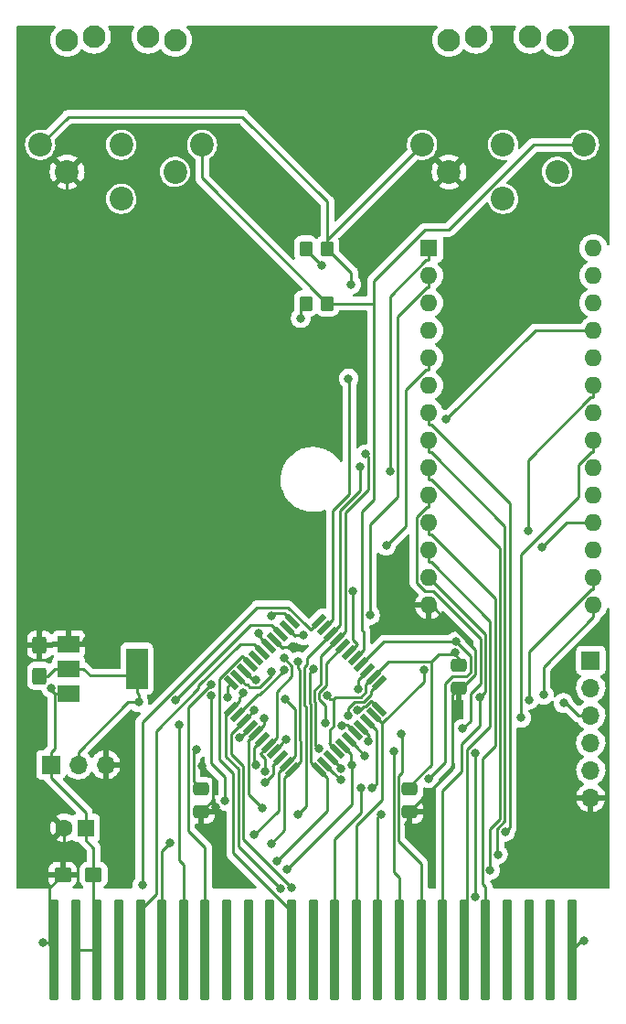
<source format=gtl>
G04 #@! TF.GenerationSoftware,KiCad,Pcbnew,6.0.2+dfsg-1*
G04 #@! TF.CreationDate,2025-05-07T10:44:27+02:00*
G04 #@! TF.ProjectId,burstcart-cpld-44,62757273-7463-4617-9274-2d63706c642d,1.1*
G04 #@! TF.SameCoordinates,Original*
G04 #@! TF.FileFunction,Copper,L1,Top*
G04 #@! TF.FilePolarity,Positive*
%FSLAX46Y46*%
G04 Gerber Fmt 4.6, Leading zero omitted, Abs format (unit mm)*
G04 Created by KiCad (PCBNEW 6.0.2+dfsg-1) date 2025-05-07 10:44:27*
%MOMM*%
%LPD*%
G01*
G04 APERTURE LIST*
G04 Aperture macros list*
%AMRoundRect*
0 Rectangle with rounded corners*
0 $1 Rounding radius*
0 $2 $3 $4 $5 $6 $7 $8 $9 X,Y pos of 4 corners*
0 Add a 4 corners polygon primitive as box body*
4,1,4,$2,$3,$4,$5,$6,$7,$8,$9,$2,$3,0*
0 Add four circle primitives for the rounded corners*
1,1,$1+$1,$2,$3*
1,1,$1+$1,$4,$5*
1,1,$1+$1,$6,$7*
1,1,$1+$1,$8,$9*
0 Add four rect primitives between the rounded corners*
20,1,$1+$1,$2,$3,$4,$5,0*
20,1,$1+$1,$4,$5,$6,$7,0*
20,1,$1+$1,$6,$7,$8,$9,0*
20,1,$1+$1,$8,$9,$2,$3,0*%
%AMRotRect*
0 Rectangle, with rotation*
0 The origin of the aperture is its center*
0 $1 length*
0 $2 width*
0 $3 Rotation angle, in degrees counterclockwise*
0 Add horizontal line*
21,1,$1,$2,0,0,$3*%
G04 Aperture macros list end*
G04 #@! TA.AperFunction,SMDPad,CuDef*
%ADD10R,2.000000X1.500000*%
G04 #@! TD*
G04 #@! TA.AperFunction,SMDPad,CuDef*
%ADD11R,2.000000X3.800000*%
G04 #@! TD*
G04 #@! TA.AperFunction,SMDPad,CuDef*
%ADD12RotRect,1.500000X0.550000X315.000000*%
G04 #@! TD*
G04 #@! TA.AperFunction,SMDPad,CuDef*
%ADD13RotRect,1.500000X0.550000X45.000000*%
G04 #@! TD*
G04 #@! TA.AperFunction,ComponentPad*
%ADD14C,2.100000*%
G04 #@! TD*
G04 #@! TA.AperFunction,ComponentPad*
%ADD15C,2.200000*%
G04 #@! TD*
G04 #@! TA.AperFunction,ComponentPad*
%ADD16R,1.600000X1.600000*%
G04 #@! TD*
G04 #@! TA.AperFunction,ComponentPad*
%ADD17O,1.600000X1.600000*%
G04 #@! TD*
G04 #@! TA.AperFunction,SMDPad,CuDef*
%ADD18RoundRect,0.250000X-0.475000X0.337500X-0.475000X-0.337500X0.475000X-0.337500X0.475000X0.337500X0*%
G04 #@! TD*
G04 #@! TA.AperFunction,ComponentPad*
%ADD19R,1.700000X1.700000*%
G04 #@! TD*
G04 #@! TA.AperFunction,ComponentPad*
%ADD20O,1.700000X1.700000*%
G04 #@! TD*
G04 #@! TA.AperFunction,SMDPad,CuDef*
%ADD21RoundRect,0.112500X-0.337500X-4.512500X0.337500X-4.512500X0.337500X4.512500X-0.337500X4.512500X0*%
G04 #@! TD*
G04 #@! TA.AperFunction,ComponentPad*
%ADD22C,1.600000*%
G04 #@! TD*
G04 #@! TA.AperFunction,SMDPad,CuDef*
%ADD23RoundRect,0.250000X-0.350000X-0.450000X0.350000X-0.450000X0.350000X0.450000X-0.350000X0.450000X0*%
G04 #@! TD*
G04 #@! TA.AperFunction,SMDPad,CuDef*
%ADD24RoundRect,0.250000X0.537500X0.425000X-0.537500X0.425000X-0.537500X-0.425000X0.537500X-0.425000X0*%
G04 #@! TD*
G04 #@! TA.AperFunction,SMDPad,CuDef*
%ADD25RoundRect,0.250000X0.425000X-0.537500X0.425000X0.537500X-0.425000X0.537500X-0.425000X-0.537500X0*%
G04 #@! TD*
G04 #@! TA.AperFunction,ViaPad*
%ADD26C,0.800000*%
G04 #@! TD*
G04 #@! TA.AperFunction,Conductor*
%ADD27C,0.250000*%
G04 #@! TD*
G04 APERTURE END LIST*
D10*
X125628000Y-109474000D03*
X125628000Y-111774000D03*
D11*
X131928000Y-111774000D03*
D10*
X125628000Y-114074000D03*
D12*
X146371918Y-107419564D03*
X145806233Y-107985250D03*
X145240548Y-108550935D03*
X144674862Y-109116620D03*
X144109177Y-109682306D03*
X143543491Y-110247991D03*
X142977806Y-110813677D03*
X142412120Y-111379362D03*
X141846435Y-111945048D03*
X141280750Y-112510733D03*
X140715064Y-113076418D03*
D13*
X140715064Y-115480582D03*
X141280750Y-116046267D03*
X141846435Y-116611952D03*
X142412120Y-117177638D03*
X142977806Y-117743323D03*
X143543491Y-118309009D03*
X144109177Y-118874694D03*
X144674862Y-119440380D03*
X145240548Y-120006065D03*
X145806233Y-120571750D03*
X146371918Y-121137436D03*
D12*
X148776082Y-121137436D03*
X149341767Y-120571750D03*
X149907452Y-120006065D03*
X150473138Y-119440380D03*
X151038823Y-118874694D03*
X151604509Y-118309009D03*
X152170194Y-117743323D03*
X152735880Y-117177638D03*
X153301565Y-116611952D03*
X153867250Y-116046267D03*
X154432936Y-115480582D03*
D13*
X154432936Y-113076418D03*
X153867250Y-112510733D03*
X153301565Y-111945048D03*
X152735880Y-111379362D03*
X152170194Y-110813677D03*
X151604509Y-110247991D03*
X151038823Y-109682306D03*
X150473138Y-109116620D03*
X149907452Y-108550935D03*
X149341767Y-107985250D03*
X148776082Y-107419564D03*
D14*
X127976000Y-53294000D03*
X125476000Y-53594000D03*
X132976000Y-53294000D03*
X135476000Y-53594000D03*
D15*
X122976000Y-63294000D03*
X125476000Y-65794000D03*
X130476000Y-63294000D03*
X135476000Y-65794000D03*
X137976000Y-63294000D03*
X130476000Y-68294000D03*
D16*
X158999000Y-72854600D03*
D17*
X158999000Y-75394600D03*
X158999000Y-77934600D03*
X158999000Y-80474600D03*
X158999000Y-83014600D03*
X158999000Y-85554600D03*
X158999000Y-88094600D03*
X158999000Y-90634600D03*
X158999000Y-93174600D03*
X158999000Y-95714600D03*
X158999000Y-98254600D03*
X158999000Y-100794600D03*
X158999000Y-103334600D03*
X158999000Y-105874600D03*
X174239000Y-105874600D03*
X174239000Y-103334600D03*
X174239000Y-100794600D03*
X174239000Y-98254600D03*
X174239000Y-95714600D03*
X174239000Y-93174600D03*
X174239000Y-90634600D03*
X174239000Y-88094600D03*
X174239000Y-85554600D03*
X174239000Y-83014600D03*
X174239000Y-80474600D03*
X174239000Y-77934600D03*
X174239000Y-75394600D03*
X174239000Y-72854600D03*
D18*
X137922000Y-122914500D03*
X137922000Y-124989500D03*
X157226000Y-122914500D03*
X157226000Y-124989500D03*
D19*
X123967000Y-120650000D03*
D20*
X126507000Y-120650000D03*
X129047000Y-120650000D03*
D21*
X124253100Y-137759600D03*
X126253100Y-137759600D03*
X128253100Y-137759600D03*
X130253100Y-137759600D03*
X132253100Y-137759600D03*
X134253100Y-137759600D03*
X136253100Y-137759600D03*
X138253100Y-137759600D03*
X140253100Y-137759600D03*
X142253100Y-137759600D03*
X144253100Y-137759600D03*
X146253100Y-137759600D03*
X148253100Y-137759600D03*
X150253100Y-137759600D03*
X152253100Y-137759600D03*
X154253100Y-137759600D03*
X156253100Y-137759600D03*
X158253100Y-137759600D03*
X160253100Y-137759600D03*
X162253100Y-137759600D03*
X164253100Y-137759600D03*
X166253100Y-137759600D03*
X168253100Y-137759600D03*
X170253100Y-137759600D03*
X172253100Y-137759600D03*
D14*
X170862000Y-53594000D03*
X168362000Y-53294000D03*
X160862000Y-53594000D03*
X163362000Y-53294000D03*
D15*
X158362000Y-63294000D03*
X160862000Y-65794000D03*
X165862000Y-63294000D03*
X170862000Y-65794000D03*
X173362000Y-63294000D03*
X165862000Y-68294000D03*
D16*
X127193100Y-126492000D03*
D22*
X125193100Y-126492000D03*
D23*
X147590000Y-72898000D03*
X149590000Y-72898000D03*
D24*
X127929500Y-130810000D03*
X125054500Y-130810000D03*
D25*
X122936000Y-112435500D03*
X122936000Y-109560500D03*
D23*
X147590000Y-77978000D03*
X149590000Y-77978000D03*
D18*
X161798000Y-111484500D03*
X161798000Y-113559500D03*
D19*
X173990000Y-110998000D03*
D20*
X173990000Y-113538000D03*
X173990000Y-116078000D03*
X173990000Y-118618000D03*
X173990000Y-121158000D03*
X173990000Y-123698000D03*
D26*
X159004000Y-121919400D03*
X152665400Y-122826500D03*
X161471200Y-109259800D03*
X169432400Y-100542700D03*
X158498700Y-111857200D03*
X154527600Y-125268000D03*
X153752400Y-122827700D03*
X153384200Y-118460500D03*
X168259000Y-114640000D03*
X155721400Y-119403500D03*
X169627800Y-114191400D03*
X150938300Y-117039800D03*
X156438400Y-117760200D03*
X145750200Y-118272000D03*
X163675500Y-114425400D03*
X147383100Y-108678500D03*
X151950800Y-104617000D03*
X152378000Y-115597500D03*
X146491800Y-109780100D03*
X142988500Y-120645400D03*
X139268500Y-124591900D03*
X150842400Y-121022300D03*
X127274000Y-109154900D03*
X157139700Y-126201900D03*
X123197600Y-137076700D03*
X137944600Y-120799800D03*
X173333600Y-136912000D03*
X147116600Y-79334100D03*
X124006800Y-113565300D03*
X149044200Y-74469200D03*
X134970400Y-127881200D03*
X151482200Y-116118800D03*
X135837800Y-116943600D03*
X135502100Y-114700900D03*
X144388300Y-106851100D03*
X138777700Y-113219500D03*
X152435400Y-113646700D03*
X132434900Y-131814000D03*
X149401000Y-116791200D03*
X140116900Y-123987300D03*
X138841600Y-114221500D03*
X143820000Y-122286600D03*
X142825500Y-127137300D03*
X145661100Y-114557700D03*
X146885800Y-111099800D03*
X144371200Y-127949900D03*
X153537000Y-106806700D03*
X148278000Y-111796400D03*
X168172400Y-99009400D03*
X144926200Y-129560700D03*
X145805900Y-130333900D03*
X167532900Y-116320000D03*
X151853300Y-120644200D03*
X141749400Y-114004700D03*
X145239300Y-132152500D03*
X142824000Y-115625300D03*
X146282500Y-132047900D03*
X160601000Y-88712100D03*
X143542600Y-124651500D03*
X143737000Y-116354900D03*
X146817600Y-125279900D03*
X152574200Y-93106700D03*
X155027100Y-100395400D03*
X145554000Y-110796900D03*
X143834900Y-121233100D03*
X153156100Y-91917500D03*
X148806700Y-119170100D03*
X166060000Y-126859500D03*
X165383800Y-128942400D03*
X164653000Y-130410600D03*
X163275100Y-132861000D03*
X153063300Y-119793700D03*
X163276100Y-119540900D03*
X162115000Y-117326100D03*
X143210700Y-108476600D03*
X155365000Y-93497800D03*
X145574500Y-111844800D03*
X151547800Y-84911000D03*
X151793700Y-76214600D03*
X149548200Y-114279500D03*
X132083300Y-114871000D03*
X161432100Y-110277900D03*
X141438900Y-118152000D03*
X137428900Y-119211400D03*
X144411800Y-112052900D03*
X171456500Y-114937000D03*
X140295500Y-114457200D03*
X142985200Y-112765400D03*
X150807900Y-122062100D03*
D27*
X133705300Y-117542300D02*
X133705300Y-132612100D01*
X137662700Y-113584900D02*
X133705300Y-117542300D01*
X141482800Y-109486500D02*
X137662700Y-113306600D01*
X137662700Y-113306600D02*
X137662700Y-113584900D01*
X142782000Y-109486500D02*
X141482800Y-109486500D01*
X133705300Y-132612100D02*
X132253100Y-134064300D01*
X132253100Y-134064300D02*
X132253100Y-137759600D01*
X143543500Y-110248000D02*
X142782000Y-109486500D01*
X162852500Y-110641100D02*
X162852500Y-112090300D01*
X150253100Y-137759600D02*
X150253100Y-127528800D01*
X152665400Y-125116500D02*
X152665400Y-122826500D01*
X150253100Y-127528800D02*
X152665400Y-125116500D01*
X160513700Y-113184700D02*
X160513700Y-120409700D01*
X152735900Y-111379400D02*
X154855500Y-109259800D01*
X161202400Y-112496000D02*
X160513700Y-113184700D01*
X161471200Y-109259800D02*
X162852500Y-110641100D01*
X154855500Y-109259800D02*
X161471200Y-109259800D01*
X162446800Y-112496000D02*
X161202400Y-112496000D01*
X162852500Y-112090300D02*
X162446800Y-112496000D01*
X160513700Y-120409700D02*
X159004000Y-121919400D01*
X158498700Y-112937900D02*
X158498700Y-111857200D01*
X174239000Y-98254600D02*
X171720500Y-98254600D01*
X171720500Y-98254600D02*
X169432400Y-100542700D01*
X153867300Y-116046300D02*
X154628800Y-116807800D01*
X154628800Y-123903600D02*
X154628800Y-116807800D01*
X152253100Y-137759600D02*
X152253100Y-126279300D01*
X152253100Y-126279300D02*
X154628800Y-123903600D01*
X154628800Y-116807800D02*
X158498700Y-112937900D01*
X154117200Y-117427600D02*
X154063000Y-117373400D01*
X154253100Y-137759600D02*
X154253100Y-125542500D01*
X154117200Y-122462900D02*
X154117200Y-117427600D01*
X153752400Y-122827700D02*
X154117200Y-122462900D01*
X153301600Y-116612000D02*
X154063000Y-117373400D01*
X154253100Y-125542500D02*
X154527600Y-125268000D01*
X155708880Y-130562880D02*
X155708880Y-119416020D01*
X168259000Y-110208000D02*
X174005500Y-104461500D01*
X153384200Y-118460500D02*
X153384200Y-118052300D01*
X174005500Y-104461500D02*
X174239000Y-104461500D01*
X153384200Y-118052300D02*
X153497400Y-117939100D01*
X174239000Y-103334600D02*
X174239000Y-104461500D01*
X156253100Y-131107100D02*
X155708880Y-130562880D01*
X168259000Y-114640000D02*
X168259000Y-110208000D01*
X156253100Y-137759600D02*
X156253100Y-131107100D01*
X152735900Y-117177600D02*
X153497400Y-117939100D01*
X156158400Y-121713400D02*
X156158400Y-127693700D01*
X158253100Y-129788400D02*
X158253100Y-137759600D01*
X156532300Y-121339500D02*
X156158400Y-121713400D01*
X156532300Y-117854100D02*
X156532300Y-121339500D01*
X150996300Y-116981800D02*
X150938300Y-117039800D01*
X174239000Y-105874600D02*
X174239000Y-107001500D01*
X169627800Y-114191400D02*
X169627800Y-111612700D01*
X151408700Y-116981800D02*
X150996300Y-116981800D01*
X169627800Y-111612700D02*
X174239000Y-107001500D01*
X156158400Y-127693700D02*
X158253100Y-129788400D01*
X152170200Y-117743300D02*
X151408700Y-116981800D01*
X156438400Y-117760200D02*
X156532300Y-117854100D01*
X164218700Y-108554300D02*
X158999000Y-103334600D01*
X163675500Y-114425400D02*
X164218700Y-113882200D01*
X144674900Y-119440400D02*
X145436400Y-118678900D01*
X145436300Y-118678900D02*
X145436400Y-118678900D01*
X160253100Y-137759600D02*
X160253100Y-123011400D01*
X162026600Y-118691600D02*
X163675500Y-117042700D01*
X160253100Y-123011400D02*
X162026600Y-121237900D01*
X164218700Y-113882200D02*
X164218700Y-108554300D01*
X162026600Y-121237900D02*
X162026600Y-118691600D01*
X145436300Y-118585900D02*
X145436300Y-118678900D01*
X163675500Y-117042700D02*
X163675500Y-114425400D01*
X145750200Y-118272000D02*
X145436300Y-118585900D01*
X145806200Y-107985200D02*
X146567700Y-108746700D01*
X162253100Y-137759600D02*
X162535300Y-137477400D01*
X146567700Y-108746700D02*
X146635900Y-108678500D01*
X162535300Y-119234000D02*
X164672100Y-117097200D01*
X164672100Y-107363300D02*
X159230300Y-101921500D01*
X159230300Y-101921500D02*
X158999000Y-101921500D01*
X158999000Y-100794600D02*
X158999000Y-101921500D01*
X146635900Y-108678500D02*
X147383100Y-108678500D01*
X164672100Y-117097200D02*
X164672100Y-107363300D01*
X162535300Y-137477400D02*
X162535300Y-119234000D01*
X151604500Y-110248000D02*
X152366000Y-109486500D01*
X164253100Y-137759600D02*
X164253100Y-131975300D01*
X151950800Y-109071300D02*
X152366000Y-109486500D01*
X164253100Y-131975300D02*
X163923400Y-131645600D01*
X163923400Y-120082900D02*
X165124000Y-118882300D01*
X165124000Y-118882300D02*
X165124000Y-105273000D01*
X151950800Y-104617000D02*
X151950800Y-109071300D01*
X163923400Y-131645600D02*
X163923400Y-120082900D01*
X165124000Y-105273000D02*
X159232500Y-99381500D01*
X158999000Y-98254600D02*
X158999000Y-99381500D01*
X159232500Y-99381500D02*
X158999000Y-99381500D01*
X153430400Y-114960200D02*
X153671500Y-114719100D01*
X153110900Y-115277400D02*
X153428100Y-114960200D01*
X153428100Y-114960200D02*
X153430400Y-114960200D01*
X152646300Y-115597500D02*
X152966400Y-115277400D01*
X154432900Y-115480600D02*
X153671500Y-114719100D01*
X152378000Y-115597500D02*
X152646300Y-115597500D01*
X152966400Y-115277400D02*
X153110900Y-115277400D01*
X145534300Y-109780100D02*
X145436400Y-109878000D01*
X163304400Y-109980300D02*
X163304400Y-112280100D01*
X123829300Y-137335800D02*
X124253100Y-137759600D01*
X159198700Y-105874600D02*
X163304400Y-109980300D01*
X125193100Y-126492000D02*
X125193100Y-130671400D01*
X123829300Y-132035200D02*
X123829300Y-137076700D01*
X163304400Y-112280100D02*
X162025000Y-113559500D01*
X125476000Y-65794000D02*
X125476000Y-108245100D01*
X143543500Y-118309000D02*
X142782000Y-119070500D01*
X125193100Y-130671400D02*
X125054500Y-130810000D01*
X138817000Y-124140400D02*
X139268500Y-124591900D01*
X123829300Y-137076700D02*
X123829300Y-137335800D01*
X142782000Y-119070500D02*
X142782000Y-120438900D01*
X125628000Y-109474000D02*
X126954900Y-109474000D01*
X158999000Y-105874600D02*
X159198700Y-105874600D01*
X149907500Y-120006100D02*
X150842400Y-120941000D01*
X157226000Y-126115600D02*
X157139700Y-126201900D01*
X162025000Y-113559500D02*
X161798000Y-113559500D01*
X161190700Y-114166800D02*
X161798000Y-113559500D01*
X150842400Y-120941000D02*
X150842400Y-121022300D01*
X125054500Y-130810000D02*
X123829300Y-132035200D01*
X173100700Y-136912000D02*
X172253100Y-137759600D01*
X126954900Y-109474000D02*
X127274000Y-109154900D01*
X173333600Y-136912000D02*
X173100700Y-136912000D01*
X125476000Y-108245100D02*
X125628000Y-108397100D01*
X157226000Y-124989500D02*
X157226000Y-126115600D01*
X125628000Y-109474000D02*
X123022500Y-109474000D01*
X138974900Y-123982500D02*
X138974900Y-121830100D01*
X144674900Y-109116600D02*
X145436400Y-109878000D01*
X138974900Y-121830100D02*
X137944600Y-120799800D01*
X142782000Y-120438900D02*
X142988500Y-120645400D01*
X123022500Y-109474000D02*
X122936000Y-109560500D01*
X123829300Y-137076700D02*
X123197600Y-137076700D01*
X138817000Y-124140400D02*
X138974900Y-123982500D01*
X146491800Y-109780100D02*
X145534300Y-109780100D01*
X125628000Y-109474000D02*
X125628000Y-108397100D01*
X137922000Y-124989500D02*
X138771100Y-124140400D01*
X157226000Y-124989500D02*
X161190700Y-121024800D01*
X161190700Y-121024800D02*
X161190700Y-114166800D01*
X138771100Y-124140400D02*
X138817000Y-124140400D01*
X153898700Y-75892600D02*
X153898700Y-77978000D01*
X137976000Y-66364000D02*
X137976000Y-63294000D01*
X173362000Y-63294000D02*
X168706015Y-63294000D01*
X153898600Y-77978000D02*
X149590000Y-77978000D01*
X160839415Y-71160600D02*
X158630700Y-71160600D01*
X153898700Y-77978000D02*
X153898600Y-77978000D01*
X152800900Y-108210300D02*
X152931700Y-108341100D01*
X149590000Y-77978000D02*
X137976000Y-66364000D01*
X152931700Y-108341100D02*
X152931700Y-110052200D01*
X168706015Y-63294000D02*
X160839415Y-71160600D01*
X152800900Y-97233200D02*
X152800900Y-108210300D01*
X153898600Y-96135500D02*
X152800900Y-97233200D01*
X153898600Y-77978000D02*
X153898600Y-96135500D01*
X158630700Y-71160600D02*
X153898700Y-75892600D01*
X152170200Y-110813700D02*
X152931700Y-110052200D01*
X125628000Y-114074000D02*
X124301100Y-114074000D01*
X127193100Y-125053000D02*
X123967000Y-121826900D01*
X127929500Y-130810000D02*
X127929500Y-137436000D01*
X123967000Y-120650000D02*
X123967000Y-121826900D01*
X127929500Y-128355300D02*
X127929500Y-130810000D01*
X126253100Y-137759600D02*
X128253100Y-137759600D01*
X123967000Y-120650000D02*
X123967000Y-119473100D01*
X127929500Y-137436000D02*
X128253100Y-137759600D01*
X127193100Y-126855500D02*
X127193100Y-127618900D01*
X127193100Y-126855500D02*
X127193100Y-126492000D01*
X147116600Y-78451400D02*
X147116600Y-79334100D01*
X147590000Y-77978000D02*
X147116600Y-78451400D01*
X124301100Y-114074000D02*
X124006800Y-113779700D01*
X123967000Y-119473100D02*
X124301100Y-119139000D01*
X147590000Y-73015000D02*
X147590000Y-72898000D01*
X124301100Y-119139000D02*
X124301100Y-114074000D01*
X127193100Y-127618900D02*
X127929500Y-128355300D01*
X149044200Y-74469200D02*
X147590000Y-73015000D01*
X127193100Y-126492000D02*
X127193100Y-125053000D01*
X124006800Y-113779700D02*
X124006800Y-113565300D01*
X154432900Y-113076400D02*
X153671500Y-113837800D01*
X152923700Y-114825500D02*
X153614200Y-114135000D01*
X152279700Y-114870600D02*
X152324800Y-114825500D01*
X134253100Y-137759600D02*
X134253100Y-128598500D01*
X153614200Y-114135000D02*
X153614200Y-113895100D01*
X152324800Y-114825500D02*
X152923700Y-114825500D01*
X151482200Y-115465400D02*
X152077000Y-114870600D01*
X152077000Y-114870600D02*
X152279700Y-114870600D01*
X134253100Y-128598500D02*
X134970400Y-127881200D01*
X151482200Y-116118800D02*
X151482200Y-115465400D01*
X153614200Y-113895100D02*
X153671500Y-113837800D01*
X135837800Y-129487800D02*
X135837800Y-116943600D01*
X144439300Y-107749700D02*
X142453300Y-107749700D01*
X145240500Y-108550900D02*
X144439300Y-107749700D01*
X136253100Y-129903100D02*
X135837800Y-129487800D01*
X142453300Y-107749700D02*
X135502100Y-114700900D01*
X136253100Y-137759600D02*
X136253100Y-129903100D01*
X145610400Y-106658100D02*
X144581300Y-106658100D01*
X138777700Y-113219500D02*
X136660700Y-115336500D01*
X136660700Y-115336500D02*
X136660700Y-126741800D01*
X146371900Y-107419600D02*
X145610400Y-106658100D01*
X144581300Y-106658100D02*
X144388300Y-106851100D01*
X136660700Y-126741800D02*
X138253100Y-128334200D01*
X138253100Y-128334200D02*
X138253100Y-137759600D01*
X139568600Y-120196100D02*
X140852500Y-121480000D01*
X142412100Y-111379400D02*
X141650600Y-110617900D01*
X140852500Y-121480000D02*
X140852500Y-128840300D01*
X139568600Y-112699900D02*
X139568600Y-120196100D01*
X141650600Y-110617900D02*
X139568600Y-112699900D01*
X140852500Y-128840300D02*
X146253100Y-134240900D01*
X146253100Y-134240900D02*
X146253100Y-137759600D01*
X152435400Y-112811200D02*
X153301600Y-111945000D01*
X152435400Y-112811200D02*
X152435400Y-113646700D01*
X147588900Y-107755300D02*
X145933900Y-106100300D01*
X145933900Y-106100300D02*
X143071000Y-106100300D01*
X148776100Y-107419600D02*
X148014700Y-108181000D01*
X132434900Y-116736400D02*
X132434900Y-131814000D01*
X143071000Y-106100300D02*
X132434900Y-116736400D01*
X148014700Y-108181000D02*
X147588900Y-107755300D01*
X149468400Y-113331400D02*
X148821300Y-113978500D01*
X149401000Y-115160200D02*
X149401000Y-116791200D01*
X148821300Y-114580500D02*
X149401000Y-115160200D01*
X151038800Y-109682300D02*
X149468400Y-111252700D01*
X148821300Y-113978500D02*
X148821300Y-114580500D01*
X149468400Y-111252700D02*
X149468400Y-113331400D01*
X144581500Y-120869900D02*
X144581500Y-121525100D01*
X144581500Y-121525100D02*
X143820000Y-122286600D01*
X138841600Y-120537500D02*
X138841600Y-114221500D01*
X140116900Y-121812800D02*
X138841600Y-120537500D01*
X140116900Y-123987300D02*
X140116900Y-121812800D01*
X144479100Y-120767500D02*
X144581500Y-120869900D01*
X145240500Y-120006100D02*
X144479100Y-120767500D01*
X145661100Y-114557700D02*
X145661100Y-114615800D01*
X145806200Y-120571800D02*
X146567700Y-119810300D01*
X145806200Y-120571800D02*
X145044700Y-121333300D01*
X145044700Y-124918100D02*
X145044700Y-121333300D01*
X142825500Y-127137300D02*
X145044700Y-124918100D01*
X146567700Y-115522400D02*
X146567700Y-119810300D01*
X145661100Y-114615800D02*
X146567700Y-115522400D01*
X146885800Y-111099800D02*
X146885800Y-111727800D01*
X144371200Y-127949900D02*
X145610400Y-126710700D01*
X156091900Y-95861600D02*
X156091900Y-79195100D01*
X147120300Y-120362900D02*
X147133400Y-120375900D01*
X147120300Y-118462700D02*
X147120300Y-120362900D01*
X145610400Y-126710700D02*
X145610400Y-121898900D01*
X147013700Y-115329300D02*
X147028000Y-115343600D01*
X147028000Y-118370400D02*
X147120300Y-118462700D01*
X153537000Y-106806700D02*
X153537000Y-98416500D01*
X147028000Y-115343600D02*
X147028000Y-118370400D01*
X158999000Y-75394600D02*
X158999000Y-76521500D01*
X146371900Y-121137400D02*
X147133400Y-120375900D01*
X156091900Y-79195100D02*
X158765500Y-76521500D01*
X146371900Y-121137400D02*
X145610400Y-121898900D01*
X153537000Y-98416500D02*
X156091900Y-95861600D01*
X146885800Y-111727800D02*
X147013700Y-111855700D01*
X158765500Y-76521500D02*
X158999000Y-76521500D01*
X147013700Y-111855700D02*
X147013700Y-115329300D01*
X148278000Y-111796400D02*
X147917500Y-112156900D01*
X147917500Y-112156900D02*
X147917500Y-114954900D01*
X148776100Y-121137400D02*
X149537600Y-121898900D01*
X149537600Y-124949300D02*
X144926200Y-129560700D01*
X148045200Y-120406500D02*
X148776100Y-121137400D01*
X147917500Y-114954900D02*
X148045200Y-115082600D01*
X174239000Y-86681500D02*
X173957300Y-86681500D01*
X148045200Y-115082600D02*
X148045200Y-120406500D01*
X149537600Y-121898900D02*
X149537600Y-124949300D01*
X174239000Y-85554600D02*
X174239000Y-86681500D01*
X168172400Y-92466400D02*
X168172400Y-99009400D01*
X173957300Y-86681500D02*
X168172400Y-92466400D01*
X174239000Y-90634600D02*
X174239000Y-91761500D01*
X151853300Y-124286500D02*
X151853300Y-120644200D01*
X151800300Y-120591200D02*
X151853300Y-120644200D01*
X172824400Y-95890700D02*
X167532100Y-101183000D01*
X145805900Y-130333900D02*
X151853300Y-124286500D01*
X174005500Y-91761500D02*
X172824400Y-92942600D01*
X167532100Y-101183000D02*
X167532100Y-116319200D01*
X167532100Y-116319200D02*
X167532900Y-116320000D01*
X151038800Y-118874700D02*
X151800300Y-119636200D01*
X172824400Y-92942600D02*
X172824400Y-95890700D01*
X174239000Y-91761500D02*
X174005500Y-91761500D01*
X151800300Y-119636200D02*
X151800300Y-120591200D01*
X141311600Y-128224800D02*
X141311600Y-120998300D01*
X145239300Y-132152500D02*
X141311600Y-128224800D01*
X141476600Y-114719100D02*
X141476500Y-114719100D01*
X140206600Y-115989100D02*
X140715100Y-115480600D01*
X140206600Y-119893300D02*
X140206600Y-115989100D01*
X141749400Y-114181000D02*
X141749400Y-114004700D01*
X141476500Y-114453900D02*
X141749400Y-114181000D01*
X141476500Y-114719100D02*
X141476500Y-114453900D01*
X141311600Y-120998300D02*
X140206600Y-119893300D01*
X140715100Y-115480600D02*
X141476600Y-114719100D01*
X141846400Y-116612000D02*
X142824000Y-115634400D01*
X168838500Y-80474600D02*
X174239000Y-80474600D01*
X160601000Y-88712100D02*
X168838500Y-80474600D01*
X140683300Y-117775100D02*
X141846400Y-116612000D01*
X142824000Y-115634400D02*
X142824000Y-115625300D01*
X141778100Y-127543500D02*
X146282500Y-132047900D01*
X140683300Y-119679400D02*
X141778100Y-120774200D01*
X141778100Y-120774200D02*
X141778100Y-127543500D01*
X140683300Y-117775100D02*
X140683300Y-119679400D01*
X142245900Y-118534400D02*
X142216300Y-118504800D01*
X142977800Y-117743300D02*
X143739300Y-116981800D01*
X143739300Y-116981800D02*
X143737000Y-116979500D01*
X143737000Y-116979500D02*
X143737000Y-116354900D01*
X142245900Y-123354800D02*
X142245900Y-118534400D01*
X143542600Y-124651500D02*
X142245900Y-123354800D01*
X142977800Y-117743300D02*
X142216300Y-118504800D01*
X147690100Y-111356400D02*
X147465600Y-111580900D01*
X147593300Y-115269800D02*
X147593300Y-124504200D01*
X152574200Y-93106700D02*
X152574200Y-95317700D01*
X147465600Y-111580900D02*
X147465600Y-115142100D01*
X149907500Y-108550900D02*
X147690100Y-110768300D01*
X152574200Y-95317700D02*
X150772000Y-97119900D01*
X147465600Y-115142100D02*
X147593300Y-115269800D01*
X147593300Y-124504200D02*
X146817600Y-125279900D01*
X147690100Y-110768300D02*
X147690100Y-111356400D01*
X150772000Y-107686400D02*
X149907500Y-108550900D01*
X150772000Y-97119900D02*
X150772000Y-107686400D01*
X146301800Y-112474200D02*
X146301800Y-111544100D01*
X156863800Y-85995000D02*
X156863800Y-98558700D01*
X143728500Y-119255400D02*
X144109200Y-118874700D01*
X158999000Y-83014600D02*
X158999000Y-84141500D01*
X146301800Y-111544100D02*
X145554700Y-110797000D01*
X156863800Y-98558700D02*
X155027100Y-100395400D01*
X143834900Y-120123400D02*
X143834900Y-121233100D01*
X158999000Y-84141500D02*
X158717300Y-84141500D01*
X144870700Y-118113200D02*
X144870700Y-113905300D01*
X143347700Y-119636200D02*
X143834900Y-120123400D01*
X143728500Y-119255400D02*
X143347700Y-119636200D01*
X145554000Y-110797000D02*
X145554000Y-110796900D01*
X158717300Y-84141500D02*
X156863800Y-85995000D01*
X144870700Y-113905300D02*
X146301800Y-112474200D01*
X144109200Y-118874700D02*
X144870700Y-118113200D01*
X145554700Y-110797000D02*
X145554000Y-110797000D01*
X151223900Y-97341500D02*
X151223900Y-108344400D01*
X153345500Y-92106900D02*
X153345500Y-95219900D01*
X148369400Y-114767700D02*
X148497100Y-114895400D01*
X150473100Y-109116600D02*
X149006500Y-110583200D01*
X150473100Y-109116600D02*
X151234600Y-108355100D01*
X153345500Y-95219900D02*
X151223900Y-97341500D01*
X148369400Y-113791300D02*
X148369400Y-114767700D01*
X149006500Y-113154200D02*
X148369400Y-113791300D01*
X149006500Y-110583200D02*
X149006500Y-113154200D01*
X148497100Y-118860500D02*
X148806700Y-119170100D01*
X148497100Y-114895400D02*
X148497100Y-118860500D01*
X153156100Y-91917500D02*
X153345500Y-92106900D01*
X151223900Y-108344400D02*
X151234600Y-108355100D01*
X159232500Y-89221500D02*
X166495700Y-96484700D01*
X166495700Y-96484700D02*
X166495700Y-126423800D01*
X158999000Y-89221500D02*
X159232500Y-89221500D01*
X158999000Y-88094600D02*
X158999000Y-89221500D01*
X166495700Y-126423800D02*
X166060000Y-126859500D01*
X165315000Y-126576300D02*
X166027800Y-125863500D01*
X165315000Y-128873600D02*
X165315000Y-126576300D01*
X165383800Y-128942400D02*
X165315000Y-128873600D01*
X159232500Y-91761500D02*
X158999000Y-91761500D01*
X158999000Y-90634600D02*
X158999000Y-91761500D01*
X166027800Y-98556800D02*
X159232500Y-91761500D01*
X166027800Y-125863500D02*
X166027800Y-98556800D01*
X164653000Y-126599200D02*
X165575900Y-125676300D01*
X165575900Y-100644900D02*
X159232500Y-94301500D01*
X159232500Y-94301500D02*
X158999000Y-94301500D01*
X165575900Y-125676300D02*
X165575900Y-100644900D01*
X158999000Y-93174600D02*
X158999000Y-94301500D01*
X164653000Y-130410600D02*
X164653000Y-126599200D01*
X163762300Y-113180100D02*
X163762300Y-108968400D01*
X153063300Y-119793700D02*
X152366000Y-119096400D01*
X152366000Y-119096400D02*
X152366000Y-119070500D01*
X162115000Y-117326100D02*
X162850900Y-116590200D01*
X158636000Y-104604600D02*
X157847300Y-103815900D01*
X157847300Y-103815900D02*
X157847300Y-97759700D01*
X158765500Y-96841500D02*
X158999000Y-96841500D01*
X163275100Y-132861000D02*
X163275100Y-119541900D01*
X159398500Y-104604600D02*
X158636000Y-104604600D01*
X162850900Y-114091500D02*
X163762300Y-113180100D01*
X151604500Y-118309000D02*
X152366000Y-119070500D01*
X157847300Y-97759700D02*
X158765500Y-96841500D01*
X163762300Y-108968400D02*
X159398500Y-104604600D01*
X158999000Y-95714600D02*
X158999000Y-96841500D01*
X163275100Y-119541900D02*
X163276100Y-119540900D01*
X162850900Y-116590200D02*
X162850900Y-114091500D01*
X143347700Y-108613600D02*
X143210700Y-108476600D01*
X158999000Y-73981500D02*
X158717300Y-73981500D01*
X158717300Y-73981500D02*
X155365000Y-77333800D01*
X144109200Y-109682300D02*
X143347700Y-108920800D01*
X143347700Y-108920800D02*
X143347700Y-108613600D01*
X155365000Y-77333800D02*
X155365000Y-93497800D01*
X158999000Y-72854600D02*
X158999000Y-73981500D01*
X141280700Y-116046300D02*
X143152400Y-114174600D01*
X145574500Y-111934700D02*
X145574500Y-111844800D01*
X143152400Y-114174600D02*
X143334600Y-114174600D01*
X143334600Y-114174600D02*
X145574500Y-111934700D01*
X149590000Y-68564000D02*
X141732000Y-60706000D01*
X125564000Y-60706000D02*
X122976000Y-63294000D01*
X158362000Y-63294000D02*
X149590000Y-72066000D01*
X149590000Y-72898000D02*
X149590000Y-68564000D01*
X151603800Y-95631500D02*
X151603800Y-84967000D01*
X151793700Y-75101700D02*
X151793700Y-76214600D01*
X149590000Y-72898000D02*
X151793700Y-75101700D01*
X150103300Y-107223700D02*
X150103300Y-97132000D01*
X151603800Y-84967000D02*
X151547800Y-84911000D01*
X149341800Y-107985200D02*
X150103300Y-107223700D01*
X150103300Y-97132000D02*
X151603800Y-95631500D01*
X141732000Y-60706000D02*
X125564000Y-60706000D01*
X153105800Y-113272200D02*
X155260400Y-111117600D01*
X141438900Y-118152000D02*
X141650600Y-117940300D01*
X149711700Y-118678900D02*
X149815400Y-118575200D01*
X131109100Y-114871000D02*
X126507000Y-119473100D01*
X122936000Y-112435500D02*
X123639600Y-112435500D01*
X149848900Y-114580200D02*
X149548200Y-114279500D01*
X127600500Y-112419600D02*
X126954900Y-111774000D01*
X149815400Y-117404800D02*
X150127900Y-117092300D01*
X161432100Y-110460800D02*
X159882800Y-110460800D01*
X126507000Y-120650000D02*
X126507000Y-119473100D01*
X152736500Y-114373600D02*
X150334500Y-114373600D01*
X132083300Y-114871000D02*
X131109100Y-114871000D01*
X131928000Y-112419600D02*
X131928000Y-114000900D01*
X137428900Y-119211400D02*
X137199200Y-119441100D01*
X150127900Y-114580200D02*
X149848900Y-114580200D01*
X153162300Y-113328700D02*
X153162300Y-113947800D01*
X161432100Y-110460800D02*
X161432100Y-110277900D01*
X161798000Y-111484500D02*
X161797900Y-111484500D01*
X123639600Y-112435500D02*
X124301100Y-111774000D01*
X153105800Y-113272200D02*
X153162300Y-113328700D01*
X142412100Y-117177600D02*
X141650600Y-117939100D01*
X159226000Y-111117600D02*
X155260400Y-111117600D01*
X131928000Y-112419600D02*
X127600500Y-112419600D01*
X153162300Y-113947800D02*
X152736500Y-114373600D01*
X132083300Y-114871000D02*
X132083300Y-114156200D01*
X149815400Y-118575200D02*
X149815400Y-117404800D01*
X137199200Y-122191700D02*
X137922000Y-122914500D01*
X141650600Y-117940300D02*
X141650600Y-117939100D01*
X159882800Y-110460800D02*
X159226000Y-111117600D01*
X150127900Y-117092300D02*
X150127900Y-114580200D01*
X125628000Y-111774000D02*
X124301100Y-111774000D01*
X137199200Y-119441100D02*
X137199200Y-122191700D01*
X125628000Y-111774000D02*
X126954900Y-111774000D01*
X150334500Y-114373600D02*
X150127900Y-114580200D01*
X131928000Y-111774000D02*
X131928000Y-112419600D01*
X157226000Y-122669500D02*
X159226000Y-120669500D01*
X132083300Y-114156200D02*
X131928000Y-114000900D01*
X150473100Y-119440400D02*
X149711700Y-118678900D01*
X159226000Y-120669500D02*
X159226000Y-111117600D01*
X161797900Y-111484500D02*
X161797900Y-110826600D01*
X161797900Y-110826600D02*
X161432100Y-110460800D01*
X157226000Y-122914500D02*
X157226000Y-122669500D01*
X141280700Y-112510700D02*
X142042200Y-113272200D01*
X143331900Y-113492400D02*
X142406300Y-113492400D01*
X142406300Y-113492400D02*
X142186100Y-113272200D01*
X142186100Y-113272200D02*
X142042200Y-113272200D01*
X144411800Y-112052900D02*
X144411800Y-112412500D01*
X144411800Y-112412500D02*
X143331900Y-113492400D01*
X171456500Y-114937100D02*
X171456500Y-114937000D01*
X172813100Y-116078000D02*
X171672200Y-114937100D01*
X140295500Y-113496000D02*
X140295500Y-114457200D01*
X171672200Y-114937100D02*
X171456500Y-114937100D01*
X173990000Y-116078000D02*
X172813100Y-116078000D01*
X140715100Y-113076400D02*
X140295500Y-113496000D01*
X141846400Y-111945000D02*
X142666800Y-112765400D01*
X142666800Y-112765400D02*
X142985200Y-112765400D01*
X150103300Y-121333300D02*
X150103300Y-121357500D01*
X150103300Y-121357500D02*
X150807900Y-122062100D01*
X149341800Y-120571800D02*
X150103300Y-121333300D01*
G04 #@! TA.AperFunction,Conductor*
G36*
X131444570Y-115535600D02*
G01*
X131474598Y-115551720D01*
X131626548Y-115662118D01*
X131632576Y-115664802D01*
X131632578Y-115664803D01*
X131794981Y-115737109D01*
X131801012Y-115739794D01*
X131890475Y-115758810D01*
X131981356Y-115778128D01*
X131981361Y-115778128D01*
X131987813Y-115779500D01*
X132178787Y-115779500D01*
X132181464Y-115778931D01*
X132249891Y-115791446D01*
X132301737Y-115839948D01*
X132319131Y-115908781D01*
X132296549Y-115976091D01*
X132282317Y-115993078D01*
X132042647Y-116232748D01*
X132034361Y-116240288D01*
X132027882Y-116244400D01*
X132022457Y-116250177D01*
X131981257Y-116294051D01*
X131978502Y-116296893D01*
X131958765Y-116316630D01*
X131956285Y-116319827D01*
X131948582Y-116328847D01*
X131918314Y-116361079D01*
X131914495Y-116368025D01*
X131914493Y-116368028D01*
X131908552Y-116378834D01*
X131897701Y-116395353D01*
X131885286Y-116411359D01*
X131882141Y-116418628D01*
X131882138Y-116418632D01*
X131867726Y-116451937D01*
X131862509Y-116462587D01*
X131841205Y-116501340D01*
X131839234Y-116509015D01*
X131839234Y-116509016D01*
X131836167Y-116520962D01*
X131829763Y-116539666D01*
X131821719Y-116558255D01*
X131820480Y-116566078D01*
X131820477Y-116566088D01*
X131814801Y-116601924D01*
X131812395Y-116613544D01*
X131804276Y-116645168D01*
X131801400Y-116656370D01*
X131801400Y-116676624D01*
X131799849Y-116696334D01*
X131796680Y-116716343D01*
X131797426Y-116724235D01*
X131800841Y-116760361D01*
X131801400Y-116772219D01*
X131801400Y-131111476D01*
X131781398Y-131179597D01*
X131769042Y-131195779D01*
X131695860Y-131277056D01*
X131600373Y-131442444D01*
X131541358Y-131624072D01*
X131540668Y-131630633D01*
X131540668Y-131630635D01*
X131526633Y-131764170D01*
X131521396Y-131814000D01*
X131522086Y-131820565D01*
X131534726Y-131940830D01*
X131521954Y-132010668D01*
X131473452Y-132062515D01*
X131409416Y-132080000D01*
X128986032Y-132080000D01*
X128917911Y-132059998D01*
X128871418Y-132006342D01*
X128861314Y-131936068D01*
X128890808Y-131871488D01*
X128919729Y-131846856D01*
X128941348Y-131833478D01*
X129066305Y-131708303D01*
X129070338Y-131701760D01*
X129155275Y-131563968D01*
X129155276Y-131563966D01*
X129159115Y-131557738D01*
X129186141Y-131476256D01*
X129212632Y-131396389D01*
X129212632Y-131396387D01*
X129214797Y-131389861D01*
X129225500Y-131285400D01*
X129225500Y-130334600D01*
X129223775Y-130317974D01*
X129215238Y-130235692D01*
X129215237Y-130235688D01*
X129214526Y-130228834D01*
X129209709Y-130214394D01*
X129160868Y-130068002D01*
X129158550Y-130061054D01*
X129065478Y-129910652D01*
X128940303Y-129785695D01*
X128879503Y-129748217D01*
X128795968Y-129696725D01*
X128795966Y-129696724D01*
X128789738Y-129692885D01*
X128649333Y-129646315D01*
X128590973Y-129605885D01*
X128563736Y-129540320D01*
X128563000Y-129526722D01*
X128563000Y-128434067D01*
X128563527Y-128422884D01*
X128565202Y-128415391D01*
X128564849Y-128404143D01*
X128563062Y-128347301D01*
X128563000Y-128343343D01*
X128563000Y-128315444D01*
X128562496Y-128311453D01*
X128561563Y-128299611D01*
X128561523Y-128298310D01*
X128560174Y-128255411D01*
X128557962Y-128247797D01*
X128557961Y-128247792D01*
X128554523Y-128235959D01*
X128550512Y-128216595D01*
X128548967Y-128204364D01*
X128547974Y-128196503D01*
X128545057Y-128189136D01*
X128545056Y-128189131D01*
X128531698Y-128155392D01*
X128527854Y-128144165D01*
X128523906Y-128130577D01*
X128515518Y-128101707D01*
X128505207Y-128084272D01*
X128496512Y-128066524D01*
X128489052Y-128047683D01*
X128469062Y-128020168D01*
X128463064Y-128011913D01*
X128456548Y-128001993D01*
X128438080Y-127970765D01*
X128438078Y-127970762D01*
X128434042Y-127963938D01*
X128419721Y-127949617D01*
X128406880Y-127934583D01*
X128399632Y-127924607D01*
X128394972Y-127918193D01*
X128360907Y-127890012D01*
X128352128Y-127882023D01*
X128327087Y-127856982D01*
X128293061Y-127794670D01*
X128298126Y-127723855D01*
X128340615Y-127667062D01*
X128340861Y-127666878D01*
X128356361Y-127655261D01*
X128443715Y-127538705D01*
X128494845Y-127402316D01*
X128501600Y-127340134D01*
X128501600Y-125643866D01*
X128494845Y-125581684D01*
X128443715Y-125445295D01*
X128356361Y-125328739D01*
X128239805Y-125241385D01*
X128103416Y-125190255D01*
X128041234Y-125183500D01*
X127953116Y-125183500D01*
X127884995Y-125163498D01*
X127838502Y-125109842D01*
X127827178Y-125061456D01*
X127826662Y-125045031D01*
X127826600Y-125041075D01*
X127826600Y-125013144D01*
X127826094Y-125009138D01*
X127825161Y-124997292D01*
X127824022Y-124961037D01*
X127823773Y-124953110D01*
X127818122Y-124933658D01*
X127814114Y-124914306D01*
X127812568Y-124902068D01*
X127812567Y-124902066D01*
X127811574Y-124894203D01*
X127795291Y-124853078D01*
X127791459Y-124841885D01*
X127779118Y-124799406D01*
X127775085Y-124792587D01*
X127775083Y-124792582D01*
X127768807Y-124781971D01*
X127760110Y-124764221D01*
X127752652Y-124745383D01*
X127726671Y-124709623D01*
X127720153Y-124699701D01*
X127701678Y-124668460D01*
X127701674Y-124668455D01*
X127697642Y-124661637D01*
X127683318Y-124647313D01*
X127670476Y-124632278D01*
X127666685Y-124627060D01*
X127658572Y-124615893D01*
X127624506Y-124587711D01*
X127615727Y-124579722D01*
X125122406Y-122086401D01*
X125088380Y-122024089D01*
X125093445Y-121953274D01*
X125135935Y-121896481D01*
X125180261Y-121863261D01*
X125267615Y-121746705D01*
X125289799Y-121687529D01*
X125311598Y-121629382D01*
X125354240Y-121572618D01*
X125420802Y-121547918D01*
X125490150Y-121563126D01*
X125524817Y-121591114D01*
X125553250Y-121623938D01*
X125725126Y-121766632D01*
X125918000Y-121879338D01*
X125922825Y-121881180D01*
X125922826Y-121881181D01*
X125981206Y-121903474D01*
X126126692Y-121959030D01*
X126131760Y-121960061D01*
X126131763Y-121960062D01*
X126218433Y-121977695D01*
X126345597Y-122003567D01*
X126350772Y-122003757D01*
X126350774Y-122003757D01*
X126563673Y-122011564D01*
X126563677Y-122011564D01*
X126568837Y-122011753D01*
X126573957Y-122011097D01*
X126573959Y-122011097D01*
X126785288Y-121984025D01*
X126785289Y-121984025D01*
X126790416Y-121983368D01*
X126795366Y-121981883D01*
X126999429Y-121920661D01*
X126999434Y-121920659D01*
X127004384Y-121919174D01*
X127204994Y-121820896D01*
X127386860Y-121691173D01*
X127445472Y-121632766D01*
X127530616Y-121547918D01*
X127545096Y-121533489D01*
X127562108Y-121509815D01*
X127675453Y-121352077D01*
X127676640Y-121352930D01*
X127723960Y-121309362D01*
X127793897Y-121297145D01*
X127859338Y-121324678D01*
X127887166Y-121356511D01*
X127944694Y-121450388D01*
X127950777Y-121458699D01*
X128090213Y-121619667D01*
X128097580Y-121626883D01*
X128261434Y-121762916D01*
X128269881Y-121768831D01*
X128453756Y-121876279D01*
X128463042Y-121880729D01*
X128662001Y-121956703D01*
X128671899Y-121959579D01*
X128775250Y-121980606D01*
X128789299Y-121979410D01*
X128793000Y-121969065D01*
X128793000Y-121968517D01*
X129301000Y-121968517D01*
X129305064Y-121982359D01*
X129318478Y-121984393D01*
X129325184Y-121983534D01*
X129335262Y-121981392D01*
X129539255Y-121920191D01*
X129548842Y-121916433D01*
X129740095Y-121822739D01*
X129748945Y-121817464D01*
X129922328Y-121693792D01*
X129930200Y-121687139D01*
X130081052Y-121536812D01*
X130087730Y-121528965D01*
X130212003Y-121356020D01*
X130217313Y-121347183D01*
X130311670Y-121156267D01*
X130315469Y-121146672D01*
X130377377Y-120942910D01*
X130379555Y-120932837D01*
X130380986Y-120921962D01*
X130378775Y-120907778D01*
X130365617Y-120904000D01*
X129319115Y-120904000D01*
X129303876Y-120908475D01*
X129302671Y-120909865D01*
X129301000Y-120917548D01*
X129301000Y-121968517D01*
X128793000Y-121968517D01*
X128793000Y-120377885D01*
X129301000Y-120377885D01*
X129305475Y-120393124D01*
X129306865Y-120394329D01*
X129314548Y-120396000D01*
X130365344Y-120396000D01*
X130378875Y-120392027D01*
X130380180Y-120382947D01*
X130338214Y-120215875D01*
X130334894Y-120206124D01*
X130249972Y-120010814D01*
X130245105Y-120001739D01*
X130129426Y-119822926D01*
X130123136Y-119814757D01*
X129979806Y-119657240D01*
X129972273Y-119650215D01*
X129805139Y-119518222D01*
X129796552Y-119512517D01*
X129610117Y-119409599D01*
X129600705Y-119405369D01*
X129399959Y-119334280D01*
X129389988Y-119331646D01*
X129318837Y-119318972D01*
X129305540Y-119320432D01*
X129301000Y-119334989D01*
X129301000Y-120377885D01*
X128793000Y-120377885D01*
X128793000Y-119333102D01*
X128789082Y-119319758D01*
X128774806Y-119317771D01*
X128736324Y-119323660D01*
X128726288Y-119326051D01*
X128523868Y-119392212D01*
X128514359Y-119396209D01*
X128325463Y-119494542D01*
X128316738Y-119500036D01*
X128146433Y-119627905D01*
X128138726Y-119634748D01*
X127991590Y-119788717D01*
X127985109Y-119796722D01*
X127880498Y-119950074D01*
X127825587Y-119995076D01*
X127755062Y-120003247D01*
X127691315Y-119971993D01*
X127670618Y-119947509D01*
X127589822Y-119822617D01*
X127589820Y-119822614D01*
X127587014Y-119818277D01*
X127436670Y-119653051D01*
X127428433Y-119646545D01*
X127387372Y-119588627D01*
X127384142Y-119517704D01*
X127417433Y-119458571D01*
X131311443Y-115564561D01*
X131373755Y-115530535D01*
X131444570Y-115535600D01*
G37*
G04 #@! TD.AperFunction*
G04 #@! TA.AperFunction,Conductor*
G36*
X124356013Y-52287602D02*
G01*
X124402506Y-52341258D01*
X124412610Y-52411532D01*
X124383116Y-52476112D01*
X124376987Y-52482695D01*
X124374323Y-52485359D01*
X124370567Y-52488567D01*
X124367359Y-52492323D01*
X124335467Y-52529664D01*
X124211248Y-52675104D01*
X124083073Y-52884268D01*
X123989195Y-53110908D01*
X123988040Y-53115720D01*
X123945239Y-53294000D01*
X123931928Y-53349443D01*
X123912681Y-53594000D01*
X123931928Y-53838557D01*
X123989195Y-54077092D01*
X124083073Y-54303732D01*
X124211248Y-54512896D01*
X124370567Y-54699433D01*
X124374323Y-54702641D01*
X124531539Y-54836917D01*
X124557104Y-54858752D01*
X124561327Y-54861340D01*
X124561330Y-54861342D01*
X124630515Y-54903738D01*
X124766268Y-54986927D01*
X124910967Y-55046864D01*
X124988335Y-55078911D01*
X124988337Y-55078912D01*
X124992908Y-55080805D01*
X125075563Y-55100649D01*
X125226630Y-55136917D01*
X125226636Y-55136918D01*
X125231443Y-55138072D01*
X125476000Y-55157319D01*
X125720557Y-55138072D01*
X125725364Y-55136918D01*
X125725370Y-55136917D01*
X125876437Y-55100649D01*
X125959092Y-55080805D01*
X125963663Y-55078912D01*
X125963665Y-55078911D01*
X126041033Y-55046864D01*
X126185732Y-54986927D01*
X126321485Y-54903738D01*
X126390670Y-54861342D01*
X126390673Y-54861340D01*
X126394896Y-54858752D01*
X126420462Y-54836917D01*
X126577677Y-54702641D01*
X126581433Y-54699433D01*
X126737535Y-54516663D01*
X126737542Y-54516655D01*
X126737545Y-54516651D01*
X126740752Y-54512896D01*
X126743342Y-54508670D01*
X126753912Y-54491422D01*
X126806560Y-54443791D01*
X126876602Y-54432185D01*
X126943175Y-54461447D01*
X127053337Y-54555535D01*
X127057104Y-54558752D01*
X127061327Y-54561340D01*
X127061330Y-54561342D01*
X127130515Y-54603738D01*
X127266268Y-54686927D01*
X127304205Y-54702641D01*
X127488335Y-54778911D01*
X127488337Y-54778912D01*
X127492908Y-54780805D01*
X127575563Y-54800649D01*
X127726630Y-54836917D01*
X127726636Y-54836918D01*
X127731443Y-54838072D01*
X127976000Y-54857319D01*
X128220557Y-54838072D01*
X128225364Y-54836918D01*
X128225370Y-54836917D01*
X128376437Y-54800649D01*
X128459092Y-54780805D01*
X128463663Y-54778912D01*
X128463665Y-54778911D01*
X128647795Y-54702641D01*
X128685732Y-54686927D01*
X128821485Y-54603738D01*
X128890670Y-54561342D01*
X128890673Y-54561340D01*
X128894896Y-54558752D01*
X128944176Y-54516663D01*
X129077677Y-54402641D01*
X129081433Y-54399433D01*
X129084641Y-54395677D01*
X129237535Y-54216663D01*
X129237537Y-54216660D01*
X129240752Y-54212896D01*
X129368927Y-54003732D01*
X129462805Y-53777092D01*
X129505578Y-53598930D01*
X129518917Y-53543370D01*
X129518918Y-53543364D01*
X129520072Y-53538557D01*
X129539319Y-53294000D01*
X129520072Y-53049443D01*
X129462805Y-52810908D01*
X129368927Y-52584268D01*
X129292428Y-52459433D01*
X129273891Y-52390901D01*
X129295348Y-52323224D01*
X129349987Y-52277891D01*
X129399862Y-52267600D01*
X131552138Y-52267600D01*
X131620259Y-52287602D01*
X131666752Y-52341258D01*
X131676856Y-52411532D01*
X131659572Y-52459432D01*
X131583073Y-52584268D01*
X131489195Y-52810908D01*
X131431928Y-53049443D01*
X131412681Y-53294000D01*
X131431928Y-53538557D01*
X131433082Y-53543364D01*
X131433083Y-53543370D01*
X131446422Y-53598930D01*
X131489195Y-53777092D01*
X131583073Y-54003732D01*
X131711248Y-54212896D01*
X131714463Y-54216660D01*
X131714465Y-54216663D01*
X131867359Y-54395677D01*
X131870567Y-54399433D01*
X131874323Y-54402641D01*
X132007825Y-54516663D01*
X132057104Y-54558752D01*
X132061327Y-54561340D01*
X132061330Y-54561342D01*
X132130515Y-54603738D01*
X132266268Y-54686927D01*
X132304205Y-54702641D01*
X132488335Y-54778911D01*
X132488337Y-54778912D01*
X132492908Y-54780805D01*
X132575563Y-54800649D01*
X132726630Y-54836917D01*
X132726636Y-54836918D01*
X132731443Y-54838072D01*
X132976000Y-54857319D01*
X133220557Y-54838072D01*
X133225364Y-54836918D01*
X133225370Y-54836917D01*
X133376437Y-54800649D01*
X133459092Y-54780805D01*
X133463663Y-54778912D01*
X133463665Y-54778911D01*
X133647795Y-54702641D01*
X133685732Y-54686927D01*
X133821485Y-54603738D01*
X133890670Y-54561342D01*
X133890673Y-54561340D01*
X133894896Y-54558752D01*
X133898663Y-54555535D01*
X134008825Y-54461447D01*
X134073615Y-54432416D01*
X134143815Y-54443021D01*
X134198088Y-54491422D01*
X134208658Y-54508670D01*
X134211248Y-54512896D01*
X134214455Y-54516651D01*
X134214458Y-54516655D01*
X134214465Y-54516663D01*
X134370567Y-54699433D01*
X134374323Y-54702641D01*
X134531539Y-54836917D01*
X134557104Y-54858752D01*
X134561327Y-54861340D01*
X134561330Y-54861342D01*
X134630515Y-54903738D01*
X134766268Y-54986927D01*
X134910967Y-55046864D01*
X134988335Y-55078911D01*
X134988337Y-55078912D01*
X134992908Y-55080805D01*
X135075563Y-55100649D01*
X135226630Y-55136917D01*
X135226636Y-55136918D01*
X135231443Y-55138072D01*
X135476000Y-55157319D01*
X135720557Y-55138072D01*
X135725364Y-55136918D01*
X135725370Y-55136917D01*
X135876437Y-55100649D01*
X135959092Y-55080805D01*
X135963663Y-55078912D01*
X135963665Y-55078911D01*
X136041033Y-55046864D01*
X136185732Y-54986927D01*
X136321485Y-54903738D01*
X136390670Y-54861342D01*
X136390673Y-54861340D01*
X136394896Y-54858752D01*
X136420462Y-54836917D01*
X136577677Y-54702641D01*
X136581433Y-54699433D01*
X136740752Y-54512896D01*
X136868927Y-54303732D01*
X136962805Y-54077092D01*
X137020072Y-53838557D01*
X137039319Y-53594000D01*
X137020072Y-53349443D01*
X137006762Y-53294000D01*
X136963960Y-53115720D01*
X136962805Y-53110908D01*
X136868927Y-52884268D01*
X136740752Y-52675104D01*
X136616534Y-52529664D01*
X136584641Y-52492323D01*
X136581433Y-52488567D01*
X136577677Y-52485359D01*
X136575013Y-52482695D01*
X136540987Y-52420383D01*
X136546052Y-52349568D01*
X136588599Y-52292732D01*
X136655119Y-52267921D01*
X136664108Y-52267600D01*
X159673892Y-52267600D01*
X159742013Y-52287602D01*
X159788506Y-52341258D01*
X159798610Y-52411532D01*
X159769116Y-52476112D01*
X159762987Y-52482695D01*
X159760323Y-52485359D01*
X159756567Y-52488567D01*
X159753359Y-52492323D01*
X159721467Y-52529664D01*
X159597248Y-52675104D01*
X159469073Y-52884268D01*
X159375195Y-53110908D01*
X159374040Y-53115720D01*
X159331239Y-53294000D01*
X159317928Y-53349443D01*
X159298681Y-53594000D01*
X159317928Y-53838557D01*
X159375195Y-54077092D01*
X159469073Y-54303732D01*
X159597248Y-54512896D01*
X159756567Y-54699433D01*
X159760323Y-54702641D01*
X159917539Y-54836917D01*
X159943104Y-54858752D01*
X159947327Y-54861340D01*
X159947330Y-54861342D01*
X160016515Y-54903738D01*
X160152268Y-54986927D01*
X160296967Y-55046864D01*
X160374335Y-55078911D01*
X160374337Y-55078912D01*
X160378908Y-55080805D01*
X160461563Y-55100649D01*
X160612630Y-55136917D01*
X160612636Y-55136918D01*
X160617443Y-55138072D01*
X160862000Y-55157319D01*
X161106557Y-55138072D01*
X161111364Y-55136918D01*
X161111370Y-55136917D01*
X161262437Y-55100649D01*
X161345092Y-55080805D01*
X161349663Y-55078912D01*
X161349665Y-55078911D01*
X161427033Y-55046864D01*
X161571732Y-54986927D01*
X161707485Y-54903738D01*
X161776670Y-54861342D01*
X161776673Y-54861340D01*
X161780896Y-54858752D01*
X161806462Y-54836917D01*
X161963677Y-54702641D01*
X161967433Y-54699433D01*
X162123535Y-54516663D01*
X162123542Y-54516655D01*
X162123545Y-54516651D01*
X162126752Y-54512896D01*
X162129342Y-54508670D01*
X162139912Y-54491422D01*
X162192560Y-54443791D01*
X162262602Y-54432185D01*
X162329175Y-54461447D01*
X162439337Y-54555535D01*
X162443104Y-54558752D01*
X162447327Y-54561340D01*
X162447330Y-54561342D01*
X162516515Y-54603738D01*
X162652268Y-54686927D01*
X162690205Y-54702641D01*
X162874335Y-54778911D01*
X162874337Y-54778912D01*
X162878908Y-54780805D01*
X162961563Y-54800649D01*
X163112630Y-54836917D01*
X163112636Y-54836918D01*
X163117443Y-54838072D01*
X163362000Y-54857319D01*
X163606557Y-54838072D01*
X163611364Y-54836918D01*
X163611370Y-54836917D01*
X163762437Y-54800649D01*
X163845092Y-54780805D01*
X163849663Y-54778912D01*
X163849665Y-54778911D01*
X164033795Y-54702641D01*
X164071732Y-54686927D01*
X164207485Y-54603738D01*
X164276670Y-54561342D01*
X164276673Y-54561340D01*
X164280896Y-54558752D01*
X164330176Y-54516663D01*
X164463677Y-54402641D01*
X164467433Y-54399433D01*
X164470641Y-54395677D01*
X164623535Y-54216663D01*
X164623537Y-54216660D01*
X164626752Y-54212896D01*
X164754927Y-54003732D01*
X164848805Y-53777092D01*
X164891578Y-53598930D01*
X164904917Y-53543370D01*
X164904918Y-53543364D01*
X164906072Y-53538557D01*
X164925319Y-53294000D01*
X164906072Y-53049443D01*
X164848805Y-52810908D01*
X164754927Y-52584268D01*
X164678428Y-52459433D01*
X164659891Y-52390901D01*
X164681348Y-52323224D01*
X164735987Y-52277891D01*
X164785862Y-52267600D01*
X166938138Y-52267600D01*
X167006259Y-52287602D01*
X167052752Y-52341258D01*
X167062856Y-52411532D01*
X167045572Y-52459432D01*
X166969073Y-52584268D01*
X166875195Y-52810908D01*
X166817928Y-53049443D01*
X166798681Y-53294000D01*
X166817928Y-53538557D01*
X166819082Y-53543364D01*
X166819083Y-53543370D01*
X166832422Y-53598930D01*
X166875195Y-53777092D01*
X166969073Y-54003732D01*
X167097248Y-54212896D01*
X167100463Y-54216660D01*
X167100465Y-54216663D01*
X167253359Y-54395677D01*
X167256567Y-54399433D01*
X167260323Y-54402641D01*
X167393825Y-54516663D01*
X167443104Y-54558752D01*
X167447327Y-54561340D01*
X167447330Y-54561342D01*
X167516515Y-54603738D01*
X167652268Y-54686927D01*
X167690205Y-54702641D01*
X167874335Y-54778911D01*
X167874337Y-54778912D01*
X167878908Y-54780805D01*
X167961563Y-54800649D01*
X168112630Y-54836917D01*
X168112636Y-54836918D01*
X168117443Y-54838072D01*
X168362000Y-54857319D01*
X168606557Y-54838072D01*
X168611364Y-54836918D01*
X168611370Y-54836917D01*
X168762437Y-54800649D01*
X168845092Y-54780805D01*
X168849663Y-54778912D01*
X168849665Y-54778911D01*
X169033795Y-54702641D01*
X169071732Y-54686927D01*
X169207485Y-54603738D01*
X169276670Y-54561342D01*
X169276673Y-54561340D01*
X169280896Y-54558752D01*
X169284663Y-54555535D01*
X169394825Y-54461447D01*
X169459615Y-54432416D01*
X169529815Y-54443021D01*
X169584088Y-54491422D01*
X169594658Y-54508670D01*
X169597248Y-54512896D01*
X169600455Y-54516651D01*
X169600458Y-54516655D01*
X169600465Y-54516663D01*
X169756567Y-54699433D01*
X169760323Y-54702641D01*
X169917539Y-54836917D01*
X169943104Y-54858752D01*
X169947327Y-54861340D01*
X169947330Y-54861342D01*
X170016515Y-54903738D01*
X170152268Y-54986927D01*
X170296967Y-55046864D01*
X170374335Y-55078911D01*
X170374337Y-55078912D01*
X170378908Y-55080805D01*
X170461563Y-55100649D01*
X170612630Y-55136917D01*
X170612636Y-55136918D01*
X170617443Y-55138072D01*
X170862000Y-55157319D01*
X171106557Y-55138072D01*
X171111364Y-55136918D01*
X171111370Y-55136917D01*
X171262437Y-55100649D01*
X171345092Y-55080805D01*
X171349663Y-55078912D01*
X171349665Y-55078911D01*
X171427033Y-55046864D01*
X171571732Y-54986927D01*
X171707485Y-54903738D01*
X171776670Y-54861342D01*
X171776673Y-54861340D01*
X171780896Y-54858752D01*
X171806462Y-54836917D01*
X171963677Y-54702641D01*
X171967433Y-54699433D01*
X172126752Y-54512896D01*
X172254927Y-54303732D01*
X172348805Y-54077092D01*
X172406072Y-53838557D01*
X172425319Y-53594000D01*
X172406072Y-53349443D01*
X172392762Y-53294000D01*
X172349960Y-53115720D01*
X172348805Y-53110908D01*
X172254927Y-52884268D01*
X172126752Y-52675104D01*
X172002534Y-52529664D01*
X171970641Y-52492323D01*
X171967433Y-52488567D01*
X171963677Y-52485359D01*
X171961013Y-52482695D01*
X171926987Y-52420383D01*
X171932052Y-52349568D01*
X171974599Y-52292732D01*
X172041119Y-52267921D01*
X172050108Y-52267600D01*
X175619100Y-52267600D01*
X175687221Y-52287602D01*
X175733714Y-52341258D01*
X175745100Y-52393600D01*
X175745100Y-72462721D01*
X175725098Y-72530842D01*
X175671442Y-72577335D01*
X175601168Y-72587439D01*
X175536588Y-72557945D01*
X175497393Y-72495333D01*
X175474706Y-72410664D01*
X175473284Y-72405357D01*
X175468176Y-72394402D01*
X175378849Y-72202838D01*
X175378846Y-72202833D01*
X175376523Y-72197851D01*
X175245198Y-72010300D01*
X175083300Y-71848402D01*
X175078792Y-71845245D01*
X175078789Y-71845243D01*
X174941095Y-71748829D01*
X174895749Y-71717077D01*
X174890767Y-71714754D01*
X174890762Y-71714751D01*
X174693225Y-71622639D01*
X174693224Y-71622639D01*
X174688243Y-71620316D01*
X174682935Y-71618894D01*
X174682933Y-71618893D01*
X174472402Y-71562481D01*
X174472400Y-71562481D01*
X174467087Y-71561057D01*
X174239000Y-71541102D01*
X174010913Y-71561057D01*
X174005600Y-71562481D01*
X174005598Y-71562481D01*
X173795067Y-71618893D01*
X173795065Y-71618894D01*
X173789757Y-71620316D01*
X173784776Y-71622639D01*
X173784775Y-71622639D01*
X173587238Y-71714751D01*
X173587233Y-71714754D01*
X173582251Y-71717077D01*
X173536905Y-71748829D01*
X173399211Y-71845243D01*
X173399208Y-71845245D01*
X173394700Y-71848402D01*
X173232802Y-72010300D01*
X173101477Y-72197851D01*
X173099154Y-72202833D01*
X173099151Y-72202838D01*
X173009824Y-72394402D01*
X173004716Y-72405357D01*
X172945457Y-72626513D01*
X172925502Y-72854600D01*
X172945457Y-73082687D01*
X172946881Y-73088000D01*
X172946881Y-73088002D01*
X172972293Y-73182838D01*
X173004716Y-73303843D01*
X173007039Y-73308824D01*
X173007039Y-73308825D01*
X173099151Y-73506362D01*
X173099154Y-73506367D01*
X173101477Y-73511349D01*
X173104634Y-73515857D01*
X173213929Y-73671946D01*
X173232802Y-73698900D01*
X173394700Y-73860798D01*
X173399208Y-73863955D01*
X173399211Y-73863957D01*
X173440542Y-73892897D01*
X173582251Y-73992123D01*
X173587233Y-73994446D01*
X173587238Y-73994449D01*
X173621457Y-74010405D01*
X173674742Y-74057322D01*
X173694203Y-74125599D01*
X173673661Y-74193559D01*
X173621457Y-74238795D01*
X173587238Y-74254751D01*
X173587233Y-74254754D01*
X173582251Y-74257077D01*
X173477389Y-74330502D01*
X173399211Y-74385243D01*
X173399208Y-74385245D01*
X173394700Y-74388402D01*
X173232802Y-74550300D01*
X173101477Y-74737851D01*
X173099154Y-74742833D01*
X173099151Y-74742838D01*
X173025027Y-74901800D01*
X173004716Y-74945357D01*
X173003294Y-74950664D01*
X173003293Y-74950667D01*
X172991630Y-74994193D01*
X172945457Y-75166513D01*
X172925502Y-75394600D01*
X172945457Y-75622687D01*
X172946881Y-75628000D01*
X172946881Y-75628002D01*
X172960054Y-75677162D01*
X173004716Y-75843843D01*
X173007039Y-75848824D01*
X173007039Y-75848825D01*
X173099151Y-76046362D01*
X173099154Y-76046367D01*
X173101477Y-76051349D01*
X173104634Y-76055857D01*
X173220384Y-76221165D01*
X173232802Y-76238900D01*
X173394700Y-76400798D01*
X173399208Y-76403955D01*
X173399211Y-76403957D01*
X173477389Y-76458698D01*
X173582251Y-76532123D01*
X173587233Y-76534446D01*
X173587238Y-76534449D01*
X173621457Y-76550405D01*
X173674742Y-76597322D01*
X173694203Y-76665599D01*
X173673661Y-76733559D01*
X173621457Y-76778795D01*
X173587238Y-76794751D01*
X173587233Y-76794754D01*
X173582251Y-76797077D01*
X173521344Y-76839725D01*
X173399211Y-76925243D01*
X173399208Y-76925245D01*
X173394700Y-76928402D01*
X173232802Y-77090300D01*
X173229645Y-77094808D01*
X173229643Y-77094811D01*
X173223912Y-77102996D01*
X173101477Y-77277851D01*
X173099154Y-77282833D01*
X173099151Y-77282838D01*
X173009824Y-77474402D01*
X173004716Y-77485357D01*
X172945457Y-77706513D01*
X172925502Y-77934600D01*
X172945457Y-78162687D01*
X173004716Y-78383843D01*
X173007039Y-78388824D01*
X173007039Y-78388825D01*
X173099151Y-78586362D01*
X173099154Y-78586367D01*
X173101477Y-78591349D01*
X173135174Y-78639473D01*
X173213083Y-78750738D01*
X173232802Y-78778900D01*
X173394700Y-78940798D01*
X173399208Y-78943955D01*
X173399211Y-78943957D01*
X173417583Y-78956821D01*
X173582251Y-79072123D01*
X173587233Y-79074446D01*
X173587238Y-79074449D01*
X173621457Y-79090405D01*
X173674742Y-79137322D01*
X173694203Y-79205599D01*
X173673661Y-79273559D01*
X173621457Y-79318795D01*
X173587238Y-79334751D01*
X173587233Y-79334754D01*
X173582251Y-79337077D01*
X173577127Y-79340665D01*
X173399211Y-79465243D01*
X173399208Y-79465245D01*
X173394700Y-79468402D01*
X173232802Y-79630300D01*
X173229645Y-79634808D01*
X173229643Y-79634811D01*
X173122819Y-79787371D01*
X173067362Y-79831699D01*
X173019606Y-79841100D01*
X168917267Y-79841100D01*
X168906084Y-79840573D01*
X168898591Y-79838898D01*
X168890665Y-79839147D01*
X168890664Y-79839147D01*
X168830514Y-79841038D01*
X168826555Y-79841100D01*
X168798644Y-79841100D01*
X168794710Y-79841597D01*
X168794709Y-79841597D01*
X168794644Y-79841605D01*
X168782807Y-79842538D01*
X168750990Y-79843538D01*
X168746529Y-79843678D01*
X168738610Y-79843927D01*
X168720954Y-79849056D01*
X168719158Y-79849578D01*
X168699806Y-79853586D01*
X168692735Y-79854480D01*
X168679703Y-79856126D01*
X168672334Y-79859043D01*
X168672332Y-79859044D01*
X168638597Y-79872400D01*
X168627369Y-79876245D01*
X168584907Y-79888582D01*
X168578085Y-79892616D01*
X168578079Y-79892619D01*
X168567468Y-79898894D01*
X168549718Y-79907590D01*
X168538256Y-79912128D01*
X168538251Y-79912131D01*
X168530883Y-79915048D01*
X168524468Y-79919709D01*
X168495125Y-79941027D01*
X168485207Y-79947543D01*
X168466519Y-79958595D01*
X168447137Y-79970058D01*
X168432813Y-79984382D01*
X168417781Y-79997221D01*
X168401393Y-80009128D01*
X168373212Y-80043193D01*
X168365222Y-80051973D01*
X160650500Y-87766695D01*
X160588188Y-87800721D01*
X160561405Y-87803600D01*
X160505513Y-87803600D01*
X160499061Y-87804972D01*
X160499056Y-87804972D01*
X160405027Y-87824959D01*
X160334236Y-87819557D01*
X160277604Y-87776740D01*
X160257123Y-87734324D01*
X160234707Y-87650668D01*
X160234706Y-87650664D01*
X160233284Y-87645357D01*
X160187975Y-87548191D01*
X160138849Y-87442838D01*
X160138846Y-87442833D01*
X160136523Y-87437851D01*
X160005198Y-87250300D01*
X159843300Y-87088402D01*
X159838792Y-87085245D01*
X159838789Y-87085243D01*
X159665713Y-86964054D01*
X159655749Y-86957077D01*
X159650767Y-86954754D01*
X159650762Y-86954751D01*
X159616543Y-86938795D01*
X159563258Y-86891878D01*
X159543797Y-86823601D01*
X159564339Y-86755641D01*
X159616543Y-86710405D01*
X159650762Y-86694449D01*
X159650767Y-86694446D01*
X159655749Y-86692123D01*
X159760611Y-86618698D01*
X159838789Y-86563957D01*
X159838792Y-86563955D01*
X159843300Y-86560798D01*
X160005198Y-86398900D01*
X160136523Y-86211349D01*
X160138846Y-86206367D01*
X160138849Y-86206362D01*
X160230961Y-86008825D01*
X160230961Y-86008824D01*
X160233284Y-86003843D01*
X160292543Y-85782687D01*
X160312498Y-85554600D01*
X160292543Y-85326513D01*
X160233284Y-85105357D01*
X160230961Y-85100375D01*
X160138849Y-84902838D01*
X160138846Y-84902833D01*
X160136523Y-84897851D01*
X160005198Y-84710300D01*
X159843300Y-84548402D01*
X159838792Y-84545245D01*
X159838789Y-84545243D01*
X159665713Y-84424054D01*
X159621385Y-84368597D01*
X159614215Y-84297238D01*
X159616804Y-84283662D01*
X159618532Y-84275929D01*
X159632500Y-84221530D01*
X159632500Y-84217727D01*
X159660152Y-84154331D01*
X159684502Y-84131990D01*
X159838789Y-84023957D01*
X159838792Y-84023955D01*
X159843300Y-84020798D01*
X160005198Y-83858900D01*
X160136523Y-83671349D01*
X160138846Y-83666367D01*
X160138849Y-83666362D01*
X160230961Y-83468825D01*
X160230961Y-83468824D01*
X160233284Y-83463843D01*
X160292543Y-83242687D01*
X160312498Y-83014600D01*
X160292543Y-82786513D01*
X160233284Y-82565357D01*
X160230961Y-82560375D01*
X160138849Y-82362838D01*
X160138846Y-82362833D01*
X160136523Y-82357851D01*
X160005198Y-82170300D01*
X159843300Y-82008402D01*
X159838792Y-82005245D01*
X159838789Y-82005243D01*
X159760611Y-81950502D01*
X159655749Y-81877077D01*
X159650767Y-81874754D01*
X159650762Y-81874751D01*
X159616543Y-81858795D01*
X159563258Y-81811878D01*
X159543797Y-81743601D01*
X159564339Y-81675641D01*
X159616543Y-81630405D01*
X159650762Y-81614449D01*
X159650767Y-81614446D01*
X159655749Y-81612123D01*
X159760611Y-81538698D01*
X159838789Y-81483957D01*
X159838792Y-81483955D01*
X159843300Y-81480798D01*
X160005198Y-81318900D01*
X160136523Y-81131349D01*
X160138846Y-81126367D01*
X160138849Y-81126362D01*
X160230961Y-80928825D01*
X160230961Y-80928824D01*
X160233284Y-80923843D01*
X160292543Y-80702687D01*
X160312498Y-80474600D01*
X160292543Y-80246513D01*
X160233284Y-80025357D01*
X160223544Y-80004470D01*
X160138849Y-79822838D01*
X160138846Y-79822833D01*
X160136523Y-79817851D01*
X160005198Y-79630300D01*
X159843300Y-79468402D01*
X159838792Y-79465245D01*
X159838789Y-79465243D01*
X159660873Y-79340665D01*
X159655749Y-79337077D01*
X159650767Y-79334754D01*
X159650762Y-79334751D01*
X159616543Y-79318795D01*
X159563258Y-79271878D01*
X159543797Y-79203601D01*
X159564339Y-79135641D01*
X159616543Y-79090405D01*
X159650762Y-79074449D01*
X159650767Y-79074446D01*
X159655749Y-79072123D01*
X159820417Y-78956821D01*
X159838789Y-78943957D01*
X159838792Y-78943955D01*
X159843300Y-78940798D01*
X160005198Y-78778900D01*
X160024918Y-78750738D01*
X160102826Y-78639473D01*
X160136523Y-78591349D01*
X160138846Y-78586367D01*
X160138849Y-78586362D01*
X160230961Y-78388825D01*
X160230961Y-78388824D01*
X160233284Y-78383843D01*
X160292543Y-78162687D01*
X160312498Y-77934600D01*
X160292543Y-77706513D01*
X160233284Y-77485357D01*
X160228176Y-77474402D01*
X160138849Y-77282838D01*
X160138846Y-77282833D01*
X160136523Y-77277851D01*
X160014088Y-77102996D01*
X160008357Y-77094811D01*
X160008355Y-77094808D01*
X160005198Y-77090300D01*
X159843300Y-76928402D01*
X159838792Y-76925245D01*
X159838789Y-76925243D01*
X159665713Y-76804054D01*
X159621385Y-76748597D01*
X159614215Y-76677238D01*
X159616804Y-76663662D01*
X159618532Y-76655929D01*
X159632500Y-76601530D01*
X159632500Y-76597727D01*
X159660152Y-76534331D01*
X159684502Y-76511990D01*
X159838789Y-76403957D01*
X159838792Y-76403955D01*
X159843300Y-76400798D01*
X160005198Y-76238900D01*
X160017617Y-76221165D01*
X160133366Y-76055857D01*
X160136523Y-76051349D01*
X160138846Y-76046367D01*
X160138849Y-76046362D01*
X160230961Y-75848825D01*
X160230961Y-75848824D01*
X160233284Y-75843843D01*
X160277947Y-75677162D01*
X160291119Y-75628002D01*
X160291119Y-75628000D01*
X160292543Y-75622687D01*
X160312498Y-75394600D01*
X160292543Y-75166513D01*
X160246370Y-74994193D01*
X160234707Y-74950667D01*
X160234706Y-74950664D01*
X160233284Y-74945357D01*
X160212973Y-74901800D01*
X160138849Y-74742838D01*
X160138846Y-74742833D01*
X160136523Y-74737851D01*
X160005198Y-74550300D01*
X159843300Y-74388402D01*
X159838789Y-74385243D01*
X159834576Y-74381708D01*
X159835527Y-74380574D01*
X159795529Y-74330529D01*
X159788224Y-74259910D01*
X159820258Y-74196551D01*
X159881462Y-74160570D01*
X159898517Y-74157518D01*
X159909316Y-74156345D01*
X160045705Y-74105215D01*
X160162261Y-74017861D01*
X160249615Y-73901305D01*
X160300745Y-73764916D01*
X160307500Y-73702734D01*
X160307500Y-72006466D01*
X160304049Y-71974697D01*
X160301599Y-71952141D01*
X160301598Y-71952137D01*
X160300745Y-71944284D01*
X160301173Y-71944238D01*
X160304611Y-71878350D01*
X160346055Y-71820705D01*
X160412085Y-71794618D01*
X160423493Y-71794100D01*
X160760648Y-71794100D01*
X160771831Y-71794627D01*
X160779324Y-71796302D01*
X160787250Y-71796053D01*
X160787251Y-71796053D01*
X160847401Y-71794162D01*
X160851360Y-71794100D01*
X160879271Y-71794100D01*
X160883206Y-71793603D01*
X160883271Y-71793595D01*
X160895108Y-71792662D01*
X160927366Y-71791648D01*
X160931385Y-71791522D01*
X160939304Y-71791273D01*
X160958758Y-71785621D01*
X160978115Y-71781613D01*
X160990345Y-71780068D01*
X160990346Y-71780068D01*
X160998212Y-71779074D01*
X161005583Y-71776155D01*
X161005585Y-71776155D01*
X161039327Y-71762796D01*
X161050557Y-71758951D01*
X161085398Y-71748829D01*
X161085399Y-71748829D01*
X161093008Y-71746618D01*
X161099827Y-71742585D01*
X161099832Y-71742583D01*
X161110443Y-71736307D01*
X161128191Y-71727612D01*
X161147032Y-71720152D01*
X161182802Y-71694164D01*
X161192722Y-71687648D01*
X161223950Y-71669180D01*
X161223953Y-71669178D01*
X161230777Y-71665142D01*
X161245098Y-71650821D01*
X161260132Y-71637980D01*
X161270109Y-71630731D01*
X161276522Y-71626072D01*
X161304713Y-71591995D01*
X161312703Y-71583216D01*
X164296870Y-68599049D01*
X164359182Y-68565023D01*
X164429997Y-68570088D01*
X164486833Y-68612635D01*
X164508882Y-68660444D01*
X164521006Y-68714242D01*
X164522948Y-68719024D01*
X164522949Y-68719028D01*
X164560427Y-68811325D01*
X164607649Y-68927618D01*
X164727979Y-69123978D01*
X164878763Y-69298048D01*
X165055953Y-69445154D01*
X165254790Y-69561345D01*
X165469934Y-69643501D01*
X165475000Y-69644532D01*
X165475001Y-69644532D01*
X165575697Y-69665018D01*
X165695607Y-69689414D01*
X165825352Y-69694172D01*
X165920585Y-69697664D01*
X165920589Y-69697664D01*
X165925749Y-69697853D01*
X165930869Y-69697197D01*
X165930871Y-69697197D01*
X166000272Y-69688307D01*
X166154178Y-69668591D01*
X166159126Y-69667106D01*
X166159133Y-69667105D01*
X166369811Y-69603898D01*
X166369810Y-69603898D01*
X166374761Y-69602413D01*
X166581574Y-69501096D01*
X166769062Y-69367363D01*
X166932190Y-69204803D01*
X166990269Y-69123978D01*
X167063559Y-69021983D01*
X167066577Y-69017783D01*
X167168615Y-68811325D01*
X167214457Y-68660444D01*
X167234059Y-68595927D01*
X167234060Y-68595921D01*
X167235563Y-68590975D01*
X167256079Y-68435137D01*
X167265185Y-68365971D01*
X167265185Y-68365965D01*
X167265622Y-68362649D01*
X167267300Y-68294000D01*
X167248430Y-68064478D01*
X167192326Y-67841120D01*
X167100496Y-67629924D01*
X166975405Y-67436563D01*
X166954774Y-67413889D01*
X166823890Y-67270051D01*
X166823889Y-67270050D01*
X166820412Y-67266229D01*
X166816361Y-67263030D01*
X166816357Y-67263026D01*
X166643735Y-67126697D01*
X166643730Y-67126693D01*
X166639681Y-67123496D01*
X166635165Y-67121003D01*
X166635162Y-67121001D01*
X166442589Y-67014695D01*
X166442585Y-67014693D01*
X166438065Y-67012198D01*
X166433196Y-67010474D01*
X166433192Y-67010472D01*
X166220978Y-66935323D01*
X166221401Y-66934129D01*
X166165768Y-66900487D01*
X166134523Y-66836736D01*
X166142704Y-66766212D01*
X166169609Y-66726310D01*
X167136254Y-65759665D01*
X169457119Y-65759665D01*
X169457416Y-65764817D01*
X169457416Y-65764821D01*
X169462864Y-65859296D01*
X169470376Y-65989580D01*
X169471513Y-65994626D01*
X169471514Y-65994632D01*
X169493226Y-66090975D01*
X169521006Y-66214242D01*
X169522948Y-66219024D01*
X169522949Y-66219028D01*
X169598000Y-66403856D01*
X169607649Y-66427618D01*
X169727979Y-66623978D01*
X169878763Y-66798048D01*
X170055953Y-66945154D01*
X170254790Y-67061345D01*
X170469934Y-67143501D01*
X170475000Y-67144532D01*
X170475001Y-67144532D01*
X170575697Y-67165018D01*
X170695607Y-67189414D01*
X170825352Y-67194172D01*
X170920585Y-67197664D01*
X170920589Y-67197664D01*
X170925749Y-67197853D01*
X170930869Y-67197197D01*
X170930871Y-67197197D01*
X171000272Y-67188307D01*
X171154178Y-67168591D01*
X171159126Y-67167106D01*
X171159133Y-67167105D01*
X171351849Y-67109287D01*
X171374761Y-67102413D01*
X171581574Y-67001096D01*
X171769062Y-66867363D01*
X171932190Y-66704803D01*
X171951426Y-66678034D01*
X172063559Y-66521983D01*
X172066577Y-66517783D01*
X172074032Y-66502700D01*
X172166321Y-66315966D01*
X172168615Y-66311325D01*
X172213744Y-66162790D01*
X172234059Y-66095927D01*
X172234060Y-66095921D01*
X172235563Y-66090975D01*
X172265622Y-65862649D01*
X172267066Y-65803580D01*
X172267218Y-65797364D01*
X172267218Y-65797360D01*
X172267300Y-65794000D01*
X172248430Y-65564478D01*
X172192326Y-65341120D01*
X172100496Y-65129924D01*
X171975405Y-64936563D01*
X171954774Y-64913889D01*
X171823890Y-64770051D01*
X171823889Y-64770050D01*
X171820412Y-64766229D01*
X171816361Y-64763030D01*
X171816357Y-64763026D01*
X171643735Y-64626697D01*
X171643730Y-64626693D01*
X171639681Y-64623496D01*
X171635165Y-64621003D01*
X171635162Y-64621001D01*
X171442589Y-64514695D01*
X171442585Y-64514693D01*
X171438065Y-64512198D01*
X171433196Y-64510474D01*
X171433192Y-64510472D01*
X171225853Y-64437049D01*
X171225849Y-64437048D01*
X171220978Y-64435323D01*
X171215885Y-64434416D01*
X171215882Y-64434415D01*
X171119707Y-64417284D01*
X170994250Y-64394937D01*
X170907802Y-64393881D01*
X170769141Y-64392186D01*
X170769139Y-64392186D01*
X170763971Y-64392123D01*
X170536325Y-64426958D01*
X170317424Y-64498506D01*
X170113149Y-64604845D01*
X169928984Y-64743119D01*
X169769877Y-64909616D01*
X169640099Y-65099863D01*
X169637923Y-65104552D01*
X169637919Y-65104558D01*
X169626145Y-65129924D01*
X169543136Y-65308752D01*
X169481592Y-65530673D01*
X169457119Y-65759665D01*
X167136254Y-65759665D01*
X168931514Y-63964405D01*
X168993826Y-63930379D01*
X169020609Y-63927500D01*
X172037013Y-63927500D01*
X172105134Y-63947502D01*
X172144446Y-63987665D01*
X172227979Y-64123978D01*
X172378763Y-64298048D01*
X172555953Y-64445154D01*
X172754790Y-64561345D01*
X172969934Y-64643501D01*
X172975000Y-64644532D01*
X172975001Y-64644532D01*
X173075697Y-64665018D01*
X173195607Y-64689414D01*
X173325352Y-64694172D01*
X173420585Y-64697664D01*
X173420589Y-64697664D01*
X173425749Y-64697853D01*
X173430869Y-64697197D01*
X173430871Y-64697197D01*
X173500272Y-64688307D01*
X173654178Y-64668591D01*
X173659126Y-64667106D01*
X173659133Y-64667105D01*
X173846882Y-64610777D01*
X173874761Y-64602413D01*
X174081574Y-64501096D01*
X174269062Y-64367363D01*
X174432190Y-64204803D01*
X174435284Y-64200498D01*
X174563559Y-64021983D01*
X174566577Y-64017783D01*
X174668615Y-63811325D01*
X174690998Y-63737656D01*
X174734059Y-63595927D01*
X174734060Y-63595921D01*
X174735563Y-63590975D01*
X174765622Y-63362649D01*
X174767300Y-63294000D01*
X174748430Y-63064478D01*
X174697720Y-62862593D01*
X174693585Y-62846132D01*
X174693585Y-62846131D01*
X174692326Y-62841120D01*
X174614912Y-62663078D01*
X174602556Y-62634661D01*
X174602554Y-62634658D01*
X174600496Y-62629924D01*
X174475405Y-62436563D01*
X174454774Y-62413889D01*
X174323890Y-62270051D01*
X174323889Y-62270050D01*
X174320412Y-62266229D01*
X174316361Y-62263030D01*
X174316357Y-62263026D01*
X174143735Y-62126697D01*
X174143730Y-62126693D01*
X174139681Y-62123496D01*
X174135165Y-62121003D01*
X174135162Y-62121001D01*
X173942589Y-62014695D01*
X173942585Y-62014693D01*
X173938065Y-62012198D01*
X173933196Y-62010474D01*
X173933192Y-62010472D01*
X173725853Y-61937049D01*
X173725849Y-61937048D01*
X173720978Y-61935323D01*
X173715885Y-61934416D01*
X173715882Y-61934415D01*
X173619707Y-61917284D01*
X173494250Y-61894937D01*
X173407802Y-61893881D01*
X173269141Y-61892186D01*
X173269139Y-61892186D01*
X173263971Y-61892123D01*
X173036325Y-61926958D01*
X172817424Y-61998506D01*
X172613149Y-62104845D01*
X172428984Y-62243119D01*
X172269877Y-62409616D01*
X172140099Y-62599863D01*
X172139532Y-62599476D01*
X172091316Y-62646091D01*
X172032806Y-62660500D01*
X168784778Y-62660500D01*
X168773594Y-62659973D01*
X168766106Y-62658299D01*
X168758183Y-62658548D01*
X168698048Y-62660438D01*
X168694090Y-62660500D01*
X168666159Y-62660500D01*
X168662244Y-62660995D01*
X168662240Y-62660995D01*
X168662182Y-62661003D01*
X168662153Y-62661006D01*
X168650311Y-62661939D01*
X168606125Y-62663327D01*
X168588759Y-62668372D01*
X168586673Y-62668978D01*
X168567321Y-62672986D01*
X168555083Y-62674532D01*
X168555081Y-62674533D01*
X168547218Y-62675526D01*
X168506101Y-62691806D01*
X168494900Y-62695641D01*
X168452421Y-62707982D01*
X168445602Y-62712015D01*
X168445597Y-62712017D01*
X168434986Y-62718293D01*
X168417236Y-62726990D01*
X168398398Y-62734448D01*
X168391982Y-62739109D01*
X168391981Y-62739110D01*
X168362640Y-62760428D01*
X168352716Y-62766947D01*
X168321475Y-62785422D01*
X168321470Y-62785426D01*
X168314652Y-62789458D01*
X168300328Y-62803782D01*
X168285296Y-62816621D01*
X168268908Y-62828528D01*
X168254345Y-62846132D01*
X168240727Y-62862593D01*
X168232737Y-62871373D01*
X167455945Y-63648165D01*
X167393633Y-63682191D01*
X167322818Y-63677126D01*
X167265982Y-63634579D01*
X167241171Y-63568059D01*
X167241928Y-63542624D01*
X167248247Y-63494632D01*
X167265622Y-63362649D01*
X167267300Y-63294000D01*
X167248430Y-63064478D01*
X167197720Y-62862593D01*
X167193585Y-62846132D01*
X167193585Y-62846131D01*
X167192326Y-62841120D01*
X167114912Y-62663078D01*
X167102556Y-62634661D01*
X167102554Y-62634658D01*
X167100496Y-62629924D01*
X166975405Y-62436563D01*
X166954774Y-62413889D01*
X166823890Y-62270051D01*
X166823889Y-62270050D01*
X166820412Y-62266229D01*
X166816361Y-62263030D01*
X166816357Y-62263026D01*
X166643735Y-62126697D01*
X166643730Y-62126693D01*
X166639681Y-62123496D01*
X166635165Y-62121003D01*
X166635162Y-62121001D01*
X166442589Y-62014695D01*
X166442585Y-62014693D01*
X166438065Y-62012198D01*
X166433196Y-62010474D01*
X166433192Y-62010472D01*
X166225853Y-61937049D01*
X166225849Y-61937048D01*
X166220978Y-61935323D01*
X166215885Y-61934416D01*
X166215882Y-61934415D01*
X166119707Y-61917284D01*
X165994250Y-61894937D01*
X165907802Y-61893881D01*
X165769141Y-61892186D01*
X165769139Y-61892186D01*
X165763971Y-61892123D01*
X165536325Y-61926958D01*
X165317424Y-61998506D01*
X165113149Y-62104845D01*
X164928984Y-62243119D01*
X164769877Y-62409616D01*
X164640099Y-62599863D01*
X164637923Y-62604552D01*
X164637919Y-62604558D01*
X164545443Y-62803782D01*
X164543136Y-62808752D01*
X164481592Y-63030673D01*
X164457119Y-63259665D01*
X164457416Y-63264817D01*
X164457416Y-63264821D01*
X164462864Y-63359296D01*
X164470376Y-63489580D01*
X164471513Y-63494626D01*
X164471514Y-63494632D01*
X164493226Y-63590975D01*
X164521006Y-63714242D01*
X164522948Y-63719024D01*
X164522949Y-63719028D01*
X164560427Y-63811325D01*
X164607649Y-63927618D01*
X164727979Y-64123978D01*
X164878763Y-64298048D01*
X165055953Y-64445154D01*
X165254790Y-64561345D01*
X165469934Y-64643501D01*
X165475000Y-64644532D01*
X165475001Y-64644532D01*
X165575697Y-64665018D01*
X165695607Y-64689414D01*
X165825352Y-64694172D01*
X165920585Y-64697664D01*
X165920589Y-64697664D01*
X165925749Y-64697853D01*
X165930869Y-64697197D01*
X165930871Y-64697197D01*
X166002466Y-64688025D01*
X166110782Y-64674150D01*
X166180891Y-64685335D01*
X166233825Y-64732648D01*
X166252776Y-64801068D01*
X166231728Y-64868873D01*
X166215886Y-64888224D01*
X160613915Y-70490195D01*
X160551603Y-70524221D01*
X160524820Y-70527100D01*
X158709468Y-70527100D01*
X158698285Y-70526573D01*
X158690792Y-70524898D01*
X158682866Y-70525147D01*
X158682865Y-70525147D01*
X158622702Y-70527038D01*
X158618744Y-70527100D01*
X158590844Y-70527100D01*
X158586854Y-70527604D01*
X158575020Y-70528536D01*
X158530811Y-70529926D01*
X158523195Y-70532139D01*
X158523193Y-70532139D01*
X158511352Y-70535579D01*
X158491993Y-70539588D01*
X158490683Y-70539754D01*
X158471903Y-70542126D01*
X158464537Y-70545042D01*
X158464531Y-70545044D01*
X158430798Y-70558400D01*
X158419568Y-70562245D01*
X158384717Y-70572370D01*
X158377107Y-70574581D01*
X158370284Y-70578616D01*
X158359666Y-70584895D01*
X158341913Y-70593592D01*
X158334268Y-70596619D01*
X158323083Y-70601048D01*
X158316668Y-70605709D01*
X158287312Y-70627037D01*
X158277395Y-70633551D01*
X158239338Y-70656058D01*
X158225017Y-70670379D01*
X158209984Y-70683219D01*
X158193593Y-70695128D01*
X158188542Y-70701234D01*
X158165402Y-70729205D01*
X158157412Y-70737984D01*
X153506447Y-75388948D01*
X153498161Y-75396488D01*
X153491682Y-75400600D01*
X153486257Y-75406377D01*
X153445057Y-75450251D01*
X153442302Y-75453093D01*
X153422565Y-75472830D01*
X153420085Y-75476027D01*
X153412382Y-75485047D01*
X153382114Y-75517279D01*
X153378295Y-75524225D01*
X153378293Y-75524228D01*
X153372352Y-75535034D01*
X153361501Y-75551553D01*
X153349086Y-75567559D01*
X153345941Y-75574828D01*
X153345938Y-75574832D01*
X153331526Y-75608137D01*
X153326309Y-75618787D01*
X153305005Y-75657540D01*
X153303034Y-75665215D01*
X153303034Y-75665216D01*
X153299967Y-75677162D01*
X153293563Y-75695866D01*
X153285519Y-75714455D01*
X153284280Y-75722278D01*
X153284277Y-75722288D01*
X153278601Y-75758124D01*
X153276195Y-75769744D01*
X153265200Y-75812570D01*
X153265200Y-75832824D01*
X153263649Y-75852534D01*
X153260480Y-75872543D01*
X153261226Y-75880435D01*
X153264641Y-75916561D01*
X153265200Y-75928419D01*
X153265200Y-77218500D01*
X153245198Y-77286621D01*
X153191542Y-77333114D01*
X153139200Y-77344500D01*
X152046393Y-77344500D01*
X151978272Y-77324498D01*
X151931779Y-77270842D01*
X151921675Y-77200568D01*
X151951169Y-77135988D01*
X152010895Y-77097604D01*
X152020196Y-77095253D01*
X152075988Y-77083394D01*
X152128802Y-77059880D01*
X152244422Y-77008403D01*
X152244424Y-77008402D01*
X152250452Y-77005718D01*
X152404953Y-76893466D01*
X152451473Y-76841800D01*
X152528321Y-76756452D01*
X152528322Y-76756451D01*
X152532740Y-76751544D01*
X152628227Y-76586156D01*
X152687242Y-76404528D01*
X152707204Y-76214600D01*
X152699266Y-76139073D01*
X152687932Y-76031235D01*
X152687932Y-76031233D01*
X152687242Y-76024672D01*
X152628227Y-75843044D01*
X152622327Y-75832824D01*
X152579198Y-75758124D01*
X152532740Y-75677656D01*
X152459563Y-75596385D01*
X152428847Y-75532379D01*
X152427200Y-75512076D01*
X152427200Y-75180463D01*
X152427727Y-75169279D01*
X152429401Y-75161791D01*
X152427262Y-75093732D01*
X152427200Y-75089775D01*
X152427200Y-75061844D01*
X152426694Y-75057838D01*
X152425761Y-75045992D01*
X152424622Y-75009737D01*
X152424373Y-75001810D01*
X152418722Y-74982358D01*
X152414714Y-74963006D01*
X152413168Y-74950768D01*
X152413167Y-74950766D01*
X152412174Y-74942903D01*
X152395894Y-74901786D01*
X152392059Y-74890585D01*
X152379718Y-74848106D01*
X152375685Y-74841287D01*
X152375683Y-74841282D01*
X152369407Y-74830671D01*
X152360710Y-74812921D01*
X152353252Y-74794083D01*
X152327271Y-74758323D01*
X152320753Y-74748401D01*
X152302278Y-74717160D01*
X152302274Y-74717155D01*
X152298242Y-74710337D01*
X152283918Y-74696013D01*
X152271076Y-74680978D01*
X152259172Y-74664593D01*
X152225106Y-74636411D01*
X152216327Y-74628422D01*
X150735405Y-73147500D01*
X150701379Y-73085188D01*
X150698500Y-73058405D01*
X150698500Y-72397600D01*
X150687526Y-72291834D01*
X150657835Y-72202838D01*
X150633868Y-72131002D01*
X150631550Y-72124054D01*
X150606185Y-72083066D01*
X150587348Y-72014616D01*
X150608509Y-71946846D01*
X150624235Y-71927669D01*
X155452514Y-67099390D01*
X159921440Y-67099390D01*
X159927167Y-67107040D01*
X160125506Y-67228583D01*
X160134300Y-67233064D01*
X160358991Y-67326134D01*
X160368376Y-67329183D01*
X160604863Y-67385959D01*
X160614610Y-67387502D01*
X160857070Y-67406584D01*
X160866930Y-67406584D01*
X161109390Y-67387502D01*
X161119137Y-67385959D01*
X161355624Y-67329183D01*
X161365009Y-67326134D01*
X161589700Y-67233064D01*
X161598494Y-67228583D01*
X161793167Y-67109287D01*
X161802627Y-67098830D01*
X161798844Y-67090054D01*
X160874812Y-66166022D01*
X160860868Y-66158408D01*
X160859035Y-66158539D01*
X160852420Y-66162790D01*
X159928200Y-67087010D01*
X159921440Y-67099390D01*
X155452514Y-67099390D01*
X156752974Y-65798930D01*
X159249416Y-65798930D01*
X159268498Y-66041390D01*
X159270041Y-66051137D01*
X159326817Y-66287624D01*
X159329866Y-66297009D01*
X159422936Y-66521700D01*
X159427417Y-66530494D01*
X159546713Y-66725167D01*
X159557170Y-66734627D01*
X159565946Y-66730844D01*
X160489978Y-65806812D01*
X160496356Y-65795132D01*
X161226408Y-65795132D01*
X161226539Y-65796965D01*
X161230790Y-65803580D01*
X162155010Y-66727800D01*
X162167390Y-66734560D01*
X162175040Y-66728833D01*
X162296583Y-66530494D01*
X162301064Y-66521700D01*
X162394134Y-66297009D01*
X162397183Y-66287624D01*
X162453959Y-66051137D01*
X162455502Y-66041390D01*
X162474584Y-65798930D01*
X162474584Y-65789070D01*
X162455502Y-65546610D01*
X162453959Y-65536863D01*
X162397183Y-65300376D01*
X162394134Y-65290991D01*
X162301064Y-65066300D01*
X162296583Y-65057506D01*
X162177287Y-64862833D01*
X162166830Y-64853373D01*
X162158054Y-64857156D01*
X161234022Y-65781188D01*
X161226408Y-65795132D01*
X160496356Y-65795132D01*
X160497592Y-65792868D01*
X160497461Y-65791035D01*
X160493210Y-65784420D01*
X159568990Y-64860200D01*
X159556610Y-64853440D01*
X159548960Y-64859167D01*
X159427417Y-65057506D01*
X159422936Y-65066300D01*
X159329866Y-65290991D01*
X159326817Y-65300376D01*
X159270041Y-65536863D01*
X159268498Y-65546610D01*
X159249416Y-65789070D01*
X159249416Y-65798930D01*
X156752974Y-65798930D01*
X157870932Y-64680972D01*
X157933244Y-64646946D01*
X157985147Y-64646596D01*
X158195607Y-64689414D01*
X158325352Y-64694172D01*
X158420585Y-64697664D01*
X158420589Y-64697664D01*
X158425749Y-64697853D01*
X158430869Y-64697197D01*
X158430871Y-64697197D01*
X158500272Y-64688307D01*
X158654178Y-64668591D01*
X158659126Y-64667106D01*
X158659133Y-64667105D01*
X158846882Y-64610777D01*
X158874761Y-64602413D01*
X159081574Y-64501096D01*
X159098294Y-64489170D01*
X159921373Y-64489170D01*
X159925156Y-64497946D01*
X160849188Y-65421978D01*
X160863132Y-65429592D01*
X160864965Y-65429461D01*
X160871580Y-65425210D01*
X161795800Y-64500990D01*
X161802560Y-64488610D01*
X161796833Y-64480960D01*
X161598494Y-64359417D01*
X161589700Y-64354936D01*
X161365009Y-64261866D01*
X161355624Y-64258817D01*
X161119137Y-64202041D01*
X161109390Y-64200498D01*
X160866930Y-64181416D01*
X160857070Y-64181416D01*
X160614610Y-64200498D01*
X160604863Y-64202041D01*
X160368376Y-64258817D01*
X160358991Y-64261866D01*
X160134300Y-64354936D01*
X160125506Y-64359417D01*
X159930833Y-64478713D01*
X159921373Y-64489170D01*
X159098294Y-64489170D01*
X159269062Y-64367363D01*
X159432190Y-64204803D01*
X159435284Y-64200498D01*
X159563559Y-64021983D01*
X159566577Y-64017783D01*
X159668615Y-63811325D01*
X159690998Y-63737656D01*
X159734059Y-63595927D01*
X159734060Y-63595921D01*
X159735563Y-63590975D01*
X159765622Y-63362649D01*
X159767300Y-63294000D01*
X159748430Y-63064478D01*
X159697720Y-62862593D01*
X159693585Y-62846132D01*
X159693585Y-62846131D01*
X159692326Y-62841120D01*
X159614912Y-62663078D01*
X159602556Y-62634661D01*
X159602554Y-62634658D01*
X159600496Y-62629924D01*
X159475405Y-62436563D01*
X159454774Y-62413889D01*
X159323890Y-62270051D01*
X159323889Y-62270050D01*
X159320412Y-62266229D01*
X159316361Y-62263030D01*
X159316357Y-62263026D01*
X159143735Y-62126697D01*
X159143730Y-62126693D01*
X159139681Y-62123496D01*
X159135165Y-62121003D01*
X159135162Y-62121001D01*
X158942589Y-62014695D01*
X158942585Y-62014693D01*
X158938065Y-62012198D01*
X158933196Y-62010474D01*
X158933192Y-62010472D01*
X158725853Y-61937049D01*
X158725849Y-61937048D01*
X158720978Y-61935323D01*
X158715885Y-61934416D01*
X158715882Y-61934415D01*
X158619707Y-61917284D01*
X158494250Y-61894937D01*
X158407802Y-61893881D01*
X158269141Y-61892186D01*
X158269139Y-61892186D01*
X158263971Y-61892123D01*
X158036325Y-61926958D01*
X157817424Y-61998506D01*
X157613149Y-62104845D01*
X157428984Y-62243119D01*
X157269877Y-62409616D01*
X157140099Y-62599863D01*
X157137923Y-62604552D01*
X157137919Y-62604558D01*
X157045443Y-62803782D01*
X157043136Y-62808752D01*
X156981592Y-63030673D01*
X156957119Y-63259665D01*
X156957416Y-63264817D01*
X156957416Y-63264821D01*
X156962864Y-63359296D01*
X156970376Y-63489580D01*
X156971513Y-63494626D01*
X156971514Y-63494632D01*
X157010316Y-63666805D01*
X157005780Y-63737656D01*
X156976494Y-63783601D01*
X150438595Y-70321500D01*
X150376283Y-70355526D01*
X150305468Y-70350461D01*
X150248632Y-70307914D01*
X150223821Y-70241394D01*
X150223500Y-70232405D01*
X150223500Y-68642767D01*
X150224027Y-68631584D01*
X150225702Y-68624091D01*
X150223562Y-68556014D01*
X150223500Y-68552055D01*
X150223500Y-68524144D01*
X150222995Y-68520144D01*
X150222062Y-68508301D01*
X150221633Y-68494632D01*
X150220673Y-68464110D01*
X150215022Y-68444658D01*
X150211014Y-68425306D01*
X150209467Y-68413063D01*
X150208474Y-68405203D01*
X150205556Y-68397832D01*
X150192200Y-68364097D01*
X150188355Y-68352870D01*
X150187721Y-68350687D01*
X150176018Y-68310407D01*
X150171984Y-68303585D01*
X150171981Y-68303579D01*
X150165706Y-68292968D01*
X150157010Y-68275218D01*
X150152472Y-68263756D01*
X150152469Y-68263751D01*
X150149552Y-68256383D01*
X150123573Y-68220625D01*
X150117057Y-68210707D01*
X150098575Y-68179457D01*
X150094542Y-68172637D01*
X150080218Y-68158313D01*
X150067376Y-68143278D01*
X150055472Y-68126893D01*
X150021406Y-68098711D01*
X150012627Y-68090722D01*
X142235652Y-60313747D01*
X142228112Y-60305461D01*
X142224000Y-60298982D01*
X142174348Y-60252356D01*
X142171507Y-60249602D01*
X142151770Y-60229865D01*
X142148573Y-60227385D01*
X142139551Y-60219680D01*
X142126122Y-60207069D01*
X142107321Y-60189414D01*
X142100375Y-60185595D01*
X142100372Y-60185593D01*
X142089566Y-60179652D01*
X142073047Y-60168801D01*
X142072583Y-60168441D01*
X142057041Y-60156386D01*
X142049772Y-60153241D01*
X142049768Y-60153238D01*
X142016463Y-60138826D01*
X142005813Y-60133609D01*
X141967060Y-60112305D01*
X141947437Y-60107267D01*
X141928734Y-60100863D01*
X141917420Y-60095967D01*
X141917419Y-60095967D01*
X141910145Y-60092819D01*
X141902322Y-60091580D01*
X141902312Y-60091577D01*
X141866476Y-60085901D01*
X141854856Y-60083495D01*
X141819711Y-60074472D01*
X141819710Y-60074472D01*
X141812030Y-60072500D01*
X141791776Y-60072500D01*
X141772065Y-60070949D01*
X141759886Y-60069020D01*
X141752057Y-60067780D01*
X141722786Y-60070547D01*
X141708039Y-60071941D01*
X141696181Y-60072500D01*
X125642768Y-60072500D01*
X125631585Y-60071973D01*
X125624092Y-60070298D01*
X125616166Y-60070547D01*
X125616165Y-60070547D01*
X125556002Y-60072438D01*
X125552044Y-60072500D01*
X125524144Y-60072500D01*
X125520154Y-60073004D01*
X125508320Y-60073936D01*
X125464111Y-60075326D01*
X125456497Y-60077538D01*
X125456492Y-60077539D01*
X125444659Y-60080977D01*
X125425296Y-60084988D01*
X125405203Y-60087526D01*
X125397836Y-60090443D01*
X125397831Y-60090444D01*
X125364092Y-60103802D01*
X125352865Y-60107646D01*
X125310407Y-60119982D01*
X125303581Y-60124019D01*
X125292972Y-60130293D01*
X125275224Y-60138988D01*
X125256383Y-60146448D01*
X125249967Y-60151110D01*
X125249966Y-60151110D01*
X125220613Y-60172436D01*
X125210693Y-60178952D01*
X125179465Y-60197420D01*
X125179462Y-60197422D01*
X125172638Y-60201458D01*
X125158317Y-60215779D01*
X125143284Y-60228619D01*
X125126893Y-60240528D01*
X125118217Y-60251016D01*
X125098702Y-60274605D01*
X125090712Y-60283384D01*
X123467845Y-61906251D01*
X123405533Y-61940277D01*
X123345356Y-61936480D01*
X123344856Y-61938371D01*
X123339852Y-61937049D01*
X123334978Y-61935323D01*
X123329885Y-61934416D01*
X123329882Y-61934415D01*
X123233707Y-61917284D01*
X123108250Y-61894937D01*
X123021802Y-61893881D01*
X122883141Y-61892186D01*
X122883139Y-61892186D01*
X122877971Y-61892123D01*
X122650325Y-61926958D01*
X122431424Y-61998506D01*
X122227149Y-62104845D01*
X122042984Y-62243119D01*
X121883877Y-62409616D01*
X121754099Y-62599863D01*
X121751923Y-62604552D01*
X121751919Y-62604558D01*
X121659443Y-62803782D01*
X121657136Y-62808752D01*
X121595592Y-63030673D01*
X121571119Y-63259665D01*
X121571416Y-63264817D01*
X121571416Y-63264821D01*
X121576864Y-63359296D01*
X121584376Y-63489580D01*
X121585513Y-63494626D01*
X121585514Y-63494632D01*
X121607226Y-63590975D01*
X121635006Y-63714242D01*
X121636948Y-63719024D01*
X121636949Y-63719028D01*
X121674427Y-63811325D01*
X121721649Y-63927618D01*
X121841979Y-64123978D01*
X121992763Y-64298048D01*
X122169953Y-64445154D01*
X122368790Y-64561345D01*
X122583934Y-64643501D01*
X122589000Y-64644532D01*
X122589001Y-64644532D01*
X122689697Y-64665018D01*
X122809607Y-64689414D01*
X122939352Y-64694172D01*
X123034585Y-64697664D01*
X123034589Y-64697664D01*
X123039749Y-64697853D01*
X123044869Y-64697197D01*
X123044871Y-64697197D01*
X123114272Y-64688307D01*
X123268178Y-64668591D01*
X123273126Y-64667106D01*
X123273133Y-64667105D01*
X123460882Y-64610777D01*
X123488761Y-64602413D01*
X123695574Y-64501096D01*
X123712294Y-64489170D01*
X124535373Y-64489170D01*
X124539156Y-64497946D01*
X125463188Y-65421978D01*
X125477132Y-65429592D01*
X125478965Y-65429461D01*
X125485580Y-65425210D01*
X126409800Y-64500990D01*
X126416560Y-64488610D01*
X126410833Y-64480960D01*
X126212494Y-64359417D01*
X126203700Y-64354936D01*
X125979009Y-64261866D01*
X125969624Y-64258817D01*
X125733137Y-64202041D01*
X125723390Y-64200498D01*
X125480930Y-64181416D01*
X125471070Y-64181416D01*
X125228610Y-64200498D01*
X125218863Y-64202041D01*
X124982376Y-64258817D01*
X124972991Y-64261866D01*
X124748300Y-64354936D01*
X124739506Y-64359417D01*
X124544833Y-64478713D01*
X124535373Y-64489170D01*
X123712294Y-64489170D01*
X123883062Y-64367363D01*
X124046190Y-64204803D01*
X124049284Y-64200498D01*
X124177559Y-64021983D01*
X124180577Y-64017783D01*
X124282615Y-63811325D01*
X124304998Y-63737656D01*
X124348059Y-63595927D01*
X124348060Y-63595921D01*
X124349563Y-63590975D01*
X124379622Y-63362649D01*
X124381300Y-63294000D01*
X124378477Y-63259665D01*
X129071119Y-63259665D01*
X129071416Y-63264817D01*
X129071416Y-63264821D01*
X129076864Y-63359296D01*
X129084376Y-63489580D01*
X129085513Y-63494626D01*
X129085514Y-63494632D01*
X129107226Y-63590975D01*
X129135006Y-63714242D01*
X129136948Y-63719024D01*
X129136949Y-63719028D01*
X129174427Y-63811325D01*
X129221649Y-63927618D01*
X129341979Y-64123978D01*
X129492763Y-64298048D01*
X129669953Y-64445154D01*
X129868790Y-64561345D01*
X130083934Y-64643501D01*
X130089000Y-64644532D01*
X130089001Y-64644532D01*
X130189697Y-64665018D01*
X130309607Y-64689414D01*
X130439352Y-64694172D01*
X130534585Y-64697664D01*
X130534589Y-64697664D01*
X130539749Y-64697853D01*
X130544869Y-64697197D01*
X130544871Y-64697197D01*
X130614272Y-64688307D01*
X130768178Y-64668591D01*
X130773126Y-64667106D01*
X130773133Y-64667105D01*
X130960882Y-64610777D01*
X130988761Y-64602413D01*
X131195574Y-64501096D01*
X131383062Y-64367363D01*
X131546190Y-64204803D01*
X131549284Y-64200498D01*
X131677559Y-64021983D01*
X131680577Y-64017783D01*
X131782615Y-63811325D01*
X131804998Y-63737656D01*
X131848059Y-63595927D01*
X131848060Y-63595921D01*
X131849563Y-63590975D01*
X131879622Y-63362649D01*
X131881300Y-63294000D01*
X131862430Y-63064478D01*
X131811720Y-62862593D01*
X131807585Y-62846132D01*
X131807585Y-62846131D01*
X131806326Y-62841120D01*
X131728912Y-62663078D01*
X131716556Y-62634661D01*
X131716554Y-62634658D01*
X131714496Y-62629924D01*
X131589405Y-62436563D01*
X131568774Y-62413889D01*
X131437890Y-62270051D01*
X131437889Y-62270050D01*
X131434412Y-62266229D01*
X131430361Y-62263030D01*
X131430357Y-62263026D01*
X131257735Y-62126697D01*
X131257730Y-62126693D01*
X131253681Y-62123496D01*
X131249165Y-62121003D01*
X131249162Y-62121001D01*
X131056589Y-62014695D01*
X131056585Y-62014693D01*
X131052065Y-62012198D01*
X131047196Y-62010474D01*
X131047192Y-62010472D01*
X130839853Y-61937049D01*
X130839849Y-61937048D01*
X130834978Y-61935323D01*
X130829885Y-61934416D01*
X130829882Y-61934415D01*
X130733707Y-61917284D01*
X130608250Y-61894937D01*
X130521802Y-61893881D01*
X130383141Y-61892186D01*
X130383139Y-61892186D01*
X130377971Y-61892123D01*
X130150325Y-61926958D01*
X129931424Y-61998506D01*
X129727149Y-62104845D01*
X129542984Y-62243119D01*
X129383877Y-62409616D01*
X129254099Y-62599863D01*
X129251923Y-62604552D01*
X129251919Y-62604558D01*
X129159443Y-62803782D01*
X129157136Y-62808752D01*
X129095592Y-63030673D01*
X129071119Y-63259665D01*
X124378477Y-63259665D01*
X124375028Y-63217716D01*
X124362854Y-63069629D01*
X124362853Y-63069623D01*
X124362430Y-63064478D01*
X124327434Y-62925151D01*
X124330238Y-62854210D01*
X124360543Y-62805361D01*
X125789499Y-61376405D01*
X125851811Y-61342379D01*
X125878594Y-61339500D01*
X141417406Y-61339500D01*
X141485527Y-61359502D01*
X141506501Y-61376405D01*
X148919595Y-68789499D01*
X148953621Y-68851811D01*
X148956500Y-68878594D01*
X148956500Y-71661219D01*
X148936498Y-71729340D01*
X148896803Y-71768363D01*
X148765652Y-71849522D01*
X148760479Y-71854704D01*
X148679216Y-71936109D01*
X148616934Y-71970188D01*
X148546114Y-71965185D01*
X148501025Y-71936264D01*
X148418483Y-71853866D01*
X148413303Y-71848695D01*
X148367895Y-71820705D01*
X148268968Y-71759725D01*
X148268966Y-71759724D01*
X148262738Y-71755885D01*
X148102254Y-71702655D01*
X148101389Y-71702368D01*
X148101387Y-71702368D01*
X148094861Y-71700203D01*
X148088025Y-71699503D01*
X148088022Y-71699502D01*
X148044969Y-71695091D01*
X147990400Y-71689500D01*
X147189600Y-71689500D01*
X147186354Y-71689837D01*
X147186350Y-71689837D01*
X147090692Y-71699762D01*
X147090688Y-71699763D01*
X147083834Y-71700474D01*
X147077298Y-71702655D01*
X147077296Y-71702655D01*
X146997312Y-71729340D01*
X146916054Y-71756450D01*
X146765652Y-71849522D01*
X146640695Y-71974697D01*
X146547885Y-72125262D01*
X146492203Y-72293139D01*
X146481500Y-72397600D01*
X146481500Y-73398400D01*
X146492474Y-73504166D01*
X146548450Y-73671946D01*
X146575987Y-73716445D01*
X146594825Y-73784897D01*
X146573664Y-73852666D01*
X146519223Y-73898238D01*
X146448787Y-73907142D01*
X146379748Y-73871843D01*
X138646405Y-66138500D01*
X138612379Y-66076188D01*
X138609500Y-66049405D01*
X138609500Y-64621844D01*
X138629502Y-64553723D01*
X138680069Y-64508692D01*
X138690935Y-64503369D01*
X138690939Y-64503367D01*
X138695574Y-64501096D01*
X138883062Y-64367363D01*
X139046190Y-64204803D01*
X139049284Y-64200498D01*
X139177559Y-64021983D01*
X139180577Y-64017783D01*
X139282615Y-63811325D01*
X139304998Y-63737656D01*
X139348059Y-63595927D01*
X139348060Y-63595921D01*
X139349563Y-63590975D01*
X139379622Y-63362649D01*
X139381300Y-63294000D01*
X139362430Y-63064478D01*
X139311720Y-62862593D01*
X139307585Y-62846132D01*
X139307585Y-62846131D01*
X139306326Y-62841120D01*
X139228912Y-62663078D01*
X139216556Y-62634661D01*
X139216554Y-62634658D01*
X139214496Y-62629924D01*
X139089405Y-62436563D01*
X139068774Y-62413889D01*
X138937890Y-62270051D01*
X138937889Y-62270050D01*
X138934412Y-62266229D01*
X138930361Y-62263030D01*
X138930357Y-62263026D01*
X138757735Y-62126697D01*
X138757730Y-62126693D01*
X138753681Y-62123496D01*
X138749165Y-62121003D01*
X138749162Y-62121001D01*
X138556589Y-62014695D01*
X138556585Y-62014693D01*
X138552065Y-62012198D01*
X138547196Y-62010474D01*
X138547192Y-62010472D01*
X138339853Y-61937049D01*
X138339849Y-61937048D01*
X138334978Y-61935323D01*
X138329885Y-61934416D01*
X138329882Y-61934415D01*
X138233707Y-61917284D01*
X138108250Y-61894937D01*
X138021802Y-61893881D01*
X137883141Y-61892186D01*
X137883139Y-61892186D01*
X137877971Y-61892123D01*
X137650325Y-61926958D01*
X137431424Y-61998506D01*
X137227149Y-62104845D01*
X137042984Y-62243119D01*
X136883877Y-62409616D01*
X136754099Y-62599863D01*
X136751923Y-62604552D01*
X136751919Y-62604558D01*
X136659443Y-62803782D01*
X136657136Y-62808752D01*
X136595592Y-63030673D01*
X136571119Y-63259665D01*
X136571416Y-63264817D01*
X136571416Y-63264821D01*
X136576864Y-63359296D01*
X136584376Y-63489580D01*
X136585513Y-63494626D01*
X136585514Y-63494632D01*
X136607226Y-63590975D01*
X136635006Y-63714242D01*
X136636948Y-63719024D01*
X136636949Y-63719028D01*
X136674427Y-63811325D01*
X136721649Y-63927618D01*
X136841979Y-64123978D01*
X136992763Y-64298048D01*
X137169953Y-64445154D01*
X137227383Y-64478713D01*
X137280070Y-64509501D01*
X137328794Y-64561140D01*
X137342500Y-64618289D01*
X137342500Y-66285233D01*
X137341973Y-66296416D01*
X137340298Y-66303909D01*
X137340547Y-66311835D01*
X137340547Y-66311836D01*
X137342438Y-66371986D01*
X137342500Y-66375945D01*
X137342500Y-66403856D01*
X137342997Y-66407790D01*
X137342997Y-66407791D01*
X137343005Y-66407856D01*
X137343938Y-66419693D01*
X137345327Y-66463889D01*
X137350978Y-66483339D01*
X137354987Y-66502700D01*
X137357526Y-66522797D01*
X137360445Y-66530168D01*
X137360445Y-66530170D01*
X137373804Y-66563912D01*
X137377649Y-66575142D01*
X137389982Y-66617593D01*
X137394015Y-66624412D01*
X137394017Y-66624417D01*
X137400293Y-66635028D01*
X137408988Y-66652776D01*
X137416448Y-66671617D01*
X137421110Y-66678033D01*
X137421110Y-66678034D01*
X137442436Y-66707387D01*
X137448952Y-66717307D01*
X137459156Y-66734560D01*
X137471458Y-66755362D01*
X137485779Y-66769683D01*
X137498619Y-66784716D01*
X137510528Y-66801107D01*
X137516634Y-66806158D01*
X137544605Y-66829298D01*
X137553384Y-66837288D01*
X147270904Y-76554808D01*
X147304930Y-76617120D01*
X147299865Y-76687935D01*
X147257318Y-76744771D01*
X147189577Y-76769281D01*
X147189600Y-76769500D01*
X147188721Y-76769591D01*
X147188720Y-76769591D01*
X147186376Y-76769835D01*
X147186367Y-76769835D01*
X147090692Y-76779762D01*
X147090688Y-76779763D01*
X147083834Y-76780474D01*
X147077298Y-76782655D01*
X147077296Y-76782655D01*
X147024606Y-76800234D01*
X146916054Y-76836450D01*
X146765652Y-76929522D01*
X146640695Y-77054697D01*
X146636855Y-77060927D01*
X146636854Y-77060928D01*
X146556596Y-77191131D01*
X146547885Y-77205262D01*
X146545581Y-77212209D01*
X146505479Y-77333114D01*
X146492203Y-77373139D01*
X146481500Y-77477600D01*
X146481500Y-78401726D01*
X146479949Y-78421436D01*
X146478380Y-78431343D01*
X146479126Y-78439235D01*
X146480941Y-78458435D01*
X146481500Y-78470293D01*
X146481500Y-78478400D01*
X146481837Y-78481644D01*
X146481837Y-78481652D01*
X146482427Y-78487335D01*
X146483100Y-78500338D01*
X146483100Y-78631576D01*
X146463098Y-78699697D01*
X146450742Y-78715879D01*
X146377560Y-78797156D01*
X146282073Y-78962544D01*
X146223058Y-79144172D01*
X146222368Y-79150733D01*
X146222368Y-79150735D01*
X146218644Y-79186172D01*
X146203096Y-79334100D01*
X146203786Y-79340665D01*
X146217212Y-79468402D01*
X146223058Y-79524028D01*
X146282073Y-79705656D01*
X146377560Y-79871044D01*
X146381978Y-79875951D01*
X146381979Y-79875952D01*
X146471760Y-79975664D01*
X146505347Y-80012966D01*
X146601356Y-80082721D01*
X146646243Y-80115333D01*
X146659848Y-80125218D01*
X146665876Y-80127902D01*
X146665878Y-80127903D01*
X146778275Y-80177945D01*
X146834312Y-80202894D01*
X146927713Y-80222747D01*
X147014656Y-80241228D01*
X147014661Y-80241228D01*
X147021113Y-80242600D01*
X147212087Y-80242600D01*
X147218539Y-80241228D01*
X147218544Y-80241228D01*
X147305487Y-80222747D01*
X147398888Y-80202894D01*
X147454925Y-80177945D01*
X147567322Y-80127903D01*
X147567324Y-80127902D01*
X147573352Y-80125218D01*
X147586958Y-80115333D01*
X147631844Y-80082721D01*
X147727853Y-80012966D01*
X147761440Y-79975664D01*
X147851221Y-79875952D01*
X147851222Y-79875951D01*
X147855640Y-79871044D01*
X147951127Y-79705656D01*
X148010142Y-79524028D01*
X148015989Y-79468402D01*
X148029414Y-79340665D01*
X148030104Y-79334100D01*
X148026820Y-79302853D01*
X148039593Y-79233015D01*
X148088095Y-79181168D01*
X148112253Y-79170160D01*
X148256993Y-79121870D01*
X148256995Y-79121869D01*
X148263946Y-79119550D01*
X148414348Y-79026478D01*
X148500784Y-78939891D01*
X148563066Y-78905812D01*
X148633886Y-78910815D01*
X148678975Y-78939736D01*
X148696090Y-78956821D01*
X148766697Y-79027305D01*
X148772927Y-79031145D01*
X148772928Y-79031146D01*
X148910090Y-79115694D01*
X148917262Y-79120115D01*
X148989792Y-79144172D01*
X149078611Y-79173632D01*
X149078613Y-79173632D01*
X149085139Y-79175797D01*
X149091975Y-79176497D01*
X149091978Y-79176498D01*
X149135031Y-79180909D01*
X149189600Y-79186500D01*
X149990400Y-79186500D01*
X149993646Y-79186163D01*
X149993650Y-79186163D01*
X150089308Y-79176238D01*
X150089312Y-79176237D01*
X150096166Y-79175526D01*
X150102702Y-79173345D01*
X150102704Y-79173345D01*
X150234806Y-79129272D01*
X150263946Y-79119550D01*
X150414348Y-79026478D01*
X150539305Y-78901303D01*
X150599978Y-78802874D01*
X150628275Y-78756968D01*
X150628276Y-78756966D01*
X150632115Y-78750738D01*
X150649663Y-78697832D01*
X150690094Y-78639473D01*
X150755658Y-78612236D01*
X150769256Y-78611500D01*
X153139100Y-78611500D01*
X153207221Y-78631502D01*
X153253714Y-78685158D01*
X153265100Y-78737500D01*
X153265100Y-90883000D01*
X153245098Y-90951121D01*
X153191442Y-90997614D01*
X153139100Y-91009000D01*
X153060613Y-91009000D01*
X153054161Y-91010372D01*
X153054156Y-91010372D01*
X152978381Y-91026479D01*
X152873812Y-91048706D01*
X152867782Y-91051391D01*
X152867781Y-91051391D01*
X152705378Y-91123697D01*
X152705376Y-91123698D01*
X152699348Y-91126382D01*
X152544847Y-91238634D01*
X152540426Y-91243544D01*
X152540425Y-91243545D01*
X152456936Y-91336269D01*
X152396490Y-91373509D01*
X152325506Y-91372157D01*
X152266522Y-91332644D01*
X152238264Y-91267513D01*
X152237300Y-91251959D01*
X152237300Y-85551330D01*
X152257302Y-85483209D01*
X152269658Y-85467027D01*
X152286840Y-85447944D01*
X152345114Y-85347010D01*
X152379023Y-85288279D01*
X152379024Y-85288278D01*
X152382327Y-85282556D01*
X152441342Y-85100928D01*
X152451024Y-85008814D01*
X152460614Y-84917565D01*
X152461304Y-84911000D01*
X152441342Y-84721072D01*
X152382327Y-84539444D01*
X152286840Y-84374056D01*
X152268385Y-84353559D01*
X152163475Y-84237045D01*
X152163474Y-84237044D01*
X152159053Y-84232134D01*
X152004552Y-84119882D01*
X151998524Y-84117198D01*
X151998522Y-84117197D01*
X151836119Y-84044891D01*
X151836118Y-84044891D01*
X151830088Y-84042206D01*
X151729372Y-84020798D01*
X151649744Y-84003872D01*
X151649739Y-84003872D01*
X151643287Y-84002500D01*
X151452313Y-84002500D01*
X151445861Y-84003872D01*
X151445856Y-84003872D01*
X151366228Y-84020798D01*
X151265512Y-84042206D01*
X151259482Y-84044891D01*
X151259481Y-84044891D01*
X151097078Y-84117197D01*
X151097076Y-84117198D01*
X151091048Y-84119882D01*
X150936547Y-84232134D01*
X150932126Y-84237044D01*
X150932125Y-84237045D01*
X150827216Y-84353559D01*
X150808760Y-84374056D01*
X150713273Y-84539444D01*
X150654258Y-84721072D01*
X150634296Y-84911000D01*
X150634986Y-84917565D01*
X150644577Y-85008814D01*
X150654258Y-85100928D01*
X150713273Y-85282556D01*
X150716576Y-85288278D01*
X150716577Y-85288279D01*
X150750486Y-85347010D01*
X150808760Y-85447944D01*
X150813178Y-85452851D01*
X150813179Y-85452852D01*
X150936547Y-85589866D01*
X150934645Y-85591579D01*
X150965855Y-85642253D01*
X150970300Y-85675427D01*
X150970300Y-92491551D01*
X150950298Y-92559672D01*
X150896642Y-92606165D01*
X150826368Y-92616269D01*
X150761788Y-92586775D01*
X150737563Y-92558507D01*
X150713424Y-92520026D01*
X150709568Y-92513879D01*
X150707296Y-92511043D01*
X150707291Y-92511036D01*
X150494913Y-92245945D01*
X150492641Y-92243109D01*
X150246029Y-91999066D01*
X150141670Y-91917238D01*
X149975859Y-91787226D01*
X149975857Y-91787225D01*
X149973002Y-91784986D01*
X149969703Y-91782964D01*
X149747619Y-91646871D01*
X149677179Y-91603705D01*
X149673894Y-91602180D01*
X149673890Y-91602178D01*
X149365763Y-91459151D01*
X149362480Y-91457627D01*
X149108132Y-91373509D01*
X149036522Y-91349826D01*
X149036517Y-91349825D01*
X149033077Y-91348687D01*
X149029522Y-91347951D01*
X149029519Y-91347950D01*
X148696886Y-91279065D01*
X148696883Y-91279065D01*
X148693336Y-91278330D01*
X148539047Y-91264560D01*
X148391024Y-91251349D01*
X148391018Y-91251349D01*
X148388231Y-91251100D01*
X148164668Y-91251100D01*
X148162849Y-91251205D01*
X148162845Y-91251205D01*
X147910346Y-91265764D01*
X147910341Y-91265765D01*
X147906726Y-91265973D01*
X147837769Y-91278008D01*
X147568515Y-91325000D01*
X147568508Y-91325002D01*
X147564942Y-91325624D01*
X147561467Y-91326653D01*
X147561460Y-91326655D01*
X147483237Y-91349826D01*
X147232280Y-91424163D01*
X147228944Y-91425586D01*
X147228941Y-91425587D01*
X146916486Y-91558860D01*
X146916483Y-91558862D01*
X146913148Y-91560284D01*
X146910001Y-91562079D01*
X146909997Y-91562081D01*
X146771991Y-91640798D01*
X146611776Y-91732183D01*
X146608864Y-91734322D01*
X146608861Y-91734324D01*
X146544251Y-91781785D01*
X146332160Y-91937582D01*
X146329507Y-91940048D01*
X146329505Y-91940049D01*
X146239108Y-92024051D01*
X146078004Y-92173758D01*
X145852678Y-92437581D01*
X145659169Y-92725553D01*
X145657508Y-92728770D01*
X145657508Y-92728771D01*
X145648685Y-92745866D01*
X145500040Y-93033859D01*
X145377402Y-93358411D01*
X145376518Y-93361932D01*
X145376516Y-93361937D01*
X145338125Y-93514779D01*
X145292880Y-93694908D01*
X145292407Y-93698501D01*
X145248140Y-94034744D01*
X145247594Y-94038889D01*
X145247537Y-94042527D01*
X145242304Y-94375641D01*
X145242144Y-94385796D01*
X145242505Y-94389410D01*
X145242505Y-94389416D01*
X145261004Y-94574751D01*
X145276603Y-94731031D01*
X145350514Y-95070017D01*
X145462897Y-95398261D01*
X145612263Y-95711412D01*
X145796632Y-96005321D01*
X145798904Y-96008157D01*
X145798909Y-96008164D01*
X145956714Y-96205137D01*
X146013559Y-96276091D01*
X146056446Y-96318531D01*
X146224039Y-96484378D01*
X146260171Y-96520134D01*
X146263029Y-96522375D01*
X146523831Y-96726869D01*
X146533198Y-96734214D01*
X146536287Y-96736107D01*
X146536290Y-96736109D01*
X146631343Y-96794357D01*
X146829021Y-96915495D01*
X146832306Y-96917020D01*
X146832310Y-96917022D01*
X147005122Y-96997238D01*
X147143720Y-97061573D01*
X147248026Y-97096069D01*
X147469678Y-97169374D01*
X147469683Y-97169375D01*
X147473123Y-97170513D01*
X147476678Y-97171249D01*
X147476681Y-97171250D01*
X147809314Y-97240135D01*
X147809317Y-97240135D01*
X147812864Y-97240870D01*
X147951321Y-97253227D01*
X148115176Y-97267851D01*
X148115182Y-97267851D01*
X148117969Y-97268100D01*
X148341532Y-97268100D01*
X148343351Y-97267995D01*
X148343355Y-97267995D01*
X148595854Y-97253436D01*
X148595859Y-97253435D01*
X148599474Y-97253227D01*
X148674488Y-97240135D01*
X148937685Y-97194200D01*
X148937692Y-97194198D01*
X148941258Y-97193576D01*
X148944733Y-97192547D01*
X148944740Y-97192545D01*
X149077963Y-97153082D01*
X149273920Y-97095037D01*
X149277253Y-97093616D01*
X149277268Y-97093610D01*
X149294365Y-97086317D01*
X149364872Y-97077988D01*
X149428688Y-97109101D01*
X149465553Y-97169776D01*
X149469800Y-97202214D01*
X149469800Y-106103142D01*
X149449798Y-106171263D01*
X149396142Y-106217756D01*
X149325868Y-106227860D01*
X149291649Y-106217843D01*
X149264313Y-106205414D01*
X149264312Y-106205414D01*
X149256144Y-106201700D01*
X149247261Y-106200428D01*
X149247258Y-106200427D01*
X149120847Y-106182324D01*
X149111958Y-106181051D01*
X149103069Y-106182324D01*
X148976658Y-106200427D01*
X148976655Y-106200428D01*
X148967772Y-106201700D01*
X148835176Y-106261987D01*
X148829023Y-106266934D01*
X148829020Y-106266936D01*
X148805565Y-106285795D01*
X148786430Y-106301180D01*
X148784025Y-106303585D01*
X148784015Y-106303594D01*
X147997652Y-107089957D01*
X147935340Y-107123983D01*
X147864525Y-107118918D01*
X147819462Y-107089957D01*
X146437552Y-105708047D01*
X146430012Y-105699761D01*
X146425900Y-105693282D01*
X146376248Y-105646656D01*
X146373407Y-105643902D01*
X146353670Y-105624165D01*
X146350473Y-105621685D01*
X146341451Y-105613980D01*
X146323726Y-105597335D01*
X146309221Y-105583714D01*
X146302275Y-105579895D01*
X146302272Y-105579893D01*
X146291466Y-105573952D01*
X146274947Y-105563101D01*
X146274483Y-105562741D01*
X146258941Y-105550686D01*
X146251672Y-105547541D01*
X146251668Y-105547538D01*
X146218363Y-105533126D01*
X146207713Y-105527909D01*
X146168960Y-105506605D01*
X146149337Y-105501567D01*
X146130634Y-105495163D01*
X146119320Y-105490267D01*
X146119319Y-105490267D01*
X146112045Y-105487119D01*
X146104222Y-105485880D01*
X146104212Y-105485877D01*
X146068376Y-105480201D01*
X146056756Y-105477795D01*
X146021611Y-105468772D01*
X146021610Y-105468772D01*
X146013930Y-105466800D01*
X145993676Y-105466800D01*
X145973965Y-105465249D01*
X145961786Y-105463320D01*
X145953957Y-105462080D01*
X145924686Y-105464847D01*
X145909939Y-105466241D01*
X145898081Y-105466800D01*
X143149767Y-105466800D01*
X143138584Y-105466273D01*
X143131091Y-105464598D01*
X143123165Y-105464847D01*
X143123164Y-105464847D01*
X143063001Y-105466738D01*
X143059043Y-105466800D01*
X143031144Y-105466800D01*
X143027154Y-105467304D01*
X143015320Y-105468236D01*
X142971111Y-105469626D01*
X142963497Y-105471838D01*
X142963492Y-105471839D01*
X142951659Y-105475277D01*
X142932296Y-105479288D01*
X142912203Y-105481826D01*
X142904836Y-105484743D01*
X142904831Y-105484744D01*
X142871092Y-105498102D01*
X142859865Y-105501946D01*
X142817407Y-105514282D01*
X142810581Y-105518319D01*
X142799972Y-105524593D01*
X142782224Y-105533288D01*
X142763383Y-105540748D01*
X142756967Y-105545410D01*
X142756966Y-105545410D01*
X142727613Y-105566736D01*
X142717693Y-105573252D01*
X142686465Y-105591720D01*
X142686462Y-105591722D01*
X142679638Y-105595758D01*
X142665317Y-105610079D01*
X142650284Y-105622919D01*
X142633893Y-105634828D01*
X142624107Y-105646657D01*
X142605702Y-105668905D01*
X142597712Y-105677684D01*
X133200529Y-115074866D01*
X133138219Y-115108891D01*
X133067404Y-115103826D01*
X133010568Y-115061279D01*
X132985757Y-114994759D01*
X132986126Y-114972600D01*
X132996114Y-114877565D01*
X132996804Y-114871000D01*
X132985203Y-114760618D01*
X132977532Y-114687635D01*
X132977532Y-114687633D01*
X132976842Y-114681072D01*
X132917827Y-114499444D01*
X132902037Y-114472094D01*
X132874926Y-114425137D01*
X132843958Y-114371499D01*
X132827220Y-114302505D01*
X132850440Y-114235413D01*
X132906247Y-114191526D01*
X132953077Y-114182500D01*
X132976134Y-114182500D01*
X133038316Y-114175745D01*
X133174705Y-114124615D01*
X133291261Y-114037261D01*
X133378615Y-113920705D01*
X133429745Y-113784316D01*
X133436500Y-113722134D01*
X133436500Y-109825866D01*
X133429745Y-109763684D01*
X133378615Y-109627295D01*
X133291261Y-109510739D01*
X133174705Y-109423385D01*
X133038316Y-109372255D01*
X132976134Y-109365500D01*
X130879866Y-109365500D01*
X130817684Y-109372255D01*
X130681295Y-109423385D01*
X130564739Y-109510739D01*
X130477385Y-109627295D01*
X130426255Y-109763684D01*
X130419500Y-109825866D01*
X130419500Y-111660100D01*
X130399498Y-111728221D01*
X130345842Y-111774714D01*
X130293500Y-111786100D01*
X127915095Y-111786100D01*
X127846974Y-111766098D01*
X127826000Y-111749195D01*
X127458552Y-111381747D01*
X127451012Y-111373461D01*
X127446900Y-111366982D01*
X127397248Y-111320356D01*
X127394407Y-111317602D01*
X127374670Y-111297865D01*
X127371473Y-111295385D01*
X127362451Y-111287680D01*
X127343339Y-111269733D01*
X127330221Y-111257414D01*
X127323275Y-111253595D01*
X127323272Y-111253593D01*
X127312466Y-111247652D01*
X127295947Y-111236801D01*
X127293938Y-111235243D01*
X127279941Y-111224386D01*
X127272672Y-111221241D01*
X127272668Y-111221238D01*
X127239363Y-111206826D01*
X127228713Y-111201609D01*
X127201798Y-111186813D01*
X127151741Y-111136468D01*
X127136500Y-111076399D01*
X127136500Y-110975866D01*
X127129745Y-110913684D01*
X127078615Y-110777295D01*
X127020047Y-110699148D01*
X126995199Y-110632642D01*
X127010252Y-110563259D01*
X127020047Y-110548018D01*
X127072786Y-110477648D01*
X127081324Y-110462054D01*
X127126478Y-110341606D01*
X127130105Y-110326351D01*
X127135631Y-110275486D01*
X127136000Y-110268672D01*
X127136000Y-109746115D01*
X127131525Y-109730876D01*
X127130135Y-109729671D01*
X127122452Y-109728000D01*
X124177115Y-109728000D01*
X124161876Y-109732475D01*
X124144163Y-109752917D01*
X124130685Y-109777598D01*
X124068372Y-109811621D01*
X124041592Y-109814500D01*
X123208115Y-109814500D01*
X123192876Y-109818975D01*
X123191671Y-109820365D01*
X123190000Y-109828048D01*
X123190000Y-110837884D01*
X123194475Y-110853123D01*
X123195865Y-110854328D01*
X123203548Y-110855999D01*
X123408095Y-110855999D01*
X123414614Y-110855662D01*
X123510206Y-110845743D01*
X123523600Y-110842851D01*
X123677784Y-110791412D01*
X123690962Y-110785239D01*
X123828807Y-110699937D01*
X123840208Y-110690901D01*
X123954739Y-110576171D01*
X123963748Y-110564763D01*
X123995153Y-110513816D01*
X124047926Y-110466323D01*
X124117998Y-110454901D01*
X124183121Y-110483175D01*
X124203239Y-110504368D01*
X124235953Y-110548018D01*
X124260801Y-110614524D01*
X124245748Y-110683907D01*
X124235953Y-110699148D01*
X124177385Y-110777295D01*
X124126255Y-110913684D01*
X124119500Y-110975866D01*
X124119500Y-111075143D01*
X124099498Y-111143264D01*
X124047281Y-111187606D01*
X124047504Y-111187983D01*
X124045305Y-111189283D01*
X124045300Y-111189287D01*
X124040687Y-111192015D01*
X124040683Y-111192017D01*
X124030068Y-111198294D01*
X124012318Y-111206990D01*
X124000856Y-111211528D01*
X124000851Y-111211531D01*
X123993483Y-111214448D01*
X123976070Y-111227099D01*
X123957725Y-111240427D01*
X123947806Y-111246943D01*
X123912521Y-111267811D01*
X123843705Y-111285271D01*
X123782265Y-111266618D01*
X123689968Y-111209725D01*
X123689966Y-111209724D01*
X123683738Y-111205885D01*
X123576606Y-111170351D01*
X123522389Y-111152368D01*
X123522387Y-111152368D01*
X123515861Y-111150203D01*
X123509025Y-111149503D01*
X123509022Y-111149502D01*
X123465969Y-111145091D01*
X123411400Y-111139500D01*
X122460600Y-111139500D01*
X122457354Y-111139837D01*
X122457350Y-111139837D01*
X122361692Y-111149762D01*
X122361688Y-111149763D01*
X122354834Y-111150474D01*
X122348298Y-111152655D01*
X122348296Y-111152655D01*
X122230315Y-111192017D01*
X122187054Y-111206450D01*
X122036652Y-111299522D01*
X122031479Y-111304704D01*
X121993151Y-111343099D01*
X121911695Y-111424697D01*
X121907855Y-111430927D01*
X121907854Y-111430928D01*
X121823797Y-111567294D01*
X121818885Y-111575262D01*
X121763203Y-111743139D01*
X121762503Y-111749975D01*
X121762502Y-111749978D01*
X121760338Y-111771102D01*
X121752500Y-111847600D01*
X121752500Y-113023400D01*
X121752837Y-113026646D01*
X121752837Y-113026650D01*
X121761950Y-113114474D01*
X121763474Y-113129166D01*
X121765655Y-113135702D01*
X121765655Y-113135704D01*
X121791969Y-113214575D01*
X121819450Y-113296946D01*
X121912522Y-113447348D01*
X122037697Y-113572305D01*
X122043927Y-113576145D01*
X122043928Y-113576146D01*
X122164233Y-113650303D01*
X122188262Y-113665115D01*
X122268005Y-113691564D01*
X122349611Y-113718632D01*
X122349613Y-113718632D01*
X122356139Y-113720797D01*
X122362975Y-113721497D01*
X122362978Y-113721498D01*
X122406031Y-113725909D01*
X122460600Y-113731500D01*
X123014004Y-113731500D01*
X123082125Y-113751502D01*
X123128618Y-113805158D01*
X123133837Y-113818562D01*
X123172273Y-113936856D01*
X123267760Y-114102244D01*
X123272178Y-114107151D01*
X123272179Y-114107152D01*
X123353947Y-114197965D01*
X123395547Y-114244166D01*
X123479667Y-114305283D01*
X123537072Y-114346990D01*
X123550048Y-114356418D01*
X123583923Y-114371500D01*
X123592849Y-114375474D01*
X123646945Y-114421455D01*
X123667600Y-114490581D01*
X123667600Y-118824405D01*
X123647598Y-118892526D01*
X123630695Y-118913500D01*
X123574747Y-118969448D01*
X123566461Y-118976988D01*
X123559982Y-118981100D01*
X123554557Y-118986877D01*
X123513356Y-119030752D01*
X123510602Y-119033593D01*
X123490865Y-119053330D01*
X123488385Y-119056527D01*
X123480682Y-119065547D01*
X123450414Y-119097779D01*
X123446595Y-119104725D01*
X123446593Y-119104728D01*
X123440652Y-119115534D01*
X123429801Y-119132053D01*
X123417386Y-119148059D01*
X123414241Y-119155328D01*
X123414238Y-119155332D01*
X123399826Y-119188637D01*
X123394609Y-119199287D01*
X123379813Y-119226202D01*
X123329468Y-119276259D01*
X123269399Y-119291500D01*
X123068866Y-119291500D01*
X123006684Y-119298255D01*
X122870295Y-119349385D01*
X122753739Y-119436739D01*
X122666385Y-119553295D01*
X122615255Y-119689684D01*
X122608500Y-119751866D01*
X122608500Y-121548134D01*
X122615255Y-121610316D01*
X122666385Y-121746705D01*
X122753739Y-121863261D01*
X122870295Y-121950615D01*
X123006684Y-122001745D01*
X123068866Y-122008500D01*
X123268144Y-122008500D01*
X123336265Y-122028502D01*
X123380602Y-122080716D01*
X123380981Y-122080492D01*
X123380982Y-122080493D01*
X123385019Y-122087319D01*
X123391293Y-122097928D01*
X123399988Y-122115676D01*
X123407448Y-122134517D01*
X123412110Y-122140933D01*
X123412110Y-122140934D01*
X123433436Y-122170287D01*
X123439952Y-122180207D01*
X123452942Y-122202171D01*
X123462458Y-122218262D01*
X123476779Y-122232583D01*
X123489619Y-122247616D01*
X123501528Y-122264007D01*
X123528838Y-122286600D01*
X123535605Y-122292198D01*
X123544384Y-122300188D01*
X126254716Y-125010520D01*
X126288742Y-125072832D01*
X126283677Y-125143647D01*
X126241130Y-125200483D01*
X126209851Y-125217596D01*
X126194232Y-125223452D01*
X126154804Y-125238232D01*
X126154801Y-125238234D01*
X126146395Y-125241385D01*
X126125875Y-125256764D01*
X126037022Y-125323355D01*
X126037019Y-125323358D01*
X126029839Y-125328739D01*
X126024458Y-125335919D01*
X126018107Y-125342270D01*
X126015965Y-125340128D01*
X125971254Y-125373564D01*
X125900436Y-125378594D01*
X125859065Y-125360477D01*
X125858868Y-125360818D01*
X125855802Y-125359048D01*
X125855010Y-125358701D01*
X125854111Y-125358071D01*
X125844611Y-125352586D01*
X125647153Y-125260510D01*
X125636861Y-125256764D01*
X125426412Y-125200375D01*
X125415619Y-125198472D01*
X125198575Y-125179483D01*
X125187625Y-125179483D01*
X124970581Y-125198472D01*
X124959788Y-125200375D01*
X124749339Y-125256764D01*
X124739047Y-125260510D01*
X124541589Y-125352586D01*
X124532094Y-125358069D01*
X124480052Y-125394509D01*
X124471676Y-125404988D01*
X124478744Y-125418434D01*
X125463215Y-126402905D01*
X125497241Y-126465217D01*
X125492176Y-126536032D01*
X125463215Y-126581095D01*
X124478023Y-127566287D01*
X124471593Y-127578062D01*
X124480889Y-127590077D01*
X124532094Y-127625931D01*
X124541589Y-127631414D01*
X124739047Y-127723490D01*
X124749339Y-127727236D01*
X124959788Y-127783625D01*
X124970581Y-127785528D01*
X125187625Y-127804517D01*
X125198575Y-127804517D01*
X125415619Y-127785528D01*
X125426412Y-127783625D01*
X125636861Y-127727236D01*
X125647153Y-127723490D01*
X125844611Y-127631414D01*
X125854111Y-127625929D01*
X125855010Y-127625299D01*
X125855470Y-127625144D01*
X125858868Y-127623182D01*
X125859262Y-127623865D01*
X125922284Y-127602612D01*
X125991144Y-127619898D01*
X126016903Y-127642934D01*
X126018107Y-127641730D01*
X126024458Y-127648081D01*
X126029839Y-127655261D01*
X126037018Y-127660641D01*
X126037022Y-127660645D01*
X126068683Y-127684373D01*
X126146395Y-127742615D01*
X126282784Y-127793745D01*
X126344966Y-127800500D01*
X126494244Y-127800500D01*
X126562365Y-127820502D01*
X126606702Y-127872716D01*
X126607081Y-127872492D01*
X126607082Y-127872493D01*
X126611119Y-127879319D01*
X126617393Y-127889928D01*
X126626088Y-127907676D01*
X126633548Y-127926517D01*
X126638210Y-127932933D01*
X126638210Y-127932934D01*
X126659536Y-127962287D01*
X126666052Y-127972207D01*
X126683668Y-128001993D01*
X126688558Y-128010262D01*
X126702879Y-128024583D01*
X126715719Y-128039616D01*
X126727628Y-128056007D01*
X126740328Y-128066513D01*
X126761693Y-128084188D01*
X126770474Y-128092178D01*
X127259096Y-128580801D01*
X127293121Y-128643113D01*
X127296000Y-128669896D01*
X127296000Y-129526610D01*
X127275998Y-129594731D01*
X127222342Y-129641224D01*
X127209877Y-129646133D01*
X127075007Y-129691130D01*
X127075005Y-129691131D01*
X127068054Y-129693450D01*
X126917652Y-129786522D01*
X126792695Y-129911697D01*
X126788855Y-129917927D01*
X126788854Y-129917928D01*
X126710323Y-130045329D01*
X126699885Y-130062262D01*
X126686375Y-130102994D01*
X126657214Y-130190913D01*
X126644203Y-130230139D01*
X126633500Y-130334600D01*
X126633500Y-131285400D01*
X126633837Y-131288646D01*
X126633837Y-131288650D01*
X126643752Y-131384206D01*
X126644474Y-131391166D01*
X126646655Y-131397702D01*
X126646655Y-131397704D01*
X126672862Y-131476256D01*
X126700450Y-131558946D01*
X126793522Y-131709348D01*
X126918697Y-131834305D01*
X126924929Y-131838147D01*
X126924931Y-131838148D01*
X126938871Y-131846741D01*
X126986364Y-131899513D01*
X126997786Y-131969585D01*
X126969512Y-132034708D01*
X126910518Y-132074208D01*
X126872754Y-132080000D01*
X126110081Y-132080000D01*
X126041960Y-132059998D01*
X125995467Y-132006342D01*
X125985363Y-131936068D01*
X126014857Y-131871488D01*
X126043778Y-131846856D01*
X126059807Y-131836937D01*
X126071208Y-131827901D01*
X126185739Y-131713171D01*
X126194751Y-131701760D01*
X126279816Y-131563757D01*
X126285963Y-131550576D01*
X126337138Y-131396290D01*
X126340005Y-131382914D01*
X126349672Y-131288562D01*
X126350000Y-131282146D01*
X126350000Y-131082115D01*
X126345525Y-131066876D01*
X126344135Y-131065671D01*
X126336452Y-131064000D01*
X123777116Y-131064000D01*
X123761877Y-131068475D01*
X123760672Y-131069865D01*
X123759001Y-131077548D01*
X123759001Y-131282095D01*
X123759338Y-131288614D01*
X123769257Y-131384206D01*
X123772149Y-131397600D01*
X123823588Y-131551784D01*
X123829761Y-131564962D01*
X123915063Y-131702807D01*
X123924099Y-131714208D01*
X124038829Y-131828739D01*
X124050240Y-131837751D01*
X124064823Y-131846740D01*
X124112316Y-131899512D01*
X124123740Y-131969584D01*
X124095466Y-132034708D01*
X124036472Y-132074207D01*
X123998707Y-132080000D01*
X120887100Y-132080000D01*
X120818979Y-132059998D01*
X120772486Y-132006342D01*
X120761100Y-131954000D01*
X120761100Y-130537885D01*
X123759000Y-130537885D01*
X123763475Y-130553124D01*
X123764865Y-130554329D01*
X123772548Y-130556000D01*
X124782385Y-130556000D01*
X124797624Y-130551525D01*
X124798829Y-130550135D01*
X124800500Y-130542452D01*
X124800500Y-130537885D01*
X125308500Y-130537885D01*
X125312975Y-130553124D01*
X125314365Y-130554329D01*
X125322048Y-130556000D01*
X126331884Y-130556000D01*
X126347123Y-130551525D01*
X126348328Y-130550135D01*
X126349999Y-130542452D01*
X126349999Y-130337905D01*
X126349662Y-130331386D01*
X126339743Y-130235794D01*
X126336851Y-130222400D01*
X126285412Y-130068216D01*
X126279239Y-130055038D01*
X126193937Y-129917193D01*
X126184901Y-129905792D01*
X126070171Y-129791261D01*
X126058760Y-129782249D01*
X125920757Y-129697184D01*
X125907576Y-129691037D01*
X125753290Y-129639862D01*
X125739914Y-129636995D01*
X125645562Y-129627328D01*
X125639145Y-129627000D01*
X125326615Y-129627000D01*
X125311376Y-129631475D01*
X125310171Y-129632865D01*
X125308500Y-129640548D01*
X125308500Y-130537885D01*
X124800500Y-130537885D01*
X124800500Y-129645116D01*
X124796025Y-129629877D01*
X124794635Y-129628672D01*
X124786952Y-129627001D01*
X124469905Y-129627001D01*
X124463386Y-129627338D01*
X124367794Y-129637257D01*
X124354400Y-129640149D01*
X124200216Y-129691588D01*
X124187038Y-129697761D01*
X124049193Y-129783063D01*
X124037792Y-129792099D01*
X123923261Y-129906829D01*
X123914249Y-129918240D01*
X123829184Y-130056243D01*
X123823037Y-130069424D01*
X123771862Y-130223710D01*
X123768995Y-130237086D01*
X123759328Y-130331438D01*
X123759000Y-130337855D01*
X123759000Y-130537885D01*
X120761100Y-130537885D01*
X120761100Y-126497475D01*
X123880583Y-126497475D01*
X123899572Y-126714519D01*
X123901475Y-126725312D01*
X123957864Y-126935761D01*
X123961610Y-126946053D01*
X124053686Y-127143511D01*
X124059169Y-127153006D01*
X124095609Y-127205048D01*
X124106088Y-127213424D01*
X124119534Y-127206356D01*
X124821078Y-126504812D01*
X124828692Y-126490868D01*
X124828561Y-126489035D01*
X124824310Y-126482420D01*
X124118813Y-125776923D01*
X124107038Y-125770493D01*
X124095023Y-125779789D01*
X124059169Y-125830994D01*
X124053686Y-125840489D01*
X123961610Y-126037947D01*
X123957864Y-126048239D01*
X123901475Y-126258688D01*
X123899572Y-126269481D01*
X123880583Y-126486525D01*
X123880583Y-126497475D01*
X120761100Y-126497475D01*
X120761100Y-110145095D01*
X121753001Y-110145095D01*
X121753338Y-110151614D01*
X121763257Y-110247206D01*
X121766149Y-110260600D01*
X121817588Y-110414784D01*
X121823761Y-110427962D01*
X121909063Y-110565807D01*
X121918099Y-110577208D01*
X122032829Y-110691739D01*
X122044240Y-110700751D01*
X122182243Y-110785816D01*
X122195424Y-110791963D01*
X122349710Y-110843138D01*
X122363086Y-110846005D01*
X122457438Y-110855672D01*
X122463854Y-110856000D01*
X122663885Y-110856000D01*
X122679124Y-110851525D01*
X122680329Y-110850135D01*
X122682000Y-110842452D01*
X122682000Y-109832615D01*
X122677525Y-109817376D01*
X122676135Y-109816171D01*
X122668452Y-109814500D01*
X121771116Y-109814500D01*
X121755877Y-109818975D01*
X121754672Y-109820365D01*
X121753001Y-109828048D01*
X121753001Y-110145095D01*
X120761100Y-110145095D01*
X120761100Y-109288385D01*
X121753000Y-109288385D01*
X121757475Y-109303624D01*
X121758865Y-109304829D01*
X121766548Y-109306500D01*
X122663885Y-109306500D01*
X122679124Y-109302025D01*
X122680329Y-109300635D01*
X122682000Y-109292952D01*
X122682000Y-109288385D01*
X123190000Y-109288385D01*
X123194475Y-109303624D01*
X123195865Y-109304829D01*
X123203548Y-109306500D01*
X124061885Y-109306500D01*
X124077124Y-109302025D01*
X124094837Y-109281583D01*
X124108315Y-109256902D01*
X124170628Y-109222879D01*
X124197408Y-109220000D01*
X125355885Y-109220000D01*
X125371124Y-109215525D01*
X125372329Y-109214135D01*
X125374000Y-109206452D01*
X125374000Y-109201885D01*
X125882000Y-109201885D01*
X125886475Y-109217124D01*
X125887865Y-109218329D01*
X125895548Y-109220000D01*
X127117884Y-109220000D01*
X127133123Y-109215525D01*
X127134328Y-109214135D01*
X127135999Y-109206452D01*
X127135999Y-108679331D01*
X127135629Y-108672510D01*
X127130105Y-108621648D01*
X127126479Y-108606396D01*
X127081324Y-108485946D01*
X127072786Y-108470351D01*
X126996285Y-108368276D01*
X126983724Y-108355715D01*
X126881649Y-108279214D01*
X126866054Y-108270676D01*
X126745606Y-108225522D01*
X126730351Y-108221895D01*
X126679486Y-108216369D01*
X126672672Y-108216000D01*
X125900115Y-108216000D01*
X125884876Y-108220475D01*
X125883671Y-108221865D01*
X125882000Y-108229548D01*
X125882000Y-109201885D01*
X125374000Y-109201885D01*
X125374000Y-108234116D01*
X125369525Y-108218877D01*
X125368135Y-108217672D01*
X125360452Y-108216001D01*
X124583331Y-108216001D01*
X124576510Y-108216371D01*
X124525648Y-108221895D01*
X124510396Y-108225521D01*
X124389946Y-108270676D01*
X124374351Y-108279214D01*
X124272276Y-108355715D01*
X124259715Y-108368276D01*
X124183214Y-108470351D01*
X124174676Y-108485946D01*
X124167316Y-108505578D01*
X124124674Y-108562343D01*
X124058112Y-108587042D01*
X123988763Y-108571834D01*
X123960267Y-108547779D01*
X123959083Y-108548965D01*
X123839171Y-108429261D01*
X123827760Y-108420249D01*
X123689757Y-108335184D01*
X123676576Y-108329037D01*
X123522290Y-108277862D01*
X123508914Y-108274995D01*
X123414562Y-108265328D01*
X123408145Y-108265000D01*
X123208115Y-108265000D01*
X123192876Y-108269475D01*
X123191671Y-108270865D01*
X123190000Y-108278548D01*
X123190000Y-109288385D01*
X122682000Y-109288385D01*
X122682000Y-108283116D01*
X122677525Y-108267877D01*
X122676135Y-108266672D01*
X122668452Y-108265001D01*
X122463905Y-108265001D01*
X122457386Y-108265338D01*
X122361794Y-108275257D01*
X122348400Y-108278149D01*
X122194216Y-108329588D01*
X122181038Y-108335761D01*
X122043193Y-108421063D01*
X122031792Y-108430099D01*
X121917261Y-108544829D01*
X121908249Y-108556240D01*
X121823184Y-108694243D01*
X121817037Y-108707424D01*
X121765862Y-108861710D01*
X121762995Y-108875086D01*
X121753328Y-108969438D01*
X121753000Y-108975855D01*
X121753000Y-109288385D01*
X120761100Y-109288385D01*
X120761100Y-68259665D01*
X129071119Y-68259665D01*
X129071416Y-68264817D01*
X129071416Y-68264821D01*
X129077249Y-68365971D01*
X129084376Y-68489580D01*
X129085513Y-68494626D01*
X129085514Y-68494632D01*
X129116226Y-68630907D01*
X129135006Y-68714242D01*
X129136948Y-68719024D01*
X129136949Y-68719028D01*
X129174427Y-68811325D01*
X129221649Y-68927618D01*
X129341979Y-69123978D01*
X129492763Y-69298048D01*
X129669953Y-69445154D01*
X129868790Y-69561345D01*
X130083934Y-69643501D01*
X130089000Y-69644532D01*
X130089001Y-69644532D01*
X130189697Y-69665018D01*
X130309607Y-69689414D01*
X130439352Y-69694172D01*
X130534585Y-69697664D01*
X130534589Y-69697664D01*
X130539749Y-69697853D01*
X130544869Y-69697197D01*
X130544871Y-69697197D01*
X130614272Y-69688307D01*
X130768178Y-69668591D01*
X130773126Y-69667106D01*
X130773133Y-69667105D01*
X130983811Y-69603898D01*
X130983810Y-69603898D01*
X130988761Y-69602413D01*
X131195574Y-69501096D01*
X131383062Y-69367363D01*
X131546190Y-69204803D01*
X131604269Y-69123978D01*
X131677559Y-69021983D01*
X131680577Y-69017783D01*
X131782615Y-68811325D01*
X131828457Y-68660444D01*
X131848059Y-68595927D01*
X131848060Y-68595921D01*
X131849563Y-68590975D01*
X131870079Y-68435137D01*
X131879185Y-68365971D01*
X131879185Y-68365965D01*
X131879622Y-68362649D01*
X131881300Y-68294000D01*
X131862430Y-68064478D01*
X131806326Y-67841120D01*
X131714496Y-67629924D01*
X131589405Y-67436563D01*
X131568774Y-67413889D01*
X131437890Y-67270051D01*
X131437889Y-67270050D01*
X131434412Y-67266229D01*
X131430361Y-67263030D01*
X131430357Y-67263026D01*
X131257735Y-67126697D01*
X131257730Y-67126693D01*
X131253681Y-67123496D01*
X131249165Y-67121003D01*
X131249162Y-67121001D01*
X131056589Y-67014695D01*
X131056585Y-67014693D01*
X131052065Y-67012198D01*
X131047196Y-67010474D01*
X131047192Y-67010472D01*
X130839853Y-66937049D01*
X130839849Y-66937048D01*
X130834978Y-66935323D01*
X130829885Y-66934416D01*
X130829882Y-66934415D01*
X130733707Y-66917284D01*
X130608250Y-66894937D01*
X130521802Y-66893881D01*
X130383141Y-66892186D01*
X130383139Y-66892186D01*
X130377971Y-66892123D01*
X130150325Y-66926958D01*
X129931424Y-66998506D01*
X129727149Y-67104845D01*
X129542984Y-67243119D01*
X129383877Y-67409616D01*
X129254099Y-67599863D01*
X129251923Y-67604552D01*
X129251919Y-67604558D01*
X129240145Y-67629924D01*
X129157136Y-67808752D01*
X129095592Y-68030673D01*
X129095043Y-68035810D01*
X129075806Y-68215811D01*
X129071119Y-68259665D01*
X120761100Y-68259665D01*
X120761100Y-67099390D01*
X124535440Y-67099390D01*
X124541167Y-67107040D01*
X124739506Y-67228583D01*
X124748300Y-67233064D01*
X124972991Y-67326134D01*
X124982376Y-67329183D01*
X125218863Y-67385959D01*
X125228610Y-67387502D01*
X125471070Y-67406584D01*
X125480930Y-67406584D01*
X125723390Y-67387502D01*
X125733137Y-67385959D01*
X125969624Y-67329183D01*
X125979009Y-67326134D01*
X126203700Y-67233064D01*
X126212494Y-67228583D01*
X126407167Y-67109287D01*
X126416627Y-67098830D01*
X126412844Y-67090054D01*
X125488812Y-66166022D01*
X125474868Y-66158408D01*
X125473035Y-66158539D01*
X125466420Y-66162790D01*
X124542200Y-67087010D01*
X124535440Y-67099390D01*
X120761100Y-67099390D01*
X120761100Y-65798930D01*
X123863416Y-65798930D01*
X123882498Y-66041390D01*
X123884041Y-66051137D01*
X123940817Y-66287624D01*
X123943866Y-66297009D01*
X124036936Y-66521700D01*
X124041417Y-66530494D01*
X124160713Y-66725167D01*
X124171170Y-66734627D01*
X124179946Y-66730844D01*
X125103978Y-65806812D01*
X125110356Y-65795132D01*
X125840408Y-65795132D01*
X125840539Y-65796965D01*
X125844790Y-65803580D01*
X126769010Y-66727800D01*
X126781390Y-66734560D01*
X126789040Y-66728833D01*
X126910583Y-66530494D01*
X126915064Y-66521700D01*
X127008134Y-66297009D01*
X127011183Y-66287624D01*
X127067959Y-66051137D01*
X127069502Y-66041390D01*
X127088584Y-65798930D01*
X127088584Y-65789070D01*
X127086270Y-65759665D01*
X134071119Y-65759665D01*
X134071416Y-65764817D01*
X134071416Y-65764821D01*
X134076864Y-65859296D01*
X134084376Y-65989580D01*
X134085513Y-65994626D01*
X134085514Y-65994632D01*
X134107226Y-66090975D01*
X134135006Y-66214242D01*
X134136948Y-66219024D01*
X134136949Y-66219028D01*
X134212000Y-66403856D01*
X134221649Y-66427618D01*
X134341979Y-66623978D01*
X134492763Y-66798048D01*
X134669953Y-66945154D01*
X134868790Y-67061345D01*
X135083934Y-67143501D01*
X135089000Y-67144532D01*
X135089001Y-67144532D01*
X135189697Y-67165018D01*
X135309607Y-67189414D01*
X135439352Y-67194172D01*
X135534585Y-67197664D01*
X135534589Y-67197664D01*
X135539749Y-67197853D01*
X135544869Y-67197197D01*
X135544871Y-67197197D01*
X135614272Y-67188307D01*
X135768178Y-67168591D01*
X135773126Y-67167106D01*
X135773133Y-67167105D01*
X135965849Y-67109287D01*
X135988761Y-67102413D01*
X136195574Y-67001096D01*
X136383062Y-66867363D01*
X136546190Y-66704803D01*
X136565426Y-66678034D01*
X136677559Y-66521983D01*
X136680577Y-66517783D01*
X136688032Y-66502700D01*
X136780321Y-66315966D01*
X136782615Y-66311325D01*
X136827744Y-66162790D01*
X136848059Y-66095927D01*
X136848060Y-66095921D01*
X136849563Y-66090975D01*
X136879622Y-65862649D01*
X136881066Y-65803580D01*
X136881218Y-65797364D01*
X136881218Y-65797360D01*
X136881300Y-65794000D01*
X136862430Y-65564478D01*
X136806326Y-65341120D01*
X136714496Y-65129924D01*
X136589405Y-64936563D01*
X136568774Y-64913889D01*
X136437890Y-64770051D01*
X136437889Y-64770050D01*
X136434412Y-64766229D01*
X136430361Y-64763030D01*
X136430357Y-64763026D01*
X136257735Y-64626697D01*
X136257730Y-64626693D01*
X136253681Y-64623496D01*
X136249165Y-64621003D01*
X136249162Y-64621001D01*
X136056589Y-64514695D01*
X136056585Y-64514693D01*
X136052065Y-64512198D01*
X136047196Y-64510474D01*
X136047192Y-64510472D01*
X135839853Y-64437049D01*
X135839849Y-64437048D01*
X135834978Y-64435323D01*
X135829885Y-64434416D01*
X135829882Y-64434415D01*
X135733707Y-64417284D01*
X135608250Y-64394937D01*
X135521802Y-64393881D01*
X135383141Y-64392186D01*
X135383139Y-64392186D01*
X135377971Y-64392123D01*
X135150325Y-64426958D01*
X134931424Y-64498506D01*
X134727149Y-64604845D01*
X134542984Y-64743119D01*
X134383877Y-64909616D01*
X134254099Y-65099863D01*
X134251923Y-65104552D01*
X134251919Y-65104558D01*
X134240145Y-65129924D01*
X134157136Y-65308752D01*
X134095592Y-65530673D01*
X134071119Y-65759665D01*
X127086270Y-65759665D01*
X127069502Y-65546610D01*
X127067959Y-65536863D01*
X127011183Y-65300376D01*
X127008134Y-65290991D01*
X126915064Y-65066300D01*
X126910583Y-65057506D01*
X126791287Y-64862833D01*
X126780830Y-64853373D01*
X126772054Y-64857156D01*
X125848022Y-65781188D01*
X125840408Y-65795132D01*
X125110356Y-65795132D01*
X125111592Y-65792868D01*
X125111461Y-65791035D01*
X125107210Y-65784420D01*
X124182990Y-64860200D01*
X124170610Y-64853440D01*
X124162960Y-64859167D01*
X124041417Y-65057506D01*
X124036936Y-65066300D01*
X123943866Y-65290991D01*
X123940817Y-65300376D01*
X123884041Y-65536863D01*
X123882498Y-65546610D01*
X123863416Y-65789070D01*
X123863416Y-65798930D01*
X120761100Y-65798930D01*
X120761100Y-52393600D01*
X120781102Y-52325479D01*
X120834758Y-52278986D01*
X120887100Y-52267600D01*
X124287892Y-52267600D01*
X124356013Y-52287602D01*
G37*
G04 #@! TD.AperFunction*
G04 #@! TA.AperFunction,Conductor*
G36*
X175668700Y-106150652D02*
G01*
X175723447Y-106195855D01*
X175745100Y-106266479D01*
X175745100Y-131954000D01*
X175725098Y-132022121D01*
X175671442Y-132068614D01*
X175619100Y-132080000D01*
X165012600Y-132080000D01*
X164944479Y-132059998D01*
X164897986Y-132006342D01*
X164886600Y-131954000D01*
X164886600Y-131935444D01*
X164886095Y-131931444D01*
X164885162Y-131919601D01*
X164884022Y-131883329D01*
X164883773Y-131875410D01*
X164878122Y-131855958D01*
X164874114Y-131836606D01*
X164872567Y-131824363D01*
X164871574Y-131816503D01*
X164867984Y-131807435D01*
X164855300Y-131775397D01*
X164851455Y-131764170D01*
X164850821Y-131761987D01*
X164839118Y-131721707D01*
X164835084Y-131714885D01*
X164835081Y-131714879D01*
X164828806Y-131704268D01*
X164820110Y-131686518D01*
X164815572Y-131675056D01*
X164815569Y-131675051D01*
X164812652Y-131667683D01*
X164786673Y-131631925D01*
X164780157Y-131622007D01*
X164761675Y-131590757D01*
X164757642Y-131583937D01*
X164743318Y-131569613D01*
X164730476Y-131554578D01*
X164718572Y-131538193D01*
X164712463Y-131533139D01*
X164707037Y-131527361D01*
X164708605Y-131525889D01*
X164675079Y-131476256D01*
X164673454Y-131405278D01*
X164710461Y-131344690D01*
X164768934Y-131314754D01*
X164810099Y-131306004D01*
X164935288Y-131279394D01*
X164986076Y-131256782D01*
X165103722Y-131204403D01*
X165103724Y-131204402D01*
X165109752Y-131201718D01*
X165117916Y-131195787D01*
X165195525Y-131139400D01*
X165264253Y-131089466D01*
X165345169Y-130999600D01*
X165387621Y-130952452D01*
X165387622Y-130952451D01*
X165392040Y-130947544D01*
X165472426Y-130808312D01*
X165484223Y-130787879D01*
X165484224Y-130787878D01*
X165487527Y-130782156D01*
X165546542Y-130600528D01*
X165551693Y-130551525D01*
X165565814Y-130417165D01*
X165566504Y-130410600D01*
X165558864Y-130337905D01*
X165547232Y-130227235D01*
X165547232Y-130227233D01*
X165546542Y-130220672D01*
X165487527Y-130039044D01*
X165476586Y-130020093D01*
X165459849Y-129951099D01*
X165483070Y-129884007D01*
X165538878Y-129840120D01*
X165559507Y-129833849D01*
X165666088Y-129811194D01*
X165672119Y-129808509D01*
X165834522Y-129736203D01*
X165834524Y-129736202D01*
X165840552Y-129733518D01*
X165995053Y-129621266D01*
X166087527Y-129518563D01*
X166118421Y-129484252D01*
X166118422Y-129484251D01*
X166122840Y-129479344D01*
X166193068Y-129357706D01*
X166215023Y-129319679D01*
X166215024Y-129319678D01*
X166218327Y-129313956D01*
X166277342Y-129132328D01*
X166280665Y-129100717D01*
X166296614Y-128948965D01*
X166297304Y-128942400D01*
X166288475Y-128858400D01*
X166278032Y-128759035D01*
X166278032Y-128759033D01*
X166277342Y-128752472D01*
X166218327Y-128570844D01*
X166211893Y-128559699D01*
X166169829Y-128486844D01*
X166122840Y-128405456D01*
X166112788Y-128394292D01*
X165999476Y-128268446D01*
X165999475Y-128268445D01*
X165995053Y-128263534D01*
X165990095Y-128259932D01*
X165952950Y-128199637D01*
X165948500Y-128166448D01*
X165948500Y-127894000D01*
X165968502Y-127825879D01*
X166022158Y-127779386D01*
X166074500Y-127768000D01*
X166155487Y-127768000D01*
X166161939Y-127766628D01*
X166161944Y-127766628D01*
X166274913Y-127742615D01*
X166342288Y-127728294D01*
X166348319Y-127725609D01*
X166510722Y-127653303D01*
X166510724Y-127653302D01*
X166516752Y-127650618D01*
X166524781Y-127644785D01*
X166643300Y-127558675D01*
X166671253Y-127538366D01*
X166799040Y-127396444D01*
X166894527Y-127231056D01*
X166953542Y-127049428D01*
X166954242Y-127042773D01*
X166971330Y-126880186D01*
X166998343Y-126814530D01*
X167004787Y-126807107D01*
X167006858Y-126804901D01*
X167012286Y-126799121D01*
X167016105Y-126792175D01*
X167016107Y-126792172D01*
X167022048Y-126781366D01*
X167032899Y-126764847D01*
X167040458Y-126755101D01*
X167045314Y-126748841D01*
X167048459Y-126741572D01*
X167048462Y-126741568D01*
X167062874Y-126708263D01*
X167068091Y-126697613D01*
X167089395Y-126658860D01*
X167094433Y-126639237D01*
X167100837Y-126620534D01*
X167105733Y-126609220D01*
X167105733Y-126609219D01*
X167108881Y-126601945D01*
X167110120Y-126594122D01*
X167110123Y-126594112D01*
X167115799Y-126558276D01*
X167118205Y-126546656D01*
X167127228Y-126511511D01*
X167127228Y-126511510D01*
X167129200Y-126503830D01*
X167129200Y-126483576D01*
X167130751Y-126463865D01*
X167132680Y-126451686D01*
X167133920Y-126443857D01*
X167129759Y-126399838D01*
X167129200Y-126387981D01*
X167129200Y-123965966D01*
X172658257Y-123965966D01*
X172688565Y-124100446D01*
X172691645Y-124110275D01*
X172771770Y-124307603D01*
X172776413Y-124316794D01*
X172887694Y-124498388D01*
X172893777Y-124506699D01*
X173033213Y-124667667D01*
X173040580Y-124674883D01*
X173204432Y-124810915D01*
X173212881Y-124816831D01*
X173396756Y-124924279D01*
X173406042Y-124928729D01*
X173605001Y-125004703D01*
X173614899Y-125007579D01*
X173718250Y-125028606D01*
X173732299Y-125027410D01*
X173736000Y-125017065D01*
X173736000Y-125016517D01*
X174244000Y-125016517D01*
X174248064Y-125030359D01*
X174261478Y-125032393D01*
X174268184Y-125031534D01*
X174278262Y-125029392D01*
X174482255Y-124968191D01*
X174491842Y-124964433D01*
X174683095Y-124870739D01*
X174691945Y-124865464D01*
X174865328Y-124741792D01*
X174873200Y-124735139D01*
X175024052Y-124584812D01*
X175030730Y-124576965D01*
X175155003Y-124404020D01*
X175160313Y-124395183D01*
X175254670Y-124204267D01*
X175258469Y-124194672D01*
X175320377Y-123990910D01*
X175322555Y-123980837D01*
X175323986Y-123969962D01*
X175321775Y-123955778D01*
X175308617Y-123952000D01*
X174262115Y-123952000D01*
X174246876Y-123956475D01*
X174245671Y-123957865D01*
X174244000Y-123965548D01*
X174244000Y-125016517D01*
X173736000Y-125016517D01*
X173736000Y-123970115D01*
X173731525Y-123954876D01*
X173730135Y-123953671D01*
X173722452Y-123952000D01*
X172673225Y-123952000D01*
X172659694Y-123955973D01*
X172658257Y-123965966D01*
X167129200Y-123965966D01*
X167129200Y-117318585D01*
X167149202Y-117250464D01*
X167202858Y-117203971D01*
X167273132Y-117193867D01*
X167281397Y-117195338D01*
X167430956Y-117227128D01*
X167430961Y-117227128D01*
X167437413Y-117228500D01*
X167628387Y-117228500D01*
X167634839Y-117227128D01*
X167634844Y-117227128D01*
X167743786Y-117203971D01*
X167815188Y-117188794D01*
X167933380Y-117136172D01*
X167983622Y-117113803D01*
X167983624Y-117113802D01*
X167989652Y-117111118D01*
X168035991Y-117077451D01*
X168076483Y-117048031D01*
X168144153Y-116998866D01*
X168242146Y-116890034D01*
X168267521Y-116861852D01*
X168267522Y-116861851D01*
X168271940Y-116856944D01*
X168363114Y-116699027D01*
X168364123Y-116697279D01*
X168364124Y-116697278D01*
X168367427Y-116691556D01*
X168426442Y-116509928D01*
X168436038Y-116418632D01*
X168445714Y-116326565D01*
X168446404Y-116320000D01*
X168426442Y-116130072D01*
X168367427Y-115948444D01*
X168271940Y-115783056D01*
X168250107Y-115758808D01*
X168219391Y-115694802D01*
X168228156Y-115624349D01*
X168273619Y-115569818D01*
X168341323Y-115549236D01*
X168341318Y-115549190D01*
X168341558Y-115549165D01*
X168343745Y-115548500D01*
X168354487Y-115548500D01*
X168360939Y-115547128D01*
X168360944Y-115547128D01*
X168447887Y-115528647D01*
X168541288Y-115508794D01*
X168551584Y-115504210D01*
X168709722Y-115433803D01*
X168709724Y-115433802D01*
X168715752Y-115431118D01*
X168722249Y-115426398D01*
X168851995Y-115332131D01*
X168870253Y-115318866D01*
X168934042Y-115248021D01*
X168993621Y-115181852D01*
X168993622Y-115181851D01*
X168998040Y-115176944D01*
X169065990Y-115059251D01*
X169117372Y-115010258D01*
X169187086Y-114996822D01*
X169226357Y-115007144D01*
X169339477Y-115057508D01*
X169339485Y-115057511D01*
X169345512Y-115060194D01*
X169438913Y-115080047D01*
X169525856Y-115098528D01*
X169525861Y-115098528D01*
X169532313Y-115099900D01*
X169723287Y-115099900D01*
X169729739Y-115098528D01*
X169729744Y-115098528D01*
X169816687Y-115080047D01*
X169910088Y-115060194D01*
X169925078Y-115053520D01*
X170078522Y-114985203D01*
X170078524Y-114985202D01*
X170084552Y-114982518D01*
X170239053Y-114870266D01*
X170331625Y-114767455D01*
X170392070Y-114730215D01*
X170463053Y-114731567D01*
X170522038Y-114771080D01*
X170550296Y-114836211D01*
X170550570Y-114864935D01*
X170549443Y-114875658D01*
X170542996Y-114937000D01*
X170543686Y-114943565D01*
X170558538Y-115084870D01*
X170562958Y-115126928D01*
X170621973Y-115308556D01*
X170625276Y-115314278D01*
X170625277Y-115314279D01*
X170635584Y-115332131D01*
X170717460Y-115473944D01*
X170721878Y-115478851D01*
X170721879Y-115478852D01*
X170798350Y-115563782D01*
X170845247Y-115615866D01*
X170999748Y-115728118D01*
X171005776Y-115730802D01*
X171005778Y-115730803D01*
X171168181Y-115803109D01*
X171174212Y-115805794D01*
X171251570Y-115822237D01*
X171354556Y-115844128D01*
X171354561Y-115844128D01*
X171361013Y-115845500D01*
X171551987Y-115845500D01*
X171558441Y-115844128D01*
X171558443Y-115844128D01*
X171572721Y-115841093D01*
X171594517Y-115836460D01*
X171665307Y-115841862D01*
X171709808Y-115870612D01*
X172309443Y-116470247D01*
X172316987Y-116478537D01*
X172321100Y-116485018D01*
X172326877Y-116490443D01*
X172370767Y-116531658D01*
X172373609Y-116534413D01*
X172393330Y-116554134D01*
X172396525Y-116556612D01*
X172405547Y-116564318D01*
X172437779Y-116594586D01*
X172444728Y-116598406D01*
X172455532Y-116604346D01*
X172472056Y-116615199D01*
X172488059Y-116627613D01*
X172528643Y-116645176D01*
X172539273Y-116650383D01*
X172578040Y-116671695D01*
X172585717Y-116673666D01*
X172585722Y-116673668D01*
X172597658Y-116676732D01*
X172616366Y-116683137D01*
X172634955Y-116691181D01*
X172642783Y-116692421D01*
X172642790Y-116692423D01*
X172678624Y-116698099D01*
X172690244Y-116700505D01*
X172725394Y-116709530D01*
X172725400Y-116709531D01*
X172730740Y-116710902D01*
X172730743Y-116710903D01*
X172733069Y-116711500D01*
X172732973Y-116711875D01*
X172793568Y-116738305D01*
X172820130Y-116769092D01*
X172832425Y-116789156D01*
X172889987Y-116883088D01*
X173036250Y-117051938D01*
X173208126Y-117194632D01*
X173266084Y-117228500D01*
X173281445Y-117237476D01*
X173330169Y-117289114D01*
X173343240Y-117358897D01*
X173316509Y-117424669D01*
X173276055Y-117458027D01*
X173263607Y-117464507D01*
X173259474Y-117467610D01*
X173259471Y-117467612D01*
X173089100Y-117595530D01*
X173084965Y-117598635D01*
X173039583Y-117646124D01*
X172956587Y-117732975D01*
X172930629Y-117760138D01*
X172804743Y-117944680D01*
X172789003Y-117978590D01*
X172717906Y-118131756D01*
X172710688Y-118147305D01*
X172650989Y-118362570D01*
X172627251Y-118584695D01*
X172627548Y-118589848D01*
X172627548Y-118589851D01*
X172635813Y-118733188D01*
X172640110Y-118807715D01*
X172641247Y-118812761D01*
X172641248Y-118812767D01*
X172659223Y-118892526D01*
X172689222Y-119025639D01*
X172773266Y-119232616D01*
X172815189Y-119301029D01*
X172873516Y-119396209D01*
X172889987Y-119423088D01*
X173036250Y-119591938D01*
X173208126Y-119734632D01*
X173235271Y-119750494D01*
X173281445Y-119777476D01*
X173330169Y-119829114D01*
X173343240Y-119898897D01*
X173316509Y-119964669D01*
X173276055Y-119998027D01*
X173263607Y-120004507D01*
X173259474Y-120007610D01*
X173259471Y-120007612D01*
X173089100Y-120135530D01*
X173084965Y-120138635D01*
X173081393Y-120142373D01*
X172950924Y-120278901D01*
X172930629Y-120300138D01*
X172927715Y-120304410D01*
X172927714Y-120304411D01*
X172872191Y-120385805D01*
X172804743Y-120484680D01*
X172763564Y-120573392D01*
X172714593Y-120678893D01*
X172710688Y-120687305D01*
X172650989Y-120902570D01*
X172627251Y-121124695D01*
X172627548Y-121129848D01*
X172627548Y-121129851D01*
X172637899Y-121309362D01*
X172640110Y-121347715D01*
X172641247Y-121352761D01*
X172641248Y-121352767D01*
X172656294Y-121419530D01*
X172689222Y-121565639D01*
X172726559Y-121657590D01*
X172765663Y-121753891D01*
X172773266Y-121772616D01*
X172809269Y-121831368D01*
X172886370Y-121957185D01*
X172889987Y-121963088D01*
X173036250Y-122131938D01*
X173157478Y-122232583D01*
X173191055Y-122260459D01*
X173208126Y-122274632D01*
X173265350Y-122308071D01*
X173281955Y-122317774D01*
X173330679Y-122369412D01*
X173343750Y-122439195D01*
X173317019Y-122504967D01*
X173276562Y-122538327D01*
X173268457Y-122542546D01*
X173259738Y-122548036D01*
X173089433Y-122675905D01*
X173081726Y-122682748D01*
X172934590Y-122836717D01*
X172928104Y-122844727D01*
X172808098Y-123020649D01*
X172803000Y-123029623D01*
X172713338Y-123222783D01*
X172709775Y-123232470D01*
X172654389Y-123432183D01*
X172655912Y-123440607D01*
X172668292Y-123444000D01*
X175308344Y-123444000D01*
X175321875Y-123440027D01*
X175323180Y-123430947D01*
X175281214Y-123263875D01*
X175277894Y-123254124D01*
X175192972Y-123058814D01*
X175188105Y-123049739D01*
X175072426Y-122870926D01*
X175066136Y-122862757D01*
X174922806Y-122705240D01*
X174915273Y-122698215D01*
X174748139Y-122566222D01*
X174739556Y-122560520D01*
X174702602Y-122540120D01*
X174652631Y-122489687D01*
X174637859Y-122420245D01*
X174662975Y-122353839D01*
X174690327Y-122327232D01*
X174728241Y-122300188D01*
X174869860Y-122199173D01*
X174875113Y-122193939D01*
X174953720Y-122115606D01*
X175028096Y-122041489D01*
X175033552Y-122033897D01*
X175155435Y-121864277D01*
X175158453Y-121860077D01*
X175169039Y-121838659D01*
X175255136Y-121664453D01*
X175255137Y-121664451D01*
X175257430Y-121659811D01*
X175299269Y-121522103D01*
X175320865Y-121451023D01*
X175320865Y-121451021D01*
X175322370Y-121446069D01*
X175351529Y-121224590D01*
X175351611Y-121221240D01*
X175353074Y-121161365D01*
X175353074Y-121161361D01*
X175353156Y-121158000D01*
X175334852Y-120935361D01*
X175280431Y-120718702D01*
X175191354Y-120513840D01*
X175121186Y-120405377D01*
X175072822Y-120330617D01*
X175072820Y-120330614D01*
X175070014Y-120326277D01*
X174919670Y-120161051D01*
X174915619Y-120157852D01*
X174915615Y-120157848D01*
X174748414Y-120025800D01*
X174748410Y-120025798D01*
X174744359Y-120022598D01*
X174703053Y-119999796D01*
X174653084Y-119949364D01*
X174638312Y-119879921D01*
X174663428Y-119813516D01*
X174690780Y-119786909D01*
X174746678Y-119747037D01*
X174869860Y-119659173D01*
X174876004Y-119653051D01*
X174996351Y-119533123D01*
X175028096Y-119501489D01*
X175087594Y-119418689D01*
X175155435Y-119324277D01*
X175158453Y-119320077D01*
X175169769Y-119297182D01*
X175255136Y-119124453D01*
X175255137Y-119124451D01*
X175257430Y-119119811D01*
X175322370Y-118906069D01*
X175351529Y-118684590D01*
X175351848Y-118671543D01*
X175353074Y-118621365D01*
X175353074Y-118621361D01*
X175353156Y-118618000D01*
X175334852Y-118395361D01*
X175280431Y-118178702D01*
X175191354Y-117973840D01*
X175070014Y-117786277D01*
X174919670Y-117621051D01*
X174915619Y-117617852D01*
X174915615Y-117617848D01*
X174748414Y-117485800D01*
X174748410Y-117485798D01*
X174744359Y-117482598D01*
X174703053Y-117459796D01*
X174653084Y-117409364D01*
X174638312Y-117339921D01*
X174663428Y-117273516D01*
X174690780Y-117246909D01*
X174750977Y-117203971D01*
X174869860Y-117119173D01*
X174907832Y-117081334D01*
X174956035Y-117033299D01*
X175028096Y-116961489D01*
X175033087Y-116954544D01*
X175155435Y-116784277D01*
X175158453Y-116780077D01*
X175165275Y-116766275D01*
X175255136Y-116584453D01*
X175255137Y-116584451D01*
X175257430Y-116579811D01*
X175322370Y-116366069D01*
X175351529Y-116144590D01*
X175351611Y-116141240D01*
X175353074Y-116081365D01*
X175353074Y-116081361D01*
X175353156Y-116078000D01*
X175334852Y-115855361D01*
X175280431Y-115638702D01*
X175191354Y-115433840D01*
X175125794Y-115332500D01*
X175072822Y-115250617D01*
X175072820Y-115250614D01*
X175070014Y-115246277D01*
X174919670Y-115081051D01*
X174915619Y-115077852D01*
X174915615Y-115077848D01*
X174748414Y-114945800D01*
X174748410Y-114945798D01*
X174744359Y-114942598D01*
X174703053Y-114919796D01*
X174653084Y-114869364D01*
X174638312Y-114799921D01*
X174663428Y-114733516D01*
X174690780Y-114706909D01*
X174749785Y-114664821D01*
X174869860Y-114579173D01*
X175028096Y-114421489D01*
X175035176Y-114411637D01*
X175155435Y-114244277D01*
X175158453Y-114240077D01*
X175182449Y-114191526D01*
X175255136Y-114044453D01*
X175255137Y-114044451D01*
X175257430Y-114039811D01*
X175322370Y-113826069D01*
X175351529Y-113604590D01*
X175351626Y-113600634D01*
X175353074Y-113541365D01*
X175353074Y-113541361D01*
X175353156Y-113538000D01*
X175334852Y-113315361D01*
X175280431Y-113098702D01*
X175191354Y-112893840D01*
X175120168Y-112783803D01*
X175072822Y-112710617D01*
X175072820Y-112710614D01*
X175070014Y-112706277D01*
X175066532Y-112702450D01*
X174922798Y-112544488D01*
X174891746Y-112480642D01*
X174900141Y-112410143D01*
X174945317Y-112355375D01*
X174971761Y-112341706D01*
X175078297Y-112301767D01*
X175086705Y-112298615D01*
X175203261Y-112211261D01*
X175290615Y-112094705D01*
X175341745Y-111958316D01*
X175348500Y-111896134D01*
X175348500Y-110099866D01*
X175341745Y-110037684D01*
X175290615Y-109901295D01*
X175203261Y-109784739D01*
X175086705Y-109697385D01*
X174950316Y-109646255D01*
X174888134Y-109639500D01*
X173091866Y-109639500D01*
X173029684Y-109646255D01*
X172893295Y-109697385D01*
X172776739Y-109784739D01*
X172689385Y-109901295D01*
X172638255Y-110037684D01*
X172631500Y-110099866D01*
X172631500Y-111896134D01*
X172638255Y-111958316D01*
X172689385Y-112094705D01*
X172776739Y-112211261D01*
X172893295Y-112298615D01*
X172901704Y-112301767D01*
X172901705Y-112301768D01*
X173010451Y-112342535D01*
X173067216Y-112385176D01*
X173091916Y-112451738D01*
X173076709Y-112521087D01*
X173057316Y-112547568D01*
X173018500Y-112588187D01*
X172930629Y-112680138D01*
X172927715Y-112684410D01*
X172927714Y-112684411D01*
X172882001Y-112751424D01*
X172804743Y-112864680D01*
X172777752Y-112922827D01*
X172715091Y-113057820D01*
X172710688Y-113067305D01*
X172650989Y-113282570D01*
X172627251Y-113504695D01*
X172627548Y-113509848D01*
X172627548Y-113509851D01*
X172636633Y-113667419D01*
X172640110Y-113727715D01*
X172641247Y-113732761D01*
X172641248Y-113732767D01*
X172654533Y-113791715D01*
X172689222Y-113945639D01*
X172728611Y-114042642D01*
X172770532Y-114145882D01*
X172773266Y-114152616D01*
X172812286Y-114216291D01*
X172850408Y-114278500D01*
X172889987Y-114343088D01*
X173036250Y-114511938D01*
X173208126Y-114654632D01*
X173250070Y-114679142D01*
X173281445Y-114697476D01*
X173330169Y-114749114D01*
X173343240Y-114818897D01*
X173316509Y-114884669D01*
X173276055Y-114918027D01*
X173263607Y-114924507D01*
X173259474Y-114927610D01*
X173259471Y-114927612D01*
X173089100Y-115055530D01*
X173084965Y-115058635D01*
X172980836Y-115167600D01*
X172919313Y-115203029D01*
X172848400Y-115199572D01*
X172800648Y-115169643D01*
X172357939Y-114726934D01*
X172327201Y-114676775D01*
X172293069Y-114571729D01*
X172291027Y-114565444D01*
X172195540Y-114400056D01*
X172160325Y-114360945D01*
X172072175Y-114263045D01*
X172072174Y-114263044D01*
X172067753Y-114258134D01*
X171913252Y-114145882D01*
X171907224Y-114143198D01*
X171907222Y-114143197D01*
X171744819Y-114070891D01*
X171744818Y-114070891D01*
X171738788Y-114068206D01*
X171618520Y-114042642D01*
X171558444Y-114029872D01*
X171558439Y-114029872D01*
X171551987Y-114028500D01*
X171361013Y-114028500D01*
X171354561Y-114029872D01*
X171354556Y-114029872D01*
X171294480Y-114042642D01*
X171174212Y-114068206D01*
X171168182Y-114070891D01*
X171168181Y-114070891D01*
X171005778Y-114143197D01*
X171005776Y-114143198D01*
X170999748Y-114145882D01*
X170845247Y-114258134D01*
X170752787Y-114360822D01*
X170752676Y-114360945D01*
X170692230Y-114398185D01*
X170621247Y-114396833D01*
X170562262Y-114357320D01*
X170534004Y-114292189D01*
X170533730Y-114263465D01*
X170540614Y-114197965D01*
X170541304Y-114191400D01*
X170532449Y-114107152D01*
X170522032Y-114008035D01*
X170522032Y-114008033D01*
X170521342Y-114001472D01*
X170462327Y-113819844D01*
X170438181Y-113778021D01*
X170405914Y-113722134D01*
X170366840Y-113654456D01*
X170293663Y-113573185D01*
X170262947Y-113509179D01*
X170261300Y-113488876D01*
X170261300Y-111927294D01*
X170281302Y-111859173D01*
X170298205Y-111838199D01*
X174631247Y-107505157D01*
X174639537Y-107497613D01*
X174646018Y-107493500D01*
X174653469Y-107485566D01*
X174692658Y-107443833D01*
X174695413Y-107440991D01*
X174715135Y-107421269D01*
X174717612Y-107418076D01*
X174725317Y-107409055D01*
X174750159Y-107382600D01*
X174755586Y-107376821D01*
X174759407Y-107369871D01*
X174765346Y-107359068D01*
X174776202Y-107342541D01*
X174783757Y-107332802D01*
X174783758Y-107332800D01*
X174788614Y-107326540D01*
X174806174Y-107285960D01*
X174811391Y-107275312D01*
X174828875Y-107243509D01*
X174828876Y-107243507D01*
X174832695Y-107236560D01*
X174837733Y-107216937D01*
X174844137Y-107198234D01*
X174849033Y-107186920D01*
X174849033Y-107186919D01*
X174852181Y-107179645D01*
X174853420Y-107171822D01*
X174853423Y-107171812D01*
X174859099Y-107135976D01*
X174861505Y-107124356D01*
X174870528Y-107089211D01*
X174870528Y-107089210D01*
X174872500Y-107081530D01*
X174872500Y-107077729D01*
X174900148Y-107014335D01*
X174924502Y-106991990D01*
X175078789Y-106883957D01*
X175078792Y-106883955D01*
X175083300Y-106880798D01*
X175245198Y-106718900D01*
X175376523Y-106531349D01*
X175378846Y-106526367D01*
X175378849Y-106526362D01*
X175470961Y-106328825D01*
X175470961Y-106328824D01*
X175473284Y-106323843D01*
X175497393Y-106233866D01*
X175534345Y-106173245D01*
X175598206Y-106142223D01*
X175668700Y-106150652D01*
G37*
G04 #@! TD.AperFunction*
G04 #@! TA.AperFunction,Conductor*
G36*
X159586819Y-122722014D02*
G01*
X159630696Y-122777829D01*
X159638161Y-122844351D01*
X159633001Y-122876925D01*
X159630595Y-122888544D01*
X159621572Y-122923689D01*
X159619600Y-122931370D01*
X159619600Y-122951624D01*
X159618049Y-122971334D01*
X159614880Y-122991343D01*
X159615626Y-122999235D01*
X159619041Y-123035361D01*
X159619600Y-123047219D01*
X159619600Y-131954000D01*
X159599598Y-132022121D01*
X159545942Y-132068614D01*
X159493600Y-132080000D01*
X159012600Y-132080000D01*
X158944479Y-132059998D01*
X158897986Y-132006342D01*
X158886600Y-131954000D01*
X158886600Y-129867167D01*
X158887127Y-129855984D01*
X158888802Y-129848491D01*
X158886662Y-129780414D01*
X158886600Y-129776455D01*
X158886600Y-129748544D01*
X158886095Y-129744544D01*
X158885162Y-129732701D01*
X158884022Y-129696429D01*
X158883773Y-129688510D01*
X158878122Y-129669058D01*
X158874114Y-129649706D01*
X158872567Y-129637463D01*
X158871574Y-129629603D01*
X158868656Y-129622232D01*
X158855300Y-129588497D01*
X158851455Y-129577270D01*
X158844958Y-129554908D01*
X158839118Y-129534807D01*
X158834337Y-129526722D01*
X158828807Y-129517372D01*
X158820112Y-129499624D01*
X158812652Y-129480783D01*
X158786664Y-129445013D01*
X158780148Y-129435093D01*
X158761680Y-129403865D01*
X158761678Y-129403862D01*
X158757642Y-129397038D01*
X158743321Y-129382717D01*
X158730480Y-129367683D01*
X158723231Y-129357706D01*
X158718572Y-129351293D01*
X158684495Y-129323102D01*
X158675716Y-129315112D01*
X156828805Y-127468200D01*
X156794779Y-127405888D01*
X156791900Y-127379105D01*
X156791900Y-126211000D01*
X156811902Y-126142879D01*
X156865558Y-126096386D01*
X156917900Y-126085000D01*
X156953885Y-126085000D01*
X156969124Y-126080525D01*
X156970329Y-126079135D01*
X156972000Y-126071452D01*
X156972000Y-126066884D01*
X157480000Y-126066884D01*
X157484475Y-126082123D01*
X157485865Y-126083328D01*
X157493548Y-126084999D01*
X157748095Y-126084999D01*
X157754614Y-126084662D01*
X157850206Y-126074743D01*
X157863600Y-126071851D01*
X158017784Y-126020412D01*
X158030962Y-126014239D01*
X158168807Y-125928937D01*
X158180208Y-125919901D01*
X158294739Y-125805171D01*
X158303751Y-125793760D01*
X158388816Y-125655757D01*
X158394963Y-125642576D01*
X158446138Y-125488290D01*
X158449005Y-125474914D01*
X158458672Y-125380562D01*
X158459000Y-125374146D01*
X158459000Y-125261615D01*
X158454525Y-125246376D01*
X158453135Y-125245171D01*
X158445452Y-125243500D01*
X157498115Y-125243500D01*
X157482876Y-125247975D01*
X157481671Y-125249365D01*
X157480000Y-125257048D01*
X157480000Y-126066884D01*
X156972000Y-126066884D01*
X156972000Y-124861500D01*
X156992002Y-124793379D01*
X157045658Y-124746886D01*
X157098000Y-124735500D01*
X158440884Y-124735500D01*
X158456123Y-124731025D01*
X158457328Y-124729635D01*
X158458999Y-124721952D01*
X158458999Y-124604905D01*
X158458662Y-124598386D01*
X158448743Y-124502791D01*
X158445851Y-124489400D01*
X158394412Y-124335216D01*
X158388239Y-124322038D01*
X158302937Y-124184193D01*
X158293901Y-124172792D01*
X158179172Y-124058262D01*
X158170238Y-124051206D01*
X158129177Y-123993288D01*
X158125947Y-123922365D01*
X158161574Y-123860954D01*
X158169407Y-123854154D01*
X158175348Y-123850478D01*
X158300305Y-123725303D01*
X158304146Y-123719072D01*
X158389275Y-123580968D01*
X158389276Y-123580966D01*
X158393115Y-123574738D01*
X158419564Y-123494995D01*
X158446632Y-123413389D01*
X158446632Y-123413387D01*
X158448797Y-123406861D01*
X158459500Y-123302400D01*
X158459500Y-122865473D01*
X158479502Y-122797352D01*
X158533158Y-122750859D01*
X158603432Y-122740755D01*
X158636748Y-122750366D01*
X158721712Y-122788194D01*
X158815113Y-122808047D01*
X158902056Y-122826528D01*
X158902061Y-122826528D01*
X158908513Y-122827900D01*
X159099487Y-122827900D01*
X159105939Y-122826528D01*
X159105944Y-122826528D01*
X159192887Y-122808047D01*
X159286288Y-122788194D01*
X159309569Y-122777829D01*
X159460752Y-122710518D01*
X159461781Y-122712828D01*
X159519732Y-122698781D01*
X159586819Y-122722014D01*
G37*
G04 #@! TD.AperFunction*
G04 #@! TA.AperFunction,Conductor*
G36*
X139363511Y-124508891D02*
G01*
X139377719Y-124524371D01*
X139377860Y-124524244D01*
X139413629Y-124563969D01*
X139505647Y-124666166D01*
X139556105Y-124702826D01*
X139646642Y-124768605D01*
X139660148Y-124778418D01*
X139666176Y-124781102D01*
X139666178Y-124781103D01*
X139815471Y-124847572D01*
X139834612Y-124856094D01*
X139928012Y-124875947D01*
X140014956Y-124894428D01*
X140014961Y-124894428D01*
X140021413Y-124895800D01*
X140093000Y-124895800D01*
X140161121Y-124915802D01*
X140207614Y-124969458D01*
X140219000Y-125021800D01*
X140219000Y-128761533D01*
X140218473Y-128772716D01*
X140216798Y-128780209D01*
X140217047Y-128788135D01*
X140217047Y-128788136D01*
X140218938Y-128848286D01*
X140219000Y-128852245D01*
X140219000Y-128880156D01*
X140219497Y-128884090D01*
X140219497Y-128884091D01*
X140219505Y-128884156D01*
X140220438Y-128895993D01*
X140221827Y-128940189D01*
X140227478Y-128959639D01*
X140231487Y-128979000D01*
X140231936Y-128982550D01*
X140234026Y-128999097D01*
X140236945Y-129006468D01*
X140236945Y-129006470D01*
X140250304Y-129040212D01*
X140254149Y-129051442D01*
X140266482Y-129093893D01*
X140270515Y-129100712D01*
X140270517Y-129100717D01*
X140276793Y-129111328D01*
X140285488Y-129129076D01*
X140292948Y-129147917D01*
X140297610Y-129154333D01*
X140297610Y-129154334D01*
X140318936Y-129183687D01*
X140325452Y-129193607D01*
X140347958Y-129231662D01*
X140362279Y-129245983D01*
X140375119Y-129261016D01*
X140387028Y-129277407D01*
X140393134Y-129282458D01*
X140421105Y-129305598D01*
X140429884Y-129313588D01*
X142981200Y-131864905D01*
X143015226Y-131927217D01*
X143010161Y-131998033D01*
X142967614Y-132054868D01*
X142901094Y-132079679D01*
X142892105Y-132080000D01*
X139012600Y-132080000D01*
X138944479Y-132059998D01*
X138897986Y-132006342D01*
X138886600Y-131954000D01*
X138886600Y-128412968D01*
X138887127Y-128401785D01*
X138888802Y-128394292D01*
X138886662Y-128326201D01*
X138886600Y-128322244D01*
X138886600Y-128294344D01*
X138886096Y-128290353D01*
X138885163Y-128278511D01*
X138884693Y-128263534D01*
X138883774Y-128234311D01*
X138881561Y-128226693D01*
X138878121Y-128214852D01*
X138874112Y-128195493D01*
X138873308Y-128189131D01*
X138871574Y-128175403D01*
X138868658Y-128168037D01*
X138868656Y-128168031D01*
X138855300Y-128134298D01*
X138851455Y-128123068D01*
X138841330Y-128088217D01*
X138841330Y-128088216D01*
X138839119Y-128080607D01*
X138828805Y-128063166D01*
X138820108Y-128045413D01*
X138815572Y-128033958D01*
X138812652Y-128026583D01*
X138786663Y-127990812D01*
X138780147Y-127980892D01*
X138771986Y-127967092D01*
X138757642Y-127942838D01*
X138743321Y-127928517D01*
X138730480Y-127913483D01*
X138723231Y-127903506D01*
X138718572Y-127897093D01*
X138684495Y-127868902D01*
X138675716Y-127860912D01*
X137331105Y-126516300D01*
X137297079Y-126453988D01*
X137294200Y-126427205D01*
X137294200Y-126211000D01*
X137314202Y-126142879D01*
X137367858Y-126096386D01*
X137420200Y-126085000D01*
X137649885Y-126085000D01*
X137665124Y-126080525D01*
X137666329Y-126079135D01*
X137668000Y-126071452D01*
X137668000Y-126066884D01*
X138176000Y-126066884D01*
X138180475Y-126082123D01*
X138181865Y-126083328D01*
X138189548Y-126084999D01*
X138444095Y-126084999D01*
X138450614Y-126084662D01*
X138546206Y-126074743D01*
X138559600Y-126071851D01*
X138713784Y-126020412D01*
X138726962Y-126014239D01*
X138864807Y-125928937D01*
X138876208Y-125919901D01*
X138990739Y-125805171D01*
X138999751Y-125793760D01*
X139084816Y-125655757D01*
X139090963Y-125642576D01*
X139142138Y-125488290D01*
X139145005Y-125474914D01*
X139154672Y-125380562D01*
X139155000Y-125374146D01*
X139155000Y-125261615D01*
X139150525Y-125246376D01*
X139149135Y-125245171D01*
X139141452Y-125243500D01*
X138194115Y-125243500D01*
X138178876Y-125247975D01*
X138177671Y-125249365D01*
X138176000Y-125257048D01*
X138176000Y-126066884D01*
X137668000Y-126066884D01*
X137668000Y-124861500D01*
X137688002Y-124793379D01*
X137741658Y-124746886D01*
X137794000Y-124735500D01*
X139136884Y-124735500D01*
X139152123Y-124731025D01*
X139153328Y-124729635D01*
X139154999Y-124721952D01*
X139154999Y-124604115D01*
X139175001Y-124535994D01*
X139228657Y-124489501D01*
X139298931Y-124479397D01*
X139363511Y-124508891D01*
G37*
G04 #@! TD.AperFunction*
G04 #@! TA.AperFunction,Conductor*
G36*
X139187695Y-123713823D02*
G01*
X139220098Y-123776994D01*
X139221636Y-123813755D01*
X139206804Y-123954876D01*
X139203396Y-123987300D01*
X139213179Y-124080377D01*
X139200407Y-124150213D01*
X139151905Y-124202060D01*
X139083073Y-124219455D01*
X139015763Y-124196874D01*
X138995365Y-124177683D01*
X138995083Y-124177965D01*
X138875172Y-124058262D01*
X138866238Y-124051206D01*
X138825177Y-123993288D01*
X138821947Y-123922365D01*
X138857574Y-123860954D01*
X138865407Y-123854154D01*
X138871348Y-123850478D01*
X138996305Y-123725303D01*
X138998498Y-123721746D01*
X139055361Y-123681430D01*
X139126284Y-123678198D01*
X139187695Y-123713823D01*
G37*
G04 #@! TD.AperFunction*
G04 #@! TA.AperFunction,Conductor*
G36*
X138144058Y-119905820D02*
G01*
X138193538Y-119956734D01*
X138208100Y-120015534D01*
X138208100Y-120458733D01*
X138207573Y-120469916D01*
X138205898Y-120477409D01*
X138206147Y-120485335D01*
X138206147Y-120485336D01*
X138208038Y-120545486D01*
X138208100Y-120549445D01*
X138208100Y-120577356D01*
X138208597Y-120581290D01*
X138208597Y-120581291D01*
X138208605Y-120581356D01*
X138209538Y-120593193D01*
X138210927Y-120637389D01*
X138216578Y-120656839D01*
X138220587Y-120676200D01*
X138223126Y-120696297D01*
X138226045Y-120703668D01*
X138226045Y-120703670D01*
X138239404Y-120737412D01*
X138243249Y-120748642D01*
X138255582Y-120791093D01*
X138259615Y-120797912D01*
X138259617Y-120797917D01*
X138265893Y-120808528D01*
X138274588Y-120826276D01*
X138282048Y-120845117D01*
X138286710Y-120851533D01*
X138286710Y-120851534D01*
X138308036Y-120880887D01*
X138314552Y-120890807D01*
X138332174Y-120920603D01*
X138337058Y-120928862D01*
X138351379Y-120943183D01*
X138364219Y-120958216D01*
X138376128Y-120974607D01*
X138396460Y-120991427D01*
X138410205Y-121002798D01*
X138418984Y-121010788D01*
X139446495Y-122038299D01*
X139480521Y-122100611D01*
X139483400Y-122127394D01*
X139483400Y-123284776D01*
X139463398Y-123352897D01*
X139451042Y-123369079D01*
X139377860Y-123450356D01*
X139375569Y-123454324D01*
X139319939Y-123497218D01*
X139249203Y-123503292D01*
X139186412Y-123470158D01*
X139151503Y-123408337D01*
X139148885Y-123366959D01*
X139152350Y-123333142D01*
X139155500Y-123302400D01*
X139155500Y-122526600D01*
X139153940Y-122511567D01*
X139145238Y-122427692D01*
X139145237Y-122427688D01*
X139144526Y-122420834D01*
X139088550Y-122253054D01*
X138995478Y-122102652D01*
X138870303Y-121977695D01*
X138855414Y-121968517D01*
X138725968Y-121888725D01*
X138725966Y-121888724D01*
X138719738Y-121884885D01*
X138595641Y-121843724D01*
X138558389Y-121831368D01*
X138558387Y-121831368D01*
X138551861Y-121829203D01*
X138545025Y-121828503D01*
X138545022Y-121828502D01*
X138493008Y-121823173D01*
X138447400Y-121818500D01*
X137958700Y-121818500D01*
X137890579Y-121798498D01*
X137844086Y-121744842D01*
X137832700Y-121692500D01*
X137832700Y-120105039D01*
X137852702Y-120036918D01*
X137886931Y-120004278D01*
X137885652Y-120002518D01*
X137937746Y-119964669D01*
X138008040Y-119913598D01*
X138074906Y-119889740D01*
X138144058Y-119905820D01*
G37*
G04 #@! TD.AperFunction*
G04 #@! TA.AperFunction,Conductor*
G36*
X161315483Y-120413067D02*
G01*
X161370701Y-120457693D01*
X161393100Y-120529407D01*
X161393100Y-120923306D01*
X161373098Y-120991427D01*
X161356195Y-121012401D01*
X160094550Y-122274045D01*
X160032238Y-122308071D01*
X159961422Y-122303006D01*
X159904587Y-122260459D01*
X159879776Y-122193939D01*
X159885622Y-122146014D01*
X159889833Y-122133055D01*
X159897542Y-122109328D01*
X159898788Y-122097479D01*
X159910781Y-121983368D01*
X159914907Y-121944106D01*
X159941920Y-121878450D01*
X159951122Y-121868182D01*
X160905947Y-120913357D01*
X160914237Y-120905813D01*
X160920718Y-120901700D01*
X160967359Y-120852032D01*
X160970113Y-120849191D01*
X160989834Y-120829470D01*
X160992312Y-120826275D01*
X161000018Y-120817253D01*
X161024858Y-120790801D01*
X161030286Y-120785021D01*
X161040046Y-120767268D01*
X161050899Y-120750745D01*
X161058453Y-120741006D01*
X161063313Y-120734741D01*
X161080876Y-120694157D01*
X161086083Y-120683527D01*
X161107395Y-120644760D01*
X161109366Y-120637083D01*
X161109368Y-120637078D01*
X161112432Y-120625142D01*
X161118838Y-120606430D01*
X161123733Y-120595119D01*
X161126881Y-120587845D01*
X161128121Y-120580017D01*
X161128123Y-120580010D01*
X161133799Y-120544176D01*
X161136205Y-120532556D01*
X161145058Y-120498074D01*
X161181372Y-120437067D01*
X161244904Y-120405377D01*
X161315483Y-120413067D01*
G37*
G04 #@! TD.AperFunction*
G04 #@! TA.AperFunction,Conductor*
G36*
X150708470Y-120664494D02*
G01*
X150800125Y-120677620D01*
X150809014Y-120678893D01*
X150817903Y-120677620D01*
X150826876Y-120677620D01*
X150826876Y-120680629D01*
X150882204Y-120688608D01*
X150935840Y-120735123D01*
X150955123Y-120790029D01*
X150959758Y-120834128D01*
X150961798Y-120840405D01*
X150961798Y-120840407D01*
X151009970Y-120988664D01*
X151011998Y-121059631D01*
X150975335Y-121120429D01*
X150911623Y-121151755D01*
X150890137Y-121153600D01*
X150847495Y-121153600D01*
X150779374Y-121133598D01*
X150758400Y-121116695D01*
X150657815Y-121016110D01*
X150644976Y-121001079D01*
X150636860Y-120989909D01*
X150630347Y-120979992D01*
X150630150Y-120979658D01*
X150607842Y-120941938D01*
X150602238Y-120936334D01*
X150600789Y-120934466D01*
X150575623Y-120875106D01*
X150571328Y-120845117D01*
X150565881Y-120807083D01*
X150576023Y-120736816D01*
X150622545Y-120683186D01*
X150690677Y-120663221D01*
X150708470Y-120664494D01*
G37*
G04 #@! TD.AperFunction*
G04 #@! TA.AperFunction,Conductor*
G36*
X143087912Y-120272772D02*
G01*
X143094495Y-120278901D01*
X143164495Y-120348901D01*
X143198521Y-120411213D01*
X143201400Y-120437996D01*
X143201400Y-120530576D01*
X143181398Y-120598697D01*
X143169037Y-120614885D01*
X143102657Y-120688608D01*
X143099036Y-120692629D01*
X143038590Y-120729869D01*
X142967607Y-120728517D01*
X142908622Y-120689004D01*
X142880364Y-120623873D01*
X142879400Y-120608319D01*
X142879400Y-120367996D01*
X142899402Y-120299875D01*
X142953058Y-120253382D01*
X143023332Y-120243278D01*
X143087912Y-120272772D01*
G37*
G04 #@! TD.AperFunction*
G04 #@! TA.AperFunction,Conductor*
G36*
X161994121Y-113325502D02*
G01*
X162040614Y-113379158D01*
X162052000Y-113431500D01*
X162052000Y-114636884D01*
X162056475Y-114652123D01*
X162057865Y-114653328D01*
X162065548Y-114654999D01*
X162091400Y-114654999D01*
X162159521Y-114675001D01*
X162206014Y-114728657D01*
X162217400Y-114780999D01*
X162217400Y-116275606D01*
X162197398Y-116343727D01*
X162180495Y-116364701D01*
X162164501Y-116380695D01*
X162102189Y-116414721D01*
X162075406Y-116417600D01*
X162019513Y-116417600D01*
X162013061Y-116418972D01*
X162013056Y-116418972D01*
X161926113Y-116437453D01*
X161832712Y-116457306D01*
X161826682Y-116459991D01*
X161826681Y-116459991D01*
X161664278Y-116532297D01*
X161664276Y-116532298D01*
X161658248Y-116534982D01*
X161652907Y-116538862D01*
X161652906Y-116538863D01*
X161623471Y-116560249D01*
X161503747Y-116647234D01*
X161375960Y-116789156D01*
X161374218Y-116792173D01*
X161318913Y-116834819D01*
X161248177Y-116840894D01*
X161185385Y-116807762D01*
X161150474Y-116745942D01*
X161147200Y-116717404D01*
X161147200Y-114781000D01*
X161167202Y-114712879D01*
X161220858Y-114666386D01*
X161273200Y-114655000D01*
X161525885Y-114655000D01*
X161541124Y-114650525D01*
X161542329Y-114649135D01*
X161544000Y-114641452D01*
X161544000Y-113431500D01*
X161564002Y-113363379D01*
X161617658Y-113316886D01*
X161670000Y-113305500D01*
X161926000Y-113305500D01*
X161994121Y-113325502D01*
G37*
G04 #@! TD.AperFunction*
G04 #@! TA.AperFunction,Conductor*
G36*
X146335258Y-109340179D02*
G01*
X146340737Y-109342588D01*
X146344335Y-109343883D01*
X146351404Y-109347485D01*
X146359449Y-109349283D01*
X146381994Y-109356609D01*
X146389555Y-109359881D01*
X146425031Y-109365500D01*
X146445026Y-109368667D01*
X146452801Y-109370151D01*
X146474844Y-109375078D01*
X146507609Y-109382402D01*
X146515532Y-109382153D01*
X146515533Y-109382153D01*
X146515594Y-109382151D01*
X146515844Y-109382143D01*
X146539515Y-109383633D01*
X146539811Y-109383680D01*
X146539814Y-109383680D01*
X146547643Y-109384920D01*
X146555535Y-109384174D01*
X146555536Y-109384174D01*
X146603558Y-109379635D01*
X146611455Y-109379138D01*
X146651954Y-109377865D01*
X146667589Y-109377373D01*
X146675496Y-109375076D01*
X146698787Y-109370633D01*
X146706993Y-109369857D01*
X146713564Y-109367491D01*
X146783991Y-109372126D01*
X146814690Y-109388494D01*
X146926348Y-109469618D01*
X146932376Y-109472302D01*
X146932378Y-109472303D01*
X147091318Y-109543067D01*
X147100812Y-109547294D01*
X147194213Y-109567147D01*
X147281156Y-109585628D01*
X147281161Y-109585628D01*
X147287613Y-109587000D01*
X147478587Y-109587000D01*
X147485039Y-109585628D01*
X147485044Y-109585628D01*
X147571987Y-109567147D01*
X147665388Y-109547294D01*
X147674882Y-109543067D01*
X147677065Y-109542774D01*
X147677700Y-109542568D01*
X147677738Y-109542684D01*
X147745249Y-109533633D01*
X147809546Y-109563739D01*
X147847360Y-109623828D01*
X147846684Y-109694822D01*
X147815226Y-109747269D01*
X147342384Y-110220111D01*
X147280072Y-110254137D01*
X147209257Y-110249072D01*
X147202049Y-110246127D01*
X147168088Y-110231006D01*
X147074688Y-110211153D01*
X146987744Y-110192672D01*
X146987739Y-110192672D01*
X146981287Y-110191300D01*
X146790313Y-110191300D01*
X146783861Y-110192672D01*
X146783856Y-110192672D01*
X146696912Y-110211153D01*
X146603512Y-110231006D01*
X146597485Y-110233689D01*
X146597477Y-110233692D01*
X146445597Y-110301313D01*
X146375230Y-110310747D01*
X146310933Y-110280640D01*
X146294624Y-110262700D01*
X146293040Y-110259956D01*
X146165253Y-110118034D01*
X146010752Y-110005782D01*
X146004726Y-110003099D01*
X146004719Y-110003095D01*
X145864728Y-109940768D01*
X145810632Y-109894788D01*
X145789982Y-109826861D01*
X145809334Y-109758553D01*
X145817779Y-109746709D01*
X145832011Y-109729008D01*
X145834020Y-109730623D01*
X145854548Y-109710181D01*
X145853206Y-109708512D01*
X145899290Y-109671459D01*
X145901952Y-109669319D01*
X146202131Y-109369140D01*
X146264443Y-109335114D01*
X146335258Y-109340179D01*
G37*
G04 #@! TD.AperFunction*
G04 #@! TA.AperFunction,Conductor*
G36*
X157131833Y-99290739D02*
G01*
X157188668Y-99333286D01*
X157213479Y-99399806D01*
X157213800Y-99408795D01*
X157213800Y-103737133D01*
X157213273Y-103748316D01*
X157211598Y-103755809D01*
X157211847Y-103763735D01*
X157211847Y-103763736D01*
X157213738Y-103823886D01*
X157213800Y-103827845D01*
X157213800Y-103855756D01*
X157214297Y-103859690D01*
X157214297Y-103859691D01*
X157214305Y-103859756D01*
X157215238Y-103871593D01*
X157216627Y-103915789D01*
X157222278Y-103935239D01*
X157226287Y-103954600D01*
X157228826Y-103974697D01*
X157231745Y-103982068D01*
X157231745Y-103982070D01*
X157245104Y-104015812D01*
X157248949Y-104027042D01*
X157261282Y-104069493D01*
X157265315Y-104076312D01*
X157265317Y-104076317D01*
X157271593Y-104086928D01*
X157280288Y-104104676D01*
X157287748Y-104123517D01*
X157292410Y-104129933D01*
X157292410Y-104129934D01*
X157313736Y-104159287D01*
X157320252Y-104169207D01*
X157325985Y-104178900D01*
X157342758Y-104207262D01*
X157357079Y-104221583D01*
X157369919Y-104236616D01*
X157381828Y-104253007D01*
X157415905Y-104281198D01*
X157424684Y-104289188D01*
X157990787Y-104855291D01*
X158024813Y-104917603D01*
X158019748Y-104988418D01*
X157998214Y-105025377D01*
X157990031Y-105035129D01*
X157865069Y-105213593D01*
X157859586Y-105223089D01*
X157767510Y-105420547D01*
X157763764Y-105430839D01*
X157717606Y-105603103D01*
X157717942Y-105617199D01*
X157725884Y-105620600D01*
X159127000Y-105620600D01*
X159195121Y-105640602D01*
X159241614Y-105694258D01*
X159253000Y-105746600D01*
X159253000Y-107142567D01*
X159256973Y-107156098D01*
X159265522Y-107157327D01*
X159442761Y-107109836D01*
X159453053Y-107106090D01*
X159650511Y-107014014D01*
X159660007Y-107008531D01*
X159838467Y-106883572D01*
X159846875Y-106876516D01*
X160000916Y-106722475D01*
X160007972Y-106714067D01*
X160132931Y-106535607D01*
X160138417Y-106526106D01*
X160153221Y-106494358D01*
X160200138Y-106441073D01*
X160268415Y-106421613D01*
X160336375Y-106442155D01*
X160356510Y-106458514D01*
X163091895Y-109193899D01*
X163125921Y-109256211D01*
X163128800Y-109282994D01*
X163128800Y-109717305D01*
X163108798Y-109785426D01*
X163055142Y-109831919D01*
X162984868Y-109842023D01*
X162920288Y-109812529D01*
X162913705Y-109806400D01*
X162418322Y-109311017D01*
X162384296Y-109248705D01*
X162382107Y-109235092D01*
X162380051Y-109215525D01*
X162369554Y-109115654D01*
X162365432Y-109076435D01*
X162365432Y-109076433D01*
X162364742Y-109069872D01*
X162305727Y-108888244D01*
X162290952Y-108862652D01*
X162251504Y-108794328D01*
X162210240Y-108722856D01*
X162194082Y-108704910D01*
X162086875Y-108585845D01*
X162086874Y-108585844D01*
X162082453Y-108580934D01*
X161927952Y-108468682D01*
X161921924Y-108465998D01*
X161921922Y-108465997D01*
X161759519Y-108393691D01*
X161759518Y-108393691D01*
X161753488Y-108391006D01*
X161660088Y-108371153D01*
X161573144Y-108352672D01*
X161573139Y-108352672D01*
X161566687Y-108351300D01*
X161375713Y-108351300D01*
X161369261Y-108352672D01*
X161369256Y-108352672D01*
X161282313Y-108371153D01*
X161188912Y-108391006D01*
X161182882Y-108393691D01*
X161182881Y-108393691D01*
X161020478Y-108465997D01*
X161020476Y-108465998D01*
X161014448Y-108468682D01*
X161009107Y-108472562D01*
X161009106Y-108472563D01*
X160915480Y-108540587D01*
X160859947Y-108580934D01*
X160855532Y-108585837D01*
X160850620Y-108590260D01*
X160849495Y-108589011D01*
X160796186Y-108621851D01*
X160763000Y-108626300D01*
X154934267Y-108626300D01*
X154923084Y-108625773D01*
X154915591Y-108624098D01*
X154907665Y-108624347D01*
X154907664Y-108624347D01*
X154847514Y-108626238D01*
X154843555Y-108626300D01*
X154815644Y-108626300D01*
X154811710Y-108626797D01*
X154811709Y-108626797D01*
X154811644Y-108626805D01*
X154799807Y-108627738D01*
X154767549Y-108628752D01*
X154763530Y-108628878D01*
X154755611Y-108629127D01*
X154736157Y-108634779D01*
X154716800Y-108638787D01*
X154704570Y-108640332D01*
X154704569Y-108640332D01*
X154696703Y-108641326D01*
X154689332Y-108644245D01*
X154689330Y-108644245D01*
X154655588Y-108657604D01*
X154644358Y-108661449D01*
X154609517Y-108671571D01*
X154609516Y-108671571D01*
X154601907Y-108673782D01*
X154595088Y-108677815D01*
X154595083Y-108677817D01*
X154584472Y-108684093D01*
X154566724Y-108692788D01*
X154547883Y-108700248D01*
X154541467Y-108704910D01*
X154541466Y-108704910D01*
X154512113Y-108726236D01*
X154502193Y-108732752D01*
X154470965Y-108751220D01*
X154470962Y-108751222D01*
X154464138Y-108755258D01*
X154449817Y-108769579D01*
X154434784Y-108782419D01*
X154418393Y-108794328D01*
X154413342Y-108800434D01*
X154390202Y-108828405D01*
X154382212Y-108837184D01*
X153780295Y-109439101D01*
X153717983Y-109473127D01*
X153647168Y-109468062D01*
X153590332Y-109425515D01*
X153565521Y-109358995D01*
X153565200Y-109350006D01*
X153565200Y-108419867D01*
X153565727Y-108408684D01*
X153567402Y-108401191D01*
X153565973Y-108355715D01*
X153565262Y-108333114D01*
X153565200Y-108329155D01*
X153565200Y-108301244D01*
X153564695Y-108297244D01*
X153563762Y-108285401D01*
X153563262Y-108269475D01*
X153562373Y-108241210D01*
X153556722Y-108221758D01*
X153552714Y-108202406D01*
X153551167Y-108190163D01*
X153550174Y-108182303D01*
X153547256Y-108174932D01*
X153533900Y-108141197D01*
X153530055Y-108129970D01*
X153529421Y-108127787D01*
X153517718Y-108087507D01*
X153507407Y-108070072D01*
X153498712Y-108052324D01*
X153491252Y-108033483D01*
X153465264Y-107997713D01*
X153458747Y-107987792D01*
X153451946Y-107976292D01*
X153434400Y-107912153D01*
X153434400Y-107841200D01*
X153454402Y-107773079D01*
X153508058Y-107726586D01*
X153560400Y-107715200D01*
X153632487Y-107715200D01*
X153638939Y-107713828D01*
X153638944Y-107713828D01*
X153725887Y-107695347D01*
X153819288Y-107675494D01*
X153825319Y-107672809D01*
X153987722Y-107600503D01*
X153987724Y-107600502D01*
X153993752Y-107597818D01*
X154148253Y-107485566D01*
X154187115Y-107442405D01*
X154271621Y-107348552D01*
X154271622Y-107348551D01*
X154276040Y-107343644D01*
X154371527Y-107178256D01*
X154430542Y-106996628D01*
X154442829Y-106879729D01*
X154449814Y-106813265D01*
X154450504Y-106806700D01*
X154447156Y-106774844D01*
X154431232Y-106623335D01*
X154431232Y-106623333D01*
X154430542Y-106616772D01*
X154371527Y-106435144D01*
X154276040Y-106269756D01*
X154202863Y-106188485D01*
X154180134Y-106141122D01*
X157716273Y-106141122D01*
X157763764Y-106318361D01*
X157767510Y-106328653D01*
X157859586Y-106526111D01*
X157865069Y-106535607D01*
X157990028Y-106714067D01*
X157997084Y-106722475D01*
X158151125Y-106876516D01*
X158159533Y-106883572D01*
X158337993Y-107008531D01*
X158347489Y-107014014D01*
X158544947Y-107106090D01*
X158555239Y-107109836D01*
X158727503Y-107155994D01*
X158741599Y-107155658D01*
X158745000Y-107147716D01*
X158745000Y-106146715D01*
X158740525Y-106131476D01*
X158739135Y-106130271D01*
X158731452Y-106128600D01*
X157731033Y-106128600D01*
X157717502Y-106132573D01*
X157716273Y-106141122D01*
X154180134Y-106141122D01*
X154172147Y-106124479D01*
X154170500Y-106104176D01*
X154170500Y-101130021D01*
X154190502Y-101061900D01*
X154244158Y-101015407D01*
X154314432Y-101005303D01*
X154379012Y-101034797D01*
X154390136Y-101045711D01*
X154397834Y-101054260D01*
X154415847Y-101074266D01*
X154570348Y-101186518D01*
X154576376Y-101189202D01*
X154576378Y-101189203D01*
X154710292Y-101248825D01*
X154744812Y-101264194D01*
X154838213Y-101284047D01*
X154925156Y-101302528D01*
X154925161Y-101302528D01*
X154931613Y-101303900D01*
X155122587Y-101303900D01*
X155129039Y-101302528D01*
X155129044Y-101302528D01*
X155215987Y-101284047D01*
X155309388Y-101264194D01*
X155343908Y-101248825D01*
X155477822Y-101189203D01*
X155477824Y-101189202D01*
X155483852Y-101186518D01*
X155638353Y-101074266D01*
X155649197Y-101062223D01*
X155761721Y-100937252D01*
X155761722Y-100937251D01*
X155766140Y-100932344D01*
X155861627Y-100766956D01*
X155920642Y-100585328D01*
X155938007Y-100420106D01*
X155965020Y-100354450D01*
X155974222Y-100344182D01*
X156998705Y-99319700D01*
X157061017Y-99285674D01*
X157131833Y-99290739D01*
G37*
G04 #@! TD.AperFunction*
M02*

</source>
